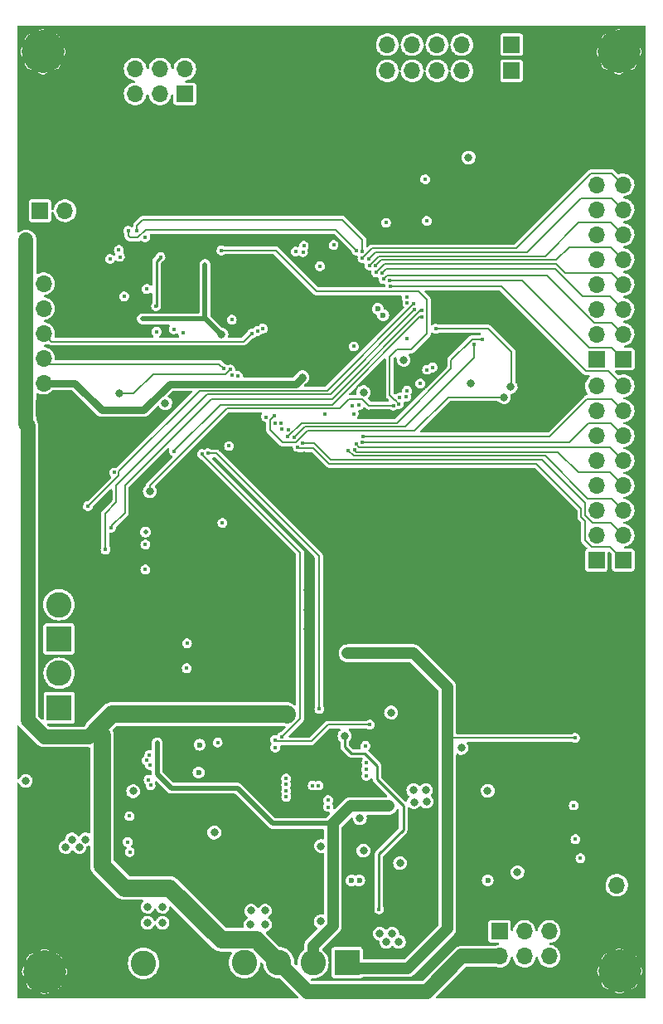
<source format=gbr>
%TF.GenerationSoftware,KiCad,Pcbnew,(6.0.9)*%
%TF.CreationDate,2022-10-31T13:49:50+01:00*%
%TF.ProjectId,marvin_fc_board,6d617276-696e-45f6-9663-5f626f617264,rev?*%
%TF.SameCoordinates,Original*%
%TF.FileFunction,Copper,L3,Inr*%
%TF.FilePolarity,Positive*%
%FSLAX46Y46*%
G04 Gerber Fmt 4.6, Leading zero omitted, Abs format (unit mm)*
G04 Created by KiCad (PCBNEW (6.0.9)) date 2022-10-31 13:49:50*
%MOMM*%
%LPD*%
G01*
G04 APERTURE LIST*
%TA.AperFunction,ComponentPad*%
%ADD10C,0.700000*%
%TD*%
%TA.AperFunction,ComponentPad*%
%ADD11C,4.400000*%
%TD*%
%TA.AperFunction,ComponentPad*%
%ADD12R,1.700000X1.700000*%
%TD*%
%TA.AperFunction,ComponentPad*%
%ADD13O,1.700000X1.700000*%
%TD*%
%TA.AperFunction,ComponentPad*%
%ADD14R,2.600000X2.600000*%
%TD*%
%TA.AperFunction,ComponentPad*%
%ADD15C,2.600000*%
%TD*%
%TA.AperFunction,ViaPad*%
%ADD16C,0.800000*%
%TD*%
%TA.AperFunction,ViaPad*%
%ADD17C,0.400000*%
%TD*%
%TA.AperFunction,ViaPad*%
%ADD18C,0.500000*%
%TD*%
%TA.AperFunction,ViaPad*%
%ADD19C,0.600000*%
%TD*%
%TA.AperFunction,Conductor*%
%ADD20C,0.500000*%
%TD*%
%TA.AperFunction,Conductor*%
%ADD21C,0.750000*%
%TD*%
%TA.AperFunction,Conductor*%
%ADD22C,1.200000*%
%TD*%
%TA.AperFunction,Conductor*%
%ADD23C,0.200000*%
%TD*%
%TA.AperFunction,Conductor*%
%ADD24C,0.250000*%
%TD*%
%TA.AperFunction,Conductor*%
%ADD25C,1.800000*%
%TD*%
%TA.AperFunction,Conductor*%
%ADD26C,1.500000*%
%TD*%
G04 APERTURE END LIST*
D10*
%TO.N,N/C*%
%TO.C,REF\u002A\u002A*%
X157060000Y-150840000D03*
D11*
%TO.N,GND*%
X155410000Y-150840000D03*
D10*
%TO.N,N/C*%
X155410000Y-149190000D03*
X155410000Y-152490000D03*
X153760000Y-150840000D03*
X154243274Y-152006726D03*
X156576726Y-152006726D03*
X156576726Y-149673274D03*
X154243274Y-149673274D03*
%TD*%
D12*
%TO.N,/PE0*%
%TO.C,J3*%
X155780000Y-108910000D03*
D13*
%TO.N,/PE1*%
X155780000Y-106370000D03*
%TO.N,/PE2*%
X155780000Y-103830000D03*
%TO.N,/PE3*%
X155780000Y-101290000D03*
%TO.N,/PE4*%
X155780000Y-98750000D03*
%TO.N,/PE5*%
X155780000Y-96210000D03*
%TO.N,/PE6*%
X155780000Y-93670000D03*
%TO.N,/PE7*%
X155780000Y-91130000D03*
%TD*%
D14*
%TO.N,+BATT*%
%TO.C,J18*%
X98154444Y-123960136D03*
D15*
%TO.N,Net-(J18-Pad2)*%
X98154444Y-120460136D03*
%TD*%
D10*
%TO.N,N/C*%
%TO.C,REF\u002A\u002A*%
X155340000Y-58700000D03*
D11*
%TO.N,GND*%
X155340000Y-57050000D03*
D10*
%TO.N,N/C*%
X154173274Y-55883274D03*
X154173274Y-58216726D03*
X156990000Y-57050000D03*
X153690000Y-57050000D03*
X156506726Y-58216726D03*
X156506726Y-55883274D03*
X155340000Y-55400000D03*
%TD*%
D12*
%TO.N,GND*%
%TO.C,J4*%
X143134994Y-151874998D03*
D13*
%TO.N,+5VP*%
X143134994Y-149334998D03*
%TO.N,GND*%
X145674994Y-151874998D03*
%TO.N,+5VP*%
X145674994Y-149334998D03*
%TO.N,GND*%
X148214994Y-151874998D03*
%TO.N,+5VP*%
X148214994Y-149334998D03*
%TD*%
D12*
%TO.N,GND*%
%TO.C,J1*%
X96560000Y-93400000D03*
D13*
%TO.N,+3V3*%
X96560000Y-90860000D03*
%TO.N,/SWCLK*%
X96560000Y-88320000D03*
%TO.N,/SWDIO*%
X96560000Y-85780000D03*
%TO.N,/DBG_UART_TX*%
X96560000Y-83240000D03*
%TO.N,/DBG_UART_RX*%
X96560000Y-80700000D03*
%TD*%
D12*
%TO.N,/PE8*%
%TO.C,J7*%
X155770000Y-88390000D03*
D13*
%TO.N,/PE9*%
X155770000Y-85850000D03*
%TO.N,/PE10*%
X155770000Y-83310000D03*
%TO.N,/PE11*%
X155770000Y-80770000D03*
%TO.N,/PE12*%
X155770000Y-78230000D03*
%TO.N,/PE13*%
X155770000Y-75690000D03*
%TO.N,/PE14*%
X155770000Y-73150000D03*
%TO.N,/PE15*%
X155770000Y-70610000D03*
%TD*%
D12*
%TO.N,/PORTA0*%
%TO.C,J2*%
X153030000Y-108930000D03*
D13*
%TO.N,/PORTA1*%
X153030000Y-106390000D03*
%TO.N,/PORTA2*%
X153030000Y-103850000D03*
%TO.N,/PORTA3*%
X153030000Y-101310000D03*
%TO.N,/PORTA4*%
X153030000Y-98770000D03*
%TO.N,/PORTA5*%
X153030000Y-96230000D03*
%TO.N,/PORTA6*%
X153030000Y-93690000D03*
%TO.N,/PORTA7*%
X153030000Y-91150000D03*
%TD*%
D10*
%TO.N,N/C*%
%TO.C,REF\u002A\u002A*%
X97656726Y-58206726D03*
X96490000Y-58690000D03*
X95323274Y-58206726D03*
X95323274Y-55873274D03*
X94840000Y-57040000D03*
X97656726Y-55873274D03*
X98140000Y-57040000D03*
D11*
%TO.N,GND*%
X96490000Y-57040000D03*
D10*
%TO.N,N/C*%
X96490000Y-55390000D03*
%TD*%
D14*
%TO.N,Net-(J17-Pad1)*%
%TO.C,J17*%
X98129444Y-116950136D03*
D15*
%TO.N,+BATT*%
X98129444Y-113450136D03*
%TD*%
D14*
%TO.N,GND*%
%TO.C,J12*%
X103275000Y-150045000D03*
D15*
%TO.N,Net-(C16-Pad1)*%
X106775000Y-150045000D03*
%TD*%
D12*
%TO.N,GND*%
%TO.C,J5*%
X110990000Y-56260000D03*
D13*
%TO.N,+5VP*%
X110990000Y-58800000D03*
%TO.N,GND*%
X108450000Y-56260000D03*
%TO.N,+5VP*%
X108450000Y-58800000D03*
%TO.N,GND*%
X105910000Y-56260000D03*
%TO.N,+5VP*%
X105910000Y-58800000D03*
%TD*%
D12*
%TO.N,/PORTA8*%
%TO.C,J6*%
X153030000Y-88390000D03*
D13*
%TO.N,/PORTA9*%
X153030000Y-85850000D03*
%TO.N,/PORTA10*%
X153030000Y-83310000D03*
%TO.N,/PORTA11*%
X153030000Y-80770000D03*
%TO.N,/PORTA12*%
X153030000Y-78230000D03*
%TO.N,/PORTA13*%
X153030000Y-75690000D03*
%TO.N,/PORTA14*%
X153030000Y-73150000D03*
%TO.N,/PORTA15*%
X153030000Y-70610000D03*
%TD*%
D12*
%TO.N,/PWM0*%
%TO.C,J8*%
X143135000Y-146790000D03*
D13*
%TO.N,/PWM1*%
X145675000Y-146790000D03*
%TO.N,/PWM2*%
X148215000Y-146790000D03*
%TD*%
D12*
%TO.N,/Power supply/UPDI*%
%TO.C,J15*%
X96205000Y-73260000D03*
D13*
%TO.N,/Power supply/TXD*%
X98745000Y-73260000D03*
%TO.N,GND*%
X101285000Y-73260000D03*
%TD*%
D12*
%TO.N,/PWM5*%
%TO.C,J9*%
X110990000Y-61345000D03*
D13*
%TO.N,/PWM4*%
X108450000Y-61345000D03*
%TO.N,/PWM3*%
X105910000Y-61345000D03*
%TD*%
D10*
%TO.N,N/C*%
%TO.C,REF\u002A\u002A*%
X97813726Y-152042726D03*
X97813726Y-149709274D03*
X98297000Y-150876000D03*
X95480274Y-149709274D03*
X95480274Y-152042726D03*
X94997000Y-150876000D03*
X96647000Y-149226000D03*
X96647000Y-152526000D03*
D11*
%TO.N,GND*%
X96647000Y-150876000D03*
%TD*%
D12*
%TO.N,GND*%
%TO.C,J13*%
X152575000Y-142080000D03*
D13*
%TO.N,Net-(J13-Pad2)*%
X155115000Y-142080000D03*
%TD*%
D12*
%TO.N,+5VL*%
%TO.C,J10*%
X144367000Y-56320000D03*
D13*
%TO.N,GND*%
X141827000Y-56320000D03*
%TO.N,Net-(F1-Pad1)*%
X139287000Y-56320000D03*
%TO.N,/UART4.TX*%
X136747000Y-56320000D03*
%TO.N,/UART4.RX*%
X134207000Y-56320000D03*
%TO.N,/EXP1*%
X131667000Y-56320000D03*
%TD*%
D14*
%TO.N,+5VL*%
%TO.C,J14*%
X127590000Y-149980000D03*
D15*
%TO.N,+3V3*%
X124090000Y-149980000D03*
%TO.N,+5VP*%
X120590000Y-149980000D03*
%TO.N,+BATT*%
X117090000Y-149980000D03*
%TO.N,GND*%
X113590000Y-149980000D03*
%TD*%
D12*
%TO.N,+5VL*%
%TO.C,J11*%
X144370000Y-58980000D03*
D13*
%TO.N,GND*%
X141830000Y-58980000D03*
%TO.N,Net-(F2-Pad1)*%
X139290000Y-58980000D03*
%TO.N,/USART6.TX*%
X136750000Y-58980000D03*
%TO.N,/USART6.RX*%
X134210000Y-58980000D03*
%TO.N,/EXP2*%
X131670000Y-58980000D03*
%TD*%
D16*
%TO.N,GND*%
X128066800Y-111937800D03*
X133146800Y-145338800D03*
D17*
X113385600Y-133019800D03*
D16*
X121005600Y-89128600D03*
D17*
X129850000Y-90700000D03*
D18*
X123190000Y-98094800D03*
D17*
X133654800Y-99644200D03*
D16*
X114452400Y-80772000D03*
X122682000Y-139319000D03*
X142468600Y-74803000D03*
X115200000Y-138100000D03*
X122682000Y-144780000D03*
X121285000Y-139319000D03*
X128092200Y-100507800D03*
X123494800Y-114020600D03*
X121285000Y-144780000D03*
X125700000Y-83650000D03*
X132283200Y-113766600D03*
D18*
X117678200Y-87016700D03*
D16*
X113792000Y-102108000D03*
X135600000Y-123750000D03*
X143078200Y-128905000D03*
X147600000Y-87750000D03*
X98425000Y-143256000D03*
X122809000Y-128473200D03*
X128117600Y-101879400D03*
X132765800Y-130886200D03*
D18*
X135737600Y-86995000D03*
D19*
X113328696Y-130081100D03*
D17*
X125044200Y-76174600D03*
D16*
X119200000Y-138176000D03*
X104089200Y-132334000D03*
X107693444Y-118664136D03*
X128041400Y-115798600D03*
X140350000Y-101250000D03*
X122682000Y-143637000D03*
X123494800Y-115925600D03*
X96266000Y-143256000D03*
X132283200Y-115722400D03*
X132308600Y-111861600D03*
X125800000Y-89450000D03*
X122682000Y-138176000D03*
X123545600Y-111937800D03*
X114477800Y-79425800D03*
D17*
X111480600Y-133070600D03*
D16*
X121350000Y-83600000D03*
X121285000Y-138176000D03*
X132867400Y-132334000D03*
X128041400Y-113842800D03*
D17*
X132511800Y-94183200D03*
D16*
X121285000Y-143637000D03*
X97282000Y-143256000D03*
X107693444Y-121204136D03*
X135575000Y-124750000D03*
D17*
%TO.N,Net-(C6-Pad2)*%
X115785467Y-84366533D03*
D16*
%TO.N,/VDDA*%
X133330000Y-88470000D03*
D17*
%TO.N,/VREF*%
X135050000Y-90899500D03*
X128250000Y-87100000D03*
D16*
%TO.N,+3V3*%
X139979400Y-67843400D03*
X130800000Y-134000000D03*
D17*
X109601000Y-132181600D03*
X133684669Y-86277105D03*
D16*
X140195008Y-90850792D03*
D17*
X131546600Y-74484500D03*
D18*
X106977800Y-106026600D03*
D17*
X126187200Y-76758800D03*
D16*
X114731800Y-85902800D03*
D17*
X150723600Y-133934200D03*
X125298200Y-94030800D03*
X106650000Y-84300000D03*
D16*
X129235200Y-91770200D03*
D17*
X103784400Y-99974400D03*
D16*
X122990000Y-90250000D03*
D17*
X106940000Y-75960000D03*
D16*
X129800000Y-134000000D03*
D17*
X108153200Y-127533400D03*
X113050000Y-78750000D03*
D16*
X131800000Y-134000000D03*
%TO.N,VBUS*%
X108712000Y-144272000D03*
X119176800Y-144678400D03*
X98806000Y-138176000D03*
X134400000Y-133600000D03*
X124908022Y-138091978D03*
X135675000Y-133550000D03*
X132860000Y-147860000D03*
X119176800Y-146100800D03*
X107175000Y-145925000D03*
X135610600Y-132384800D03*
X99441000Y-137414000D03*
X108712000Y-145923000D03*
X117754400Y-144678400D03*
X107188000Y-144272000D03*
X134332200Y-132384800D03*
X130920000Y-147020000D03*
X131560000Y-147870000D03*
X100203000Y-138176000D03*
X132180000Y-147030000D03*
X100838000Y-137414000D03*
X117703600Y-146100800D03*
D19*
%TO.N,/Power supply/5V*%
X112500000Y-127750000D03*
X112395000Y-130581100D03*
D16*
X105714800Y-132485200D03*
X127297900Y-126847600D03*
D17*
X113351057Y-98014257D03*
X130840000Y-144530000D03*
X124739400Y-124104400D03*
X151409400Y-139319000D03*
D16*
%TO.N,Net-(C20-Pad1)*%
X113995200Y-136702800D03*
X124866400Y-145770600D03*
%TO.N,+BATT*%
X94742000Y-131445000D03*
D17*
X150901400Y-137388600D03*
D16*
%TO.N,/Power supply/Medium Power Converter A/VOUT*%
X141933448Y-132435600D03*
X132054600Y-124460000D03*
%TO.N,/Power supply/Medium Power Converter B/VOUT*%
X132969000Y-139827000D03*
X144975500Y-140766800D03*
D17*
%TO.N,/DBG_UART_RX*%
X120802273Y-94917636D03*
D16*
%TO.N,+5VP*%
X120400000Y-124650000D03*
X121400000Y-124640000D03*
X94760000Y-77240000D03*
X94770000Y-78240000D03*
X94760000Y-76240000D03*
X119360000Y-124650000D03*
D17*
%TO.N,/PWM3*%
X118973449Y-85281118D03*
D19*
%TO.N,/PWM4*%
X131253369Y-83904909D03*
%TO.N,/PWM5*%
X130700000Y-83280409D03*
D16*
%TO.N,+5VL*%
X128900000Y-118400000D03*
D17*
X150850600Y-127050800D03*
D16*
X127600000Y-118400000D03*
X130600000Y-118400000D03*
D17*
%TO.N,/UART4.TX*%
X115821661Y-90023652D03*
%TO.N,/UART4.RX*%
X116411851Y-90128911D03*
%TO.N,/Power supply/UPDI*%
X114340000Y-127520000D03*
%TO.N,/TF_CS*%
X114833400Y-105105200D03*
X109890000Y-97780000D03*
X135204200Y-84109700D03*
%TO.N,/SPI3.MOSI*%
X120200000Y-94900000D03*
X107380000Y-128770000D03*
%TO.N,/SPI3.SCK*%
X107391200Y-129819400D03*
X119301400Y-94307800D03*
%TO.N,/SPI3.MISO*%
X120145300Y-94161100D03*
D16*
X143567000Y-92278800D03*
D17*
X107060515Y-129319349D03*
%TO.N,/NRST*%
X132288091Y-93131691D03*
D16*
X107414800Y-101881600D03*
D17*
%TO.N,Net-(JP3-Pad2)*%
X104800000Y-82000000D03*
%TO.N,/I2C2.SCL*%
X129121800Y-77371800D03*
X106100000Y-75300000D03*
%TO.N,/I2C2.SDA*%
X128509112Y-77309113D03*
X105200000Y-75300000D03*
%TO.N,Net-(JP5-Pad2)*%
X107100000Y-81250000D03*
%TO.N,/BTN0*%
X118423663Y-85520155D03*
D16*
X108991400Y-92887800D03*
D17*
%TO.N,/SPI2.MISO*%
X123060578Y-77472422D03*
%TO.N,/PSU_ALERT*%
X136296400Y-89255600D03*
X107487646Y-131883845D03*
%TO.N,/SPI2.MOSI*%
X122300978Y-77419222D03*
%TO.N,/PSU_CS*%
X107289600Y-131318000D03*
X135737600Y-89484200D03*
%TO.N,/SPI2.SCK*%
X123139200Y-76835000D03*
%TO.N,/PYRO2_TRIG*%
X128092200Y-93167200D03*
X111180464Y-119934136D03*
%TO.N,/PYRO1_TRIG*%
X115513641Y-97262159D03*
X111205864Y-117394136D03*
%TO.N,Net-(R1-Pad2)*%
X121533407Y-95600009D03*
%TO.N,/BTN1*%
X115620800Y-89458800D03*
D16*
X104292400Y-91922600D03*
D19*
%TO.N,/Power supply/V5P_EN*%
X128016000Y-141605000D03*
D17*
%TO.N,Net-(J13-Pad2)*%
X120233300Y-128031100D03*
%TO.N,/Power supply/VBAT_EN*%
X105359200Y-138684000D03*
%TO.N,/Power supply/ALERT1*%
X129550000Y-129550000D03*
X121350000Y-132450497D03*
%TO.N,/Power supply/ALERT2*%
X129438400Y-127863600D03*
X121350000Y-131800000D03*
%TO.N,/I2C1.SDA*%
X140538200Y-86868000D03*
X122163961Y-96382962D03*
%TO.N,/I2C1.SCL*%
X141379593Y-86407607D03*
X121523420Y-96316396D03*
%TO.N,/PYRO1_SENSE*%
X106959400Y-109855000D03*
X128240358Y-93992265D03*
%TO.N,/PYRO2_SENSE*%
X106959400Y-107315000D03*
X128778000Y-93116400D03*
%TO.N,/Power supply/V5L_EN*%
X121350000Y-133050000D03*
D16*
X139242800Y-128066800D03*
D19*
%TO.N,/Power supply/3V3L_EN*%
X128814597Y-141566972D03*
X141935995Y-141572533D03*
D17*
%TO.N,/PE2*%
X127693675Y-97736407D03*
%TO.N,/PE3*%
X128306834Y-97643166D03*
%TO.N,/PE4*%
X128484819Y-97065181D03*
%TO.N,/PE5*%
X129100000Y-96880500D03*
%TO.N,/PE6*%
X129206230Y-96288108D03*
D16*
%TO.N,/FLASH_CS*%
X144277000Y-91238800D03*
D17*
X136600000Y-85300000D03*
%TO.N,/Marvin Peripherals Deck/I2CF_SCL*%
X104344565Y-77967859D03*
%TO.N,/RADIO_CS*%
X132867823Y-92979000D03*
X114731800Y-77300877D03*
%TO.N,/RADIO_RST*%
X135550000Y-70050000D03*
X132922612Y-92327388D03*
%TO.N,/RADIO_INT*%
X133600000Y-92250000D03*
X135700000Y-74300000D03*
%TO.N,/SPI1.SCK*%
X103477857Y-105577857D03*
X135204200Y-83464400D03*
%TO.N,/SPI1.MISO*%
X134478253Y-83348053D03*
X102900000Y-107850000D03*
%TO.N,/SPI1.MOSI*%
X101100000Y-103400000D03*
X134391400Y-82727800D03*
%TO.N,/Marvin Peripherals Deck/I2CF_SDA*%
X104250000Y-77250000D03*
%TO.N,/PE7*%
X131978200Y-80978200D03*
%TO.N,/PE8*%
X131864155Y-80389647D03*
%TO.N,/PE9*%
X131284954Y-80234954D03*
%TO.N,/PE10*%
X131144481Y-79652142D03*
%TO.N,/PE11*%
X130553200Y-79553200D03*
%TO.N,/PE12*%
X130489397Y-78893719D03*
%TO.N,/PE13*%
X129838358Y-78838358D03*
%TO.N,/PE14*%
X129809929Y-78140071D03*
%TO.N,/PE15*%
X129141927Y-78091926D03*
%TO.N,/IMU_INT*%
X124782760Y-78920506D03*
X103350000Y-78175000D03*
%TO.N,/SWDIO*%
X117881400Y-85775800D03*
%TO.N,/SWCLK*%
X114984611Y-89388588D03*
%TO.N,/DBG_UART_TX*%
X120900000Y-95500000D03*
%TO.N,/PE0*%
X122525995Y-97357829D03*
%TO.N,/PE1*%
X123034637Y-96985344D03*
D16*
%TO.N,/Power supply/3V3_SENSE-*%
X128879600Y-135255000D03*
%TO.N,/Power supply/3V3_SENSE+*%
X129235200Y-138557000D03*
D17*
%TO.N,/Power supply/V5L_SENSE-*%
X129500000Y-130250000D03*
%TO.N,/Power supply/V5L_SENSE+*%
X129550000Y-130900000D03*
%TO.N,/Power supply/VBAT_SENSE+*%
X124652690Y-131899359D03*
X105156000Y-137668000D03*
%TO.N,/Power supply/VBAT_SENSE-*%
X124053200Y-131903200D03*
X105333800Y-135026400D03*
%TO.N,/Power supply/V5P_SENSE+*%
X125650000Y-134100000D03*
%TO.N,/Power supply/V5P_SENSE-*%
X125628400Y-133400800D03*
%TO.N,/Power supply/TXD*%
X121336336Y-131200653D03*
%TO.N,/Power supply/Sensor Array/TEMP_2*%
X129875000Y-125700000D03*
X120192800Y-127254000D03*
%TO.N,/Power supply/Sensor Array/TEMP_3*%
X120929400Y-126923748D03*
X112750600Y-98069400D03*
%TO.N,/Marvin Peripherals Deck/DRDY*%
X108500000Y-77990500D03*
X108050000Y-83000000D03*
%TO.N,/R*%
X133678200Y-91621800D03*
X108100000Y-85600000D03*
%TO.N,/G*%
X133720700Y-82692100D03*
X109850000Y-85350000D03*
%TO.N,/B*%
X110794800Y-85699600D03*
X133637854Y-82098349D03*
%TD*%
D20*
%TO.N,+3V3*%
X108153200Y-127533400D02*
X108153200Y-130733800D01*
X116382800Y-132181600D02*
X119987835Y-135786635D01*
D21*
X122316200Y-90923800D02*
X109456800Y-90923800D01*
X109456800Y-90923800D02*
X106780600Y-93600000D01*
D22*
X126108022Y-135786635D02*
X127894657Y-134000000D01*
D21*
X122990000Y-90250000D02*
X122316200Y-90923800D01*
X106780600Y-93600000D02*
X102490000Y-93600000D01*
D22*
X124090000Y-149980000D02*
X124090000Y-148244057D01*
D20*
X114731800Y-85902800D02*
X113030000Y-84201000D01*
X113030000Y-84201000D02*
X113030000Y-78770000D01*
D21*
X102490000Y-93600000D02*
X99750000Y-90860000D01*
D20*
X119987835Y-135786635D02*
X126108022Y-135786635D01*
D21*
X99750000Y-90860000D02*
X96560000Y-90860000D01*
D20*
X109601000Y-132181600D02*
X116382800Y-132181600D01*
D22*
X124090000Y-148244057D02*
X126108022Y-146226035D01*
D20*
X106650000Y-84300000D02*
X112931000Y-84300000D01*
X112931000Y-84300000D02*
X113030000Y-84201000D01*
D21*
X122990000Y-90250000D02*
X122991600Y-90250000D01*
D22*
X127894657Y-134000000D02*
X131800000Y-134000000D01*
X126108022Y-146226035D02*
X126108022Y-135786635D01*
D20*
X108153200Y-130733800D02*
X109601000Y-132181600D01*
X113030000Y-78770000D02*
X113050000Y-78750000D01*
D23*
%TO.N,/Power supply/5V*%
X124739400Y-124104400D02*
X124700000Y-124065000D01*
D24*
X130606800Y-129864337D02*
X129368063Y-128625600D01*
X130606800Y-131241800D02*
X130606800Y-129864337D01*
X133299200Y-133934200D02*
X130606800Y-131241800D01*
X130840000Y-144530000D02*
X130837065Y-144527065D01*
D23*
X124700000Y-124065000D02*
X124700000Y-108500000D01*
D24*
X129368063Y-128625600D02*
X127990600Y-128625600D01*
X130837065Y-138910935D02*
X133299200Y-136448800D01*
X130837065Y-144527065D02*
X130837065Y-138910935D01*
D23*
X124700000Y-108500000D02*
X114214257Y-98014257D01*
D24*
X127990600Y-128625600D02*
X127297900Y-127932900D01*
X133299200Y-136448800D02*
X133299200Y-133934200D01*
D23*
X114214257Y-98014257D02*
X113351057Y-98014257D01*
D24*
X127297900Y-127932900D02*
X127297900Y-126847600D01*
D25*
%TO.N,+5VP*%
X121360000Y-124600000D02*
X121400000Y-124640000D01*
X109397800Y-142341600D02*
X104800400Y-142341600D01*
X120590000Y-149980000D02*
X118250000Y-147640000D01*
D26*
X94760000Y-78250000D02*
X94760000Y-94989400D01*
X94970600Y-125276292D02*
X96643508Y-126949200D01*
X139259802Y-149334998D02*
X143134994Y-149334998D01*
X101188672Y-126949200D02*
X101927736Y-126210136D01*
D25*
X118250000Y-147640000D02*
X114696200Y-147640000D01*
X103537872Y-124600000D02*
X121360000Y-124600000D01*
X101927736Y-126210136D02*
X103537872Y-124600000D01*
X104800400Y-142341600D02*
X102514400Y-140055600D01*
D26*
X94760000Y-94989400D02*
X94970600Y-95200000D01*
X94970600Y-95200000D02*
X94970600Y-125276292D01*
X94770000Y-78240000D02*
X94760000Y-78230000D01*
X135669800Y-152925000D02*
X139259802Y-149334998D01*
X123535000Y-152925000D02*
X135669800Y-152925000D01*
D25*
X114696200Y-147640000D02*
X109397800Y-142341600D01*
D26*
X96643508Y-126949200D02*
X101188672Y-126949200D01*
X94760000Y-78230000D02*
X94760000Y-77240000D01*
X94760000Y-77240000D02*
X94760000Y-76240000D01*
X94770000Y-78240000D02*
X94760000Y-78250000D01*
D25*
X102514400Y-140055600D02*
X102514400Y-126796800D01*
D26*
X120590000Y-149980000D02*
X123535000Y-152925000D01*
D25*
X102514400Y-126796800D02*
X101927736Y-126210136D01*
D22*
%TO.N,+5VL*%
X137800000Y-146527600D02*
X137800000Y-126690200D01*
X137800000Y-126690200D02*
X137800000Y-121875000D01*
X127590000Y-149980000D02*
X128150000Y-150540000D01*
D23*
X150850600Y-127050800D02*
X138160600Y-127050800D01*
D22*
X137800000Y-121875000D02*
X134325000Y-118400000D01*
X133787600Y-150540000D02*
X137800000Y-146527600D01*
X128150000Y-150540000D02*
X133787600Y-150540000D01*
X134325000Y-118400000D02*
X130600000Y-118400000D01*
D23*
X138160600Y-127050800D02*
X137800000Y-126690200D01*
D22*
X130600000Y-118400000D02*
X128900000Y-118400000D01*
X128900000Y-118400000D02*
X127600000Y-118400000D01*
D23*
%TO.N,/TF_CS*%
X114609800Y-93040200D02*
X126058899Y-93040200D01*
X126058899Y-93040200D02*
X134989398Y-84109700D01*
X109890000Y-97760000D02*
X114609800Y-93040200D01*
X134989398Y-84109700D02*
X135204200Y-84109700D01*
X109890000Y-97780000D02*
X109890000Y-97760000D01*
%TO.N,/SPI3.MISO*%
X119703397Y-95624197D02*
X119703397Y-94612910D01*
X143567000Y-92278800D02*
X137871200Y-92278800D01*
X123546830Y-95707200D02*
X122371068Y-96882962D01*
X120962162Y-96882962D02*
X119703397Y-95624197D01*
X119703397Y-94612910D02*
X120145300Y-94171007D01*
X137871200Y-92278800D02*
X134442800Y-95707200D01*
X120145300Y-94171007D02*
X120145300Y-94161100D01*
X134442800Y-95707200D02*
X123546830Y-95707200D01*
X122371068Y-96882962D02*
X120962162Y-96882962D01*
%TO.N,/NRST*%
X115271600Y-93440200D02*
X107414800Y-101297000D01*
X127773200Y-92470200D02*
X126803200Y-93440200D01*
X126803200Y-93440200D02*
X122469922Y-93440200D01*
X119455493Y-93446600D02*
X119449093Y-93440200D01*
X129819400Y-93141800D02*
X129147800Y-92470200D01*
X129147800Y-92470200D02*
X127773200Y-92470200D01*
X107414800Y-101297000D02*
X107414800Y-101881600D01*
X119449093Y-93440200D02*
X115271600Y-93440200D01*
X122463522Y-93446600D02*
X119455493Y-93446600D01*
X129829509Y-93131691D02*
X129819400Y-93141800D01*
X132288091Y-93131691D02*
X129829509Y-93131691D01*
X122469922Y-93440200D02*
X122463522Y-93446600D01*
%TO.N,/I2C2.SCL*%
X129121800Y-76221800D02*
X129121800Y-77371800D01*
X106100000Y-75300000D02*
X106100000Y-74800000D01*
X127100000Y-74200000D02*
X129121800Y-76221800D01*
X106700000Y-74200000D02*
X127100000Y-74200000D01*
X106100000Y-74800000D02*
X106700000Y-74200000D01*
%TO.N,/I2C2.SDA*%
X105200000Y-75800000D02*
X105392893Y-75992893D01*
X106992893Y-75200000D02*
X126399999Y-75200000D01*
X106200000Y-75992893D02*
X106992893Y-75200000D01*
X105392893Y-75992893D02*
X106200000Y-75992893D01*
X105200000Y-75300000D02*
X105200000Y-75800000D01*
X126399999Y-75200000D02*
X128509112Y-77309113D01*
%TO.N,/BTN1*%
X105765600Y-91922600D02*
X107763200Y-89925000D01*
X115154600Y-89925000D02*
X115620800Y-89458800D01*
X104292400Y-91922600D02*
X105765600Y-91922600D01*
X107763200Y-89925000D02*
X115154600Y-89925000D01*
%TO.N,/I2C1.SDA*%
X140538200Y-88261800D02*
X140538200Y-86868000D01*
X133492800Y-95307200D02*
X140538200Y-88261800D01*
X122163961Y-96382962D02*
X123239723Y-95307200D01*
X123239723Y-95307200D02*
X133492800Y-95307200D01*
%TO.N,/I2C1.SCL*%
X121524127Y-96316396D02*
X122933323Y-94907200D01*
X132651400Y-94907200D02*
X138200000Y-89358600D01*
X138200000Y-88499093D02*
X140331093Y-86368000D01*
X141339986Y-86368000D02*
X141379593Y-86407607D01*
X121523420Y-96316396D02*
X121524127Y-96316396D01*
X140331093Y-86368000D02*
X141339986Y-86368000D01*
X138200000Y-89358600D02*
X138200000Y-88499093D01*
X122933323Y-94907200D02*
X132651400Y-94907200D01*
%TO.N,/PE2*%
X128228707Y-98271439D02*
X147799407Y-98271439D01*
X147799407Y-98271439D02*
X152177968Y-102650000D01*
X152177968Y-102650000D02*
X154600000Y-102650000D01*
X127693675Y-97736407D02*
X128228707Y-98271439D01*
X154600000Y-102650000D02*
X155780000Y-103830000D01*
%TO.N,/PE3*%
X154410000Y-99920000D02*
X155780000Y-101290000D01*
X149121439Y-97871439D02*
X151170000Y-99920000D01*
X128535107Y-97871439D02*
X149121439Y-97871439D01*
X151170000Y-99920000D02*
X154410000Y-99920000D01*
X128306834Y-97643166D02*
X128535107Y-97871439D01*
%TO.N,/PE4*%
X128484819Y-97065181D02*
X128484819Y-97077007D01*
X153514907Y-97371439D02*
X154401439Y-97371439D01*
X128484819Y-97077007D02*
X128787812Y-97380000D01*
X128787812Y-97380000D02*
X153506346Y-97380000D01*
X153506346Y-97380000D02*
X153514907Y-97371439D01*
X154401439Y-97371439D02*
X155780000Y-98750000D01*
%TO.N,/PE5*%
X129104900Y-96875600D02*
X150274400Y-96875600D01*
X152200000Y-94950000D02*
X154520000Y-94950000D01*
X150274400Y-96875600D02*
X152200000Y-94950000D01*
X129100000Y-96880500D02*
X129104900Y-96875600D01*
X154520000Y-94950000D02*
X155780000Y-96210000D01*
%TO.N,/PE6*%
X148258600Y-96291400D02*
X152050000Y-92500000D01*
X129209522Y-96291400D02*
X148258600Y-96291400D01*
X154610000Y-92500000D02*
X155780000Y-93670000D01*
X129206230Y-96288108D02*
X129209522Y-96291400D01*
X152050000Y-92500000D02*
X154610000Y-92500000D01*
%TO.N,/FLASH_CS*%
X144348200Y-87630000D02*
X144348200Y-91167600D01*
X142018200Y-85300000D02*
X144348200Y-87630000D01*
X136600000Y-85300000D02*
X142018200Y-85300000D01*
X144348200Y-91167600D02*
X144277000Y-91238800D01*
%TO.N,/RADIO_CS*%
X120303077Y-77300877D02*
X124485400Y-81483200D01*
X134848600Y-81483200D02*
X135704200Y-82338800D01*
X132410200Y-92583000D02*
X132471823Y-92583000D01*
X131927600Y-88163400D02*
X131927600Y-92100400D01*
X132664200Y-87426800D02*
X131927600Y-88163400D01*
X132471823Y-92583000D02*
X132867823Y-92979000D01*
X131927600Y-92100400D02*
X132410200Y-92583000D01*
X114731800Y-77300877D02*
X120303077Y-77300877D01*
X135704200Y-82338800D02*
X135704200Y-85809200D01*
X134086600Y-87426800D02*
X132664200Y-87426800D01*
X135704200Y-85809200D02*
X134086600Y-87426800D01*
X124485400Y-81483200D02*
X134848600Y-81483200D01*
%TO.N,/SPI1.SCK*%
X103477857Y-105577857D02*
X103477857Y-105437143D01*
X104862200Y-104052800D02*
X104862200Y-101272572D01*
X135069013Y-83464400D02*
X135204200Y-83464400D01*
X103477857Y-105437143D02*
X104862200Y-104052800D01*
X113678772Y-92456000D02*
X126077413Y-92456000D01*
X126077413Y-92456000D02*
X135069013Y-83464400D01*
X104862200Y-101272572D02*
X113678772Y-92456000D01*
%TO.N,/SPI1.MISO*%
X104000000Y-101300000D02*
X113301200Y-91998800D01*
X102850000Y-107800000D02*
X102850000Y-104150000D01*
X113301200Y-91998800D02*
X125857000Y-91998800D01*
X104000000Y-103000000D02*
X104000000Y-101300000D01*
X125857000Y-91998800D02*
X134478253Y-83377547D01*
X102850000Y-104150000D02*
X104000000Y-103000000D01*
X134478253Y-83377547D02*
X134478253Y-83348053D01*
X102900000Y-107850000D02*
X102850000Y-107800000D01*
%TO.N,/SPI1.MOSI*%
X104234400Y-99865600D02*
X112501200Y-91598800D01*
X104234400Y-100265600D02*
X104234400Y-99865600D01*
X112501200Y-91598800D02*
X125520400Y-91598800D01*
X101100000Y-103400000D02*
X104234400Y-100265600D01*
X125520400Y-91598800D02*
X134391400Y-82727800D01*
%TO.N,/PE7*%
X151940000Y-89600000D02*
X154250000Y-89600000D01*
X131978200Y-80978200D02*
X143318200Y-80978200D01*
X143318200Y-80978200D02*
X151940000Y-89600000D01*
X154250000Y-89600000D02*
X155780000Y-91130000D01*
%TO.N,/PE8*%
X154620000Y-87240000D02*
X155770000Y-88390000D01*
X131864155Y-80389647D02*
X145439647Y-80389647D01*
X145439647Y-80389647D02*
X152290000Y-87240000D01*
X152290000Y-87240000D02*
X154620000Y-87240000D01*
%TO.N,/PE9*%
X131630261Y-79889647D02*
X147983301Y-79889647D01*
X152793654Y-84700000D02*
X154620000Y-84700000D01*
X131284954Y-80234954D02*
X131630261Y-79889647D01*
X154620000Y-84700000D02*
X155770000Y-85850000D01*
X147983301Y-79889647D02*
X152793654Y-84700000D01*
%TO.N,/PE10*%
X151634314Y-82000000D02*
X154460000Y-82000000D01*
X131144481Y-79652142D02*
X131596623Y-79200000D01*
X131596623Y-79200000D02*
X148834314Y-79200000D01*
X148834314Y-79200000D02*
X151634314Y-82000000D01*
X154460000Y-82000000D02*
X155770000Y-83310000D01*
%TO.N,/PE11*%
X148960000Y-78700000D02*
X149880000Y-79620000D01*
X149880000Y-79620000D02*
X154620000Y-79620000D01*
X130553200Y-79553200D02*
X130553200Y-79536316D01*
X154620000Y-79620000D02*
X155770000Y-80770000D01*
X130553200Y-79536316D02*
X131389516Y-78700000D01*
X131389516Y-78700000D02*
X148960000Y-78700000D01*
%TO.N,/PE12*%
X148928400Y-78300000D02*
X150278400Y-76950000D01*
X131083116Y-78300000D02*
X148928400Y-78300000D01*
X154490000Y-76950000D02*
X155770000Y-78230000D01*
X130489397Y-78893719D02*
X131083116Y-78300000D01*
X150278400Y-76950000D02*
X154490000Y-76950000D01*
%TO.N,/PE13*%
X154530000Y-74450000D02*
X155770000Y-75690000D01*
X151229000Y-74450000D02*
X154530000Y-74450000D01*
X130776716Y-77900000D02*
X147779000Y-77900000D01*
X129838358Y-78838358D02*
X130776716Y-77900000D01*
X147779000Y-77900000D02*
X151229000Y-74450000D01*
%TO.N,/PE14*%
X151450000Y-72000000D02*
X154620000Y-72000000D01*
X145950000Y-77500000D02*
X151450000Y-72000000D01*
X130450000Y-77500000D02*
X145950000Y-77500000D01*
X154620000Y-72000000D02*
X155770000Y-73150000D01*
X129809929Y-78140071D02*
X130450000Y-77500000D01*
%TO.N,/PE15*%
X129141927Y-78091926D02*
X130133853Y-77100000D01*
X154620000Y-69460000D02*
X155770000Y-70610000D01*
X152485200Y-69460000D02*
X154620000Y-69460000D01*
X144845200Y-77100000D02*
X152485200Y-69460000D01*
X130133853Y-77100000D02*
X144845200Y-77100000D01*
%TO.N,/SWDIO*%
X117881400Y-85775800D02*
X117805200Y-85775800D01*
X97382800Y-86602800D02*
X96560000Y-85780000D01*
X116978200Y-86602800D02*
X97382800Y-86602800D01*
X117805200Y-85775800D02*
X116978200Y-86602800D01*
%TO.N,/SWCLK*%
X114984611Y-89388588D02*
X114496023Y-88900000D01*
X114496023Y-88900000D02*
X97140000Y-88900000D01*
X97140000Y-88900000D02*
X96560000Y-88320000D01*
%TO.N,/PE0*%
X125734554Y-99071439D02*
X146899639Y-99071439D01*
X122525995Y-97357829D02*
X122653510Y-97485344D01*
X146899639Y-99071439D02*
X151480000Y-103651800D01*
X152563654Y-107550000D02*
X154420000Y-107550000D01*
X151480000Y-104492032D02*
X151880000Y-104892032D01*
X151880000Y-104892032D02*
X151880000Y-106866346D01*
X154420000Y-107550000D02*
X155780000Y-108910000D01*
X151880000Y-106866346D02*
X152563654Y-107550000D01*
X124148458Y-97485344D02*
X125734554Y-99071439D01*
X122653510Y-97485344D02*
X124148458Y-97485344D01*
X151480000Y-103651800D02*
X151480000Y-104492032D01*
%TO.N,/PE1*%
X124214144Y-96985344D02*
X125900239Y-98671439D01*
X147471439Y-98671439D02*
X151880000Y-103080000D01*
X154510000Y-105100000D02*
X155780000Y-106370000D01*
X125900239Y-98671439D02*
X147471439Y-98671439D01*
X151880000Y-103080000D02*
X151880000Y-104326346D01*
X152653654Y-105100000D02*
X154510000Y-105100000D01*
X123034637Y-96985344D02*
X124214144Y-96985344D01*
X151880000Y-104326346D02*
X152653654Y-105100000D01*
%TO.N,/Power supply/Sensor Array/TEMP_2*%
X129875000Y-125700000D02*
X125600000Y-125700000D01*
X123900000Y-127400000D02*
X120338800Y-127400000D01*
X120338800Y-127400000D02*
X120192800Y-127254000D01*
X125600000Y-125700000D02*
X123900000Y-127400000D01*
%TO.N,/Power supply/Sensor Array/TEMP_3*%
X120929400Y-126923748D02*
X122758200Y-125094948D01*
X122758200Y-125094948D02*
X122758200Y-108127800D01*
X112750600Y-98120200D02*
X112750600Y-98069400D01*
X122758200Y-108127800D02*
X112750600Y-98120200D01*
D24*
%TO.N,/Marvin Peripherals Deck/DRDY*%
X108500000Y-77990500D02*
X108070000Y-78420500D01*
X108070000Y-82980000D02*
X108050000Y-83000000D01*
X108070000Y-78420500D02*
X108070000Y-82980000D01*
%TD*%
%TA.AperFunction,Conductor*%
%TO.N,GND*%
G36*
X158036621Y-54395502D02*
G01*
X158083114Y-54449158D01*
X158094500Y-54501500D01*
X158094500Y-153498500D01*
X158074498Y-153566621D01*
X158020842Y-153613114D01*
X157968500Y-153624500D01*
X136760121Y-153624500D01*
X136692000Y-153604498D01*
X136645507Y-153550842D01*
X136635403Y-153480568D01*
X136664897Y-153415988D01*
X136671026Y-153409405D01*
X139247293Y-150833138D01*
X153104758Y-150833138D01*
X153122035Y-150989633D01*
X153176143Y-151137490D01*
X153180380Y-151143796D01*
X153180382Y-151143799D01*
X153215306Y-151195770D01*
X153263958Y-151268172D01*
X153313638Y-151313377D01*
X153369282Y-151364009D01*
X153380410Y-151374135D01*
X153436768Y-151404735D01*
X153512099Y-151445637D01*
X153512101Y-151445638D01*
X153518776Y-151449262D01*
X153526125Y-151451190D01*
X153555989Y-151459025D01*
X153611922Y-151473698D01*
X153614586Y-151474397D01*
X153675402Y-151511031D01*
X153706757Y-151574728D01*
X153698698Y-151645265D01*
X153685699Y-151668724D01*
X153670147Y-151690851D01*
X153670144Y-151690857D01*
X153665775Y-151697074D01*
X153608583Y-151843765D01*
X153603576Y-151881798D01*
X153589605Y-151987919D01*
X153588032Y-151999864D01*
X153605309Y-152156359D01*
X153659417Y-152304216D01*
X153663654Y-152310522D01*
X153663656Y-152310525D01*
X153691098Y-152351362D01*
X153747232Y-152434898D01*
X153863684Y-152540861D01*
X153870359Y-152544485D01*
X153995373Y-152612363D01*
X153995375Y-152612364D01*
X154002050Y-152615988D01*
X154009399Y-152617916D01*
X154146993Y-152654013D01*
X154146995Y-152654013D01*
X154154343Y-152655941D01*
X154237654Y-152657250D01*
X154304172Y-152658295D01*
X154304175Y-152658295D01*
X154311769Y-152658414D01*
X154465242Y-152623264D01*
X154565835Y-152572671D01*
X154594280Y-152558365D01*
X154664125Y-152545627D01*
X154729768Y-152572671D01*
X154770370Y-152630912D01*
X154771519Y-152634955D01*
X154772035Y-152639633D01*
X154826143Y-152787490D01*
X154830380Y-152793796D01*
X154830382Y-152793799D01*
X154857824Y-152834636D01*
X154913958Y-152918172D01*
X155030410Y-153024135D01*
X155037085Y-153027759D01*
X155162099Y-153095637D01*
X155162101Y-153095638D01*
X155168776Y-153099262D01*
X155176125Y-153101190D01*
X155313719Y-153137287D01*
X155313721Y-153137287D01*
X155321069Y-153139215D01*
X155404380Y-153140524D01*
X155470898Y-153141569D01*
X155470901Y-153141569D01*
X155478495Y-153141688D01*
X155631968Y-153106538D01*
X155772625Y-153035795D01*
X155844423Y-152974474D01*
X155886574Y-152938474D01*
X155886576Y-152938471D01*
X155892348Y-152933542D01*
X155984224Y-152805683D01*
X156042950Y-152659598D01*
X156044152Y-152651153D01*
X156044433Y-152650535D01*
X156045986Y-152644739D01*
X156046952Y-152644998D01*
X156073548Y-152586531D01*
X156133217Y-152548059D01*
X156204214Y-152547953D01*
X156229017Y-152558171D01*
X156328825Y-152612363D01*
X156328827Y-152612364D01*
X156335502Y-152615988D01*
X156342851Y-152617916D01*
X156480445Y-152654013D01*
X156480447Y-152654013D01*
X156487795Y-152655941D01*
X156571106Y-152657250D01*
X156637624Y-152658295D01*
X156637627Y-152658295D01*
X156645221Y-152658414D01*
X156798694Y-152623264D01*
X156939351Y-152552521D01*
X157012554Y-152490000D01*
X157053300Y-152455200D01*
X157053302Y-152455197D01*
X157059074Y-152450268D01*
X157150950Y-152322409D01*
X157209676Y-152176324D01*
X157231860Y-152020449D01*
X157232004Y-152006726D01*
X157213089Y-151850420D01*
X157171424Y-151740156D01*
X157160120Y-151710240D01*
X157160119Y-151710237D01*
X157157436Y-151703138D01*
X157153134Y-151696878D01*
X157132953Y-151667514D01*
X157110853Y-151600045D01*
X157128738Y-151531338D01*
X157180930Y-151483207D01*
X157208664Y-151473327D01*
X157274563Y-151458234D01*
X157281968Y-151456538D01*
X157422625Y-151385795D01*
X157479825Y-151336942D01*
X157536574Y-151288474D01*
X157536576Y-151288471D01*
X157542348Y-151283542D01*
X157634224Y-151155683D01*
X157638169Y-151145871D01*
X157686504Y-151025633D01*
X157692950Y-151009598D01*
X157715134Y-150853723D01*
X157715278Y-150840000D01*
X157696363Y-150683694D01*
X157654698Y-150573430D01*
X157643394Y-150543514D01*
X157643393Y-150543511D01*
X157640710Y-150536412D01*
X157551531Y-150406657D01*
X157490960Y-150352690D01*
X157439648Y-150306972D01*
X157439645Y-150306970D01*
X157433976Y-150301919D01*
X157401010Y-150284464D01*
X157362823Y-150264245D01*
X157294831Y-150228245D01*
X157211879Y-150207409D01*
X157207110Y-150206211D01*
X157145915Y-150170216D01*
X157113894Y-150106850D01*
X157121215Y-150036232D01*
X157135481Y-150010484D01*
X157150950Y-149988957D01*
X157209676Y-149842872D01*
X157222047Y-149755945D01*
X157231279Y-149691081D01*
X157231279Y-149691078D01*
X157231860Y-149686997D01*
X157232004Y-149673274D01*
X157213089Y-149516968D01*
X157171424Y-149406704D01*
X157160120Y-149376788D01*
X157160119Y-149376785D01*
X157157436Y-149369686D01*
X157068257Y-149239931D01*
X156992349Y-149172299D01*
X156956374Y-149140246D01*
X156956371Y-149140244D01*
X156950702Y-149135193D01*
X156941263Y-149130195D01*
X156859635Y-149086975D01*
X156811557Y-149061519D01*
X156804192Y-149059669D01*
X156666224Y-149025014D01*
X156666222Y-149025014D01*
X156658854Y-149023163D01*
X156651256Y-149023123D01*
X156651254Y-149023123D01*
X156584045Y-149022771D01*
X156501410Y-149022339D01*
X156494031Y-149024111D01*
X156494027Y-149024111D01*
X156355693Y-149057322D01*
X156355689Y-149057323D01*
X156348314Y-149059094D01*
X156227067Y-149121674D01*
X156157359Y-149135143D01*
X156091436Y-149108788D01*
X156050226Y-149050975D01*
X156047225Y-149040815D01*
X156046363Y-149033694D01*
X156001795Y-148915747D01*
X155993394Y-148893514D01*
X155993393Y-148893511D01*
X155990710Y-148886412D01*
X155901531Y-148756657D01*
X155839253Y-148701169D01*
X155789648Y-148656972D01*
X155789645Y-148656970D01*
X155783976Y-148651919D01*
X155749382Y-148633602D01*
X155714817Y-148615301D01*
X155644831Y-148578245D01*
X155637466Y-148576395D01*
X155499498Y-148541740D01*
X155499496Y-148541740D01*
X155492128Y-148539889D01*
X155484530Y-148539849D01*
X155484528Y-148539849D01*
X155417319Y-148539497D01*
X155334684Y-148539065D01*
X155327305Y-148540837D01*
X155327301Y-148540837D01*
X155188967Y-148574048D01*
X155188963Y-148574049D01*
X155181588Y-148575820D01*
X155106581Y-148614534D01*
X155054647Y-148641339D01*
X155041679Y-148648032D01*
X155035957Y-148653024D01*
X155035955Y-148653025D01*
X154928759Y-148746538D01*
X154928756Y-148746541D01*
X154923034Y-148751533D01*
X154893365Y-148793747D01*
X154854858Y-148848538D01*
X154832501Y-148880348D01*
X154775309Y-149027039D01*
X154774317Y-149034570D01*
X154772524Y-149041555D01*
X154736209Y-149102560D01*
X154672676Y-149134248D01*
X154602097Y-149126557D01*
X154591537Y-149121579D01*
X154478105Y-149061519D01*
X154470740Y-149059669D01*
X154332772Y-149025014D01*
X154332770Y-149025014D01*
X154325402Y-149023163D01*
X154317804Y-149023123D01*
X154317802Y-149023123D01*
X154250593Y-149022771D01*
X154167958Y-149022339D01*
X154160579Y-149024111D01*
X154160575Y-149024111D01*
X154022241Y-149057322D01*
X154022237Y-149057323D01*
X154014862Y-149059094D01*
X153940304Y-149097576D01*
X153888260Y-149124438D01*
X153874953Y-149131306D01*
X153869231Y-149136298D01*
X153869229Y-149136299D01*
X153762033Y-149229812D01*
X153762030Y-149229815D01*
X153756308Y-149234807D01*
X153726639Y-149277021D01*
X153673181Y-149353085D01*
X153665775Y-149363622D01*
X153608583Y-149510313D01*
X153588032Y-149666412D01*
X153605309Y-149822907D01*
X153659417Y-149970764D01*
X153688129Y-150013491D01*
X153709520Y-150081186D01*
X153690916Y-150149702D01*
X153638223Y-150197283D01*
X153612961Y-150206284D01*
X153593180Y-150211033D01*
X153531588Y-150225820D01*
X153455095Y-150265301D01*
X153407156Y-150290044D01*
X153391679Y-150298032D01*
X153385957Y-150303024D01*
X153385955Y-150303025D01*
X153278759Y-150396538D01*
X153278756Y-150396541D01*
X153273034Y-150401533D01*
X153243365Y-150443747D01*
X153186875Y-150524125D01*
X153182501Y-150530348D01*
X153125309Y-150677039D01*
X153120564Y-150713079D01*
X153112007Y-150778079D01*
X153104758Y-150833138D01*
X139247293Y-150833138D01*
X139658028Y-150422403D01*
X139720340Y-150388377D01*
X139747123Y-150385498D01*
X142639422Y-150385498D01*
X142689159Y-150395730D01*
X142772644Y-150431598D01*
X142772647Y-150431599D01*
X142777947Y-150433876D01*
X142783576Y-150435150D01*
X142783577Y-150435150D01*
X142978544Y-150479267D01*
X142978547Y-150479267D01*
X142984180Y-150480542D01*
X142989951Y-150480769D01*
X142989953Y-150480769D01*
X143051983Y-150483206D01*
X143195464Y-150488844D01*
X143201173Y-150488016D01*
X143201177Y-150488016D01*
X143399009Y-150459331D01*
X143399013Y-150459330D01*
X143404724Y-150458502D01*
X143539014Y-150412917D01*
X143599477Y-150392393D01*
X143599482Y-150392391D01*
X143604949Y-150390535D01*
X143609992Y-150387711D01*
X143784389Y-150290044D01*
X143784393Y-150290041D01*
X143789436Y-150287217D01*
X143952006Y-150152010D01*
X144087213Y-149989440D01*
X144090037Y-149984397D01*
X144090040Y-149984393D01*
X144187707Y-149809996D01*
X144187708Y-149809994D01*
X144190531Y-149804953D01*
X144192387Y-149799486D01*
X144192389Y-149799481D01*
X144241714Y-149654172D01*
X144258498Y-149604728D01*
X144262587Y-149576527D01*
X144280084Y-149455858D01*
X144309654Y-149391313D01*
X144369426Y-149353001D01*
X144440423Y-149353085D01*
X144500103Y-149391540D01*
X144529519Y-149456156D01*
X144530509Y-149465693D01*
X144533790Y-149515747D01*
X144535211Y-149521343D01*
X144535212Y-149521348D01*
X144568946Y-149654172D01*
X144585839Y-149720688D01*
X144588256Y-149725931D01*
X144671945Y-149907467D01*
X144674363Y-149912712D01*
X144796399Y-150085389D01*
X144855384Y-150142850D01*
X144943278Y-150228472D01*
X144947859Y-150232935D01*
X144952655Y-150236140D01*
X144952658Y-150236142D01*
X145072894Y-150316481D01*
X145123671Y-150350409D01*
X145128979Y-150352690D01*
X145128980Y-150352690D01*
X145312644Y-150431598D01*
X145312647Y-150431599D01*
X145317947Y-150433876D01*
X145323576Y-150435150D01*
X145323577Y-150435150D01*
X145518544Y-150479267D01*
X145518547Y-150479267D01*
X145524180Y-150480542D01*
X145529951Y-150480769D01*
X145529953Y-150480769D01*
X145591983Y-150483206D01*
X145735464Y-150488844D01*
X145741173Y-150488016D01*
X145741177Y-150488016D01*
X145939009Y-150459331D01*
X145939013Y-150459330D01*
X145944724Y-150458502D01*
X146079014Y-150412917D01*
X146139477Y-150392393D01*
X146139482Y-150392391D01*
X146144949Y-150390535D01*
X146149992Y-150387711D01*
X146324389Y-150290044D01*
X146324393Y-150290041D01*
X146329436Y-150287217D01*
X146492006Y-150152010D01*
X146627213Y-149989440D01*
X146630037Y-149984397D01*
X146630040Y-149984393D01*
X146727707Y-149809996D01*
X146727708Y-149809994D01*
X146730531Y-149804953D01*
X146732387Y-149799486D01*
X146732389Y-149799481D01*
X146781714Y-149654172D01*
X146798498Y-149604728D01*
X146802587Y-149576527D01*
X146820084Y-149455858D01*
X146849654Y-149391313D01*
X146909426Y-149353001D01*
X146980423Y-149353085D01*
X147040103Y-149391540D01*
X147069519Y-149456156D01*
X147070509Y-149465693D01*
X147073790Y-149515747D01*
X147075211Y-149521343D01*
X147075212Y-149521348D01*
X147108946Y-149654172D01*
X147125839Y-149720688D01*
X147128256Y-149725931D01*
X147211945Y-149907467D01*
X147214363Y-149912712D01*
X147336399Y-150085389D01*
X147395384Y-150142850D01*
X147483278Y-150228472D01*
X147487859Y-150232935D01*
X147492655Y-150236140D01*
X147492658Y-150236142D01*
X147612894Y-150316481D01*
X147663671Y-150350409D01*
X147668979Y-150352690D01*
X147668980Y-150352690D01*
X147852644Y-150431598D01*
X147852647Y-150431599D01*
X147857947Y-150433876D01*
X147863576Y-150435150D01*
X147863577Y-150435150D01*
X148058544Y-150479267D01*
X148058547Y-150479267D01*
X148064180Y-150480542D01*
X148069951Y-150480769D01*
X148069953Y-150480769D01*
X148131983Y-150483206D01*
X148275464Y-150488844D01*
X148281173Y-150488016D01*
X148281177Y-150488016D01*
X148479009Y-150459331D01*
X148479013Y-150459330D01*
X148484724Y-150458502D01*
X148619014Y-150412917D01*
X148679477Y-150392393D01*
X148679482Y-150392391D01*
X148684949Y-150390535D01*
X148689992Y-150387711D01*
X148864389Y-150290044D01*
X148864393Y-150290041D01*
X148869436Y-150287217D01*
X149032006Y-150152010D01*
X149167213Y-149989440D01*
X149170037Y-149984397D01*
X149170040Y-149984393D01*
X149267707Y-149809996D01*
X149267708Y-149809994D01*
X149270531Y-149804953D01*
X149272387Y-149799486D01*
X149272389Y-149799481D01*
X149321714Y-149654172D01*
X149338498Y-149604728D01*
X149344137Y-149565842D01*
X149368308Y-149399138D01*
X149368308Y-149399136D01*
X149368840Y-149395468D01*
X149370423Y-149334998D01*
X149351075Y-149124438D01*
X149344486Y-149101073D01*
X149322501Y-149023123D01*
X149293680Y-148920929D01*
X149290036Y-148913538D01*
X149202713Y-148736467D01*
X149200159Y-148731288D01*
X149128522Y-148635354D01*
X149077098Y-148566489D01*
X149077097Y-148566488D01*
X149073645Y-148561865D01*
X148961011Y-148457747D01*
X148922616Y-148422255D01*
X148922614Y-148422253D01*
X148918375Y-148418335D01*
X148867850Y-148386456D01*
X148744428Y-148308582D01*
X148744427Y-148308582D01*
X148739548Y-148305503D01*
X148543154Y-148227150D01*
X148537497Y-148226025D01*
X148537491Y-148226023D01*
X148390899Y-148196865D01*
X148335769Y-148185899D01*
X148332563Y-148185857D01*
X148267677Y-148159166D01*
X148227045Y-148100946D01*
X148224339Y-148030001D01*
X148260418Y-147968855D01*
X148328419Y-147936169D01*
X148479015Y-147914333D01*
X148479019Y-147914332D01*
X148484730Y-147913504D01*
X148571579Y-147884023D01*
X148679483Y-147847395D01*
X148679488Y-147847393D01*
X148684955Y-147845537D01*
X148728103Y-147821373D01*
X148864395Y-147745046D01*
X148864399Y-147745043D01*
X148869442Y-147742219D01*
X149032012Y-147607012D01*
X149167219Y-147444442D01*
X149170043Y-147439399D01*
X149170046Y-147439395D01*
X149267713Y-147264998D01*
X149267714Y-147264996D01*
X149270537Y-147259955D01*
X149272393Y-147254488D01*
X149272395Y-147254483D01*
X149336647Y-147065200D01*
X149338504Y-147059730D01*
X149342595Y-147031520D01*
X149368314Y-146854140D01*
X149368314Y-146854138D01*
X149368846Y-146850470D01*
X149370429Y-146790000D01*
X149351081Y-146579440D01*
X149348901Y-146571708D01*
X149326724Y-146493077D01*
X149293686Y-146375931D01*
X149289203Y-146366839D01*
X149202719Y-146191469D01*
X149200165Y-146186290D01*
X149073651Y-146016867D01*
X148946236Y-145899086D01*
X148922622Y-145877257D01*
X148922620Y-145877255D01*
X148918381Y-145873337D01*
X148772005Y-145780980D01*
X148744434Y-145763584D01*
X148744433Y-145763584D01*
X148739554Y-145760505D01*
X148543160Y-145682152D01*
X148537503Y-145681027D01*
X148537497Y-145681025D01*
X148341442Y-145642028D01*
X148341440Y-145642028D01*
X148335775Y-145640901D01*
X148330000Y-145640825D01*
X148329996Y-145640825D01*
X148223976Y-145639437D01*
X148124346Y-145638133D01*
X148118649Y-145639112D01*
X148118648Y-145639112D01*
X147921650Y-145672962D01*
X147921649Y-145672962D01*
X147915953Y-145673941D01*
X147717575Y-145747127D01*
X147712614Y-145750079D01*
X147712613Y-145750079D01*
X147666553Y-145777482D01*
X147535856Y-145855238D01*
X147376881Y-145994655D01*
X147245976Y-146160708D01*
X147243287Y-146165819D01*
X147243285Y-146165822D01*
X147195893Y-146255900D01*
X147147523Y-146347836D01*
X147084820Y-146549773D01*
X147084141Y-146555510D01*
X147070088Y-146674239D01*
X147042217Y-146739537D01*
X146983469Y-146779401D01*
X146912494Y-146781174D01*
X146851828Y-146744295D01*
X146820730Y-146680471D01*
X146819490Y-146670958D01*
X146818727Y-146662645D01*
X146811081Y-146579440D01*
X146808901Y-146571708D01*
X146786724Y-146493077D01*
X146753686Y-146375931D01*
X146749203Y-146366839D01*
X146662719Y-146191469D01*
X146660165Y-146186290D01*
X146533651Y-146016867D01*
X146406236Y-145899086D01*
X146382622Y-145877257D01*
X146382620Y-145877255D01*
X146378381Y-145873337D01*
X146232005Y-145780980D01*
X146204434Y-145763584D01*
X146204433Y-145763584D01*
X146199554Y-145760505D01*
X146003160Y-145682152D01*
X145997503Y-145681027D01*
X145997497Y-145681025D01*
X145801442Y-145642028D01*
X145801440Y-145642028D01*
X145795775Y-145640901D01*
X145790000Y-145640825D01*
X145789996Y-145640825D01*
X145683976Y-145639437D01*
X145584346Y-145638133D01*
X145578649Y-145639112D01*
X145578648Y-145639112D01*
X145381650Y-145672962D01*
X145381649Y-145672962D01*
X145375953Y-145673941D01*
X145177575Y-145747127D01*
X145172614Y-145750079D01*
X145172613Y-145750079D01*
X145126553Y-145777482D01*
X144995856Y-145855238D01*
X144836881Y-145994655D01*
X144705976Y-146160708D01*
X144703287Y-146165819D01*
X144703285Y-146165822D01*
X144655893Y-146255900D01*
X144607523Y-146347836D01*
X144544820Y-146549773D01*
X144544141Y-146555510D01*
X144536627Y-146618995D01*
X144508756Y-146684292D01*
X144450008Y-146724156D01*
X144379034Y-146725930D01*
X144318367Y-146689051D01*
X144287269Y-146625227D01*
X144285500Y-146604185D01*
X144285500Y-145895354D01*
X144282382Y-145869154D01*
X144236939Y-145766847D01*
X144228444Y-145758366D01*
X144165945Y-145695977D01*
X144157713Y-145687759D01*
X144147076Y-145683056D01*
X144147074Y-145683055D01*
X144087538Y-145656735D01*
X144055327Y-145642494D01*
X144029646Y-145639500D01*
X142240354Y-145639500D01*
X142236650Y-145639941D01*
X142236647Y-145639941D01*
X142232724Y-145640408D01*
X142214154Y-145642618D01*
X142205514Y-145646456D01*
X142205513Y-145646456D01*
X142127687Y-145681025D01*
X142111847Y-145688061D01*
X142032759Y-145767287D01*
X141987494Y-145869673D01*
X141984500Y-145895354D01*
X141984500Y-147684646D01*
X141987618Y-147710846D01*
X141991456Y-147719486D01*
X141991456Y-147719487D01*
X142001553Y-147742219D01*
X142033061Y-147813153D01*
X142041294Y-147821372D01*
X142041295Y-147821373D01*
X142067363Y-147847395D01*
X142112287Y-147892241D01*
X142122924Y-147896944D01*
X142122926Y-147896945D01*
X142160382Y-147913504D01*
X142214673Y-147937506D01*
X142240354Y-147940500D01*
X142979069Y-147940500D01*
X143047190Y-147960502D01*
X143093683Y-148014158D01*
X143103787Y-148084432D01*
X143074293Y-148149012D01*
X143014567Y-148187396D01*
X143000407Y-148190680D01*
X142841644Y-148217960D01*
X142841643Y-148217960D01*
X142835947Y-148218939D01*
X142721457Y-148261177D01*
X142679353Y-148276710D01*
X142635742Y-148284498D01*
X139323944Y-148284498D01*
X139310336Y-148283761D01*
X139276981Y-148280137D01*
X139276977Y-148280137D01*
X139270856Y-148279472D01*
X139264717Y-148280009D01*
X139264711Y-148280009D01*
X139218807Y-148284025D01*
X139213973Y-148284355D01*
X139211044Y-148284498D01*
X139207961Y-148284498D01*
X139204903Y-148284798D01*
X139204900Y-148284798D01*
X139192250Y-148286038D01*
X139163463Y-148288861D01*
X139162219Y-148288976D01*
X139149067Y-148290127D01*
X139071763Y-148296890D01*
X139071761Y-148296890D01*
X139065627Y-148297427D01*
X139060293Y-148298977D01*
X139054772Y-148299518D01*
X138962014Y-148327523D01*
X138960927Y-148327845D01*
X138867792Y-148354904D01*
X138862862Y-148357460D01*
X138857551Y-148359063D01*
X138852106Y-148361958D01*
X138852099Y-148361961D01*
X138772036Y-148404531D01*
X138770932Y-148405111D01*
X138684891Y-148449711D01*
X138680555Y-148453173D01*
X138675651Y-148455780D01*
X138670870Y-148459680D01*
X138670869Y-148459680D01*
X138600607Y-148516984D01*
X138599582Y-148517812D01*
X138558802Y-148550367D01*
X138556305Y-148552864D01*
X138555227Y-148553828D01*
X138550871Y-148557548D01*
X138520782Y-148582088D01*
X138520779Y-148582091D01*
X138516002Y-148585987D01*
X138512075Y-148590734D01*
X138512073Y-148590736D01*
X138485398Y-148622981D01*
X138477408Y-148631761D01*
X135271573Y-151837595D01*
X135209261Y-151871621D01*
X135182478Y-151874500D01*
X124022321Y-151874500D01*
X123954200Y-151854498D01*
X123933226Y-151837595D01*
X123887652Y-151792021D01*
X123853626Y-151729709D01*
X123858691Y-151658894D01*
X123901238Y-151602058D01*
X123967758Y-151577247D01*
X123986633Y-151577314D01*
X124085070Y-151585061D01*
X124090000Y-151585449D01*
X124341148Y-151565683D01*
X124345955Y-151564529D01*
X124345961Y-151564528D01*
X124509531Y-151525258D01*
X124586111Y-151506873D01*
X124591490Y-151504645D01*
X124814285Y-151412361D01*
X124814289Y-151412359D01*
X124818859Y-151410466D01*
X124958904Y-151324646D01*
X125989500Y-151324646D01*
X125989941Y-151328350D01*
X125989941Y-151328353D01*
X125990821Y-151335746D01*
X125992618Y-151350846D01*
X125996456Y-151359486D01*
X125996456Y-151359487D01*
X126033130Y-151442051D01*
X126038061Y-151453153D01*
X126117287Y-151532241D01*
X126127924Y-151536944D01*
X126127926Y-151536945D01*
X126187459Y-151563264D01*
X126219673Y-151577506D01*
X126245354Y-151580500D01*
X128934646Y-151580500D01*
X128938350Y-151580059D01*
X128938353Y-151580059D01*
X128945746Y-151579179D01*
X128960846Y-151577382D01*
X128970649Y-151573028D01*
X129052518Y-151536663D01*
X129063153Y-151531939D01*
X129084658Y-151510397D01*
X129117515Y-151477482D01*
X129179797Y-151443403D01*
X129206688Y-151440500D01*
X133706813Y-151440500D01*
X133726523Y-151442051D01*
X133740212Y-151444219D01*
X133746800Y-151443874D01*
X133746804Y-151443874D01*
X133807880Y-151440673D01*
X133814474Y-151440500D01*
X133834792Y-151440500D01*
X133838059Y-151440157D01*
X133838070Y-151440156D01*
X133855000Y-151438376D01*
X133861566Y-151437859D01*
X133891227Y-151436305D01*
X133922652Y-151434659D01*
X133922657Y-151434658D01*
X133929246Y-151434313D01*
X133942637Y-151430725D01*
X133962079Y-151427122D01*
X133969293Y-151426364D01*
X133969295Y-151426364D01*
X133975856Y-151425674D01*
X133982133Y-151423634D01*
X133982135Y-151423634D01*
X134040301Y-151404735D01*
X134046625Y-151402862D01*
X134105709Y-151387030D01*
X134105715Y-151387028D01*
X134112088Y-151385320D01*
X134117967Y-151382324D01*
X134117971Y-151382323D01*
X134124440Y-151379027D01*
X134142697Y-151371464D01*
X134144053Y-151371023D01*
X134155884Y-151367179D01*
X134184174Y-151350846D01*
X134214571Y-151333297D01*
X134220366Y-151330151D01*
X134274866Y-151302381D01*
X134274869Y-151302379D01*
X134280749Y-151299383D01*
X134291520Y-151290661D01*
X134307809Y-151279466D01*
X134319816Y-151272533D01*
X134370180Y-151227185D01*
X134375196Y-151222901D01*
X134388416Y-151212195D01*
X134390980Y-151210119D01*
X134405329Y-151195770D01*
X134410113Y-151191229D01*
X134437739Y-151166354D01*
X134460488Y-151145871D01*
X134464365Y-151140535D01*
X134464373Y-151140526D01*
X134468641Y-151134651D01*
X134481481Y-151119618D01*
X138379621Y-147221478D01*
X138394649Y-147208641D01*
X138405871Y-147200488D01*
X138423479Y-147180933D01*
X138451229Y-147150113D01*
X138455770Y-147145329D01*
X138470119Y-147130980D01*
X138482901Y-147115196D01*
X138487185Y-147110180D01*
X138528112Y-147064726D01*
X138532533Y-147059816D01*
X138539466Y-147047809D01*
X138550661Y-147031520D01*
X138555229Y-147025879D01*
X138555229Y-147025878D01*
X138559383Y-147020749D01*
X138562379Y-147014869D01*
X138562383Y-147014863D01*
X138590151Y-146960366D01*
X138593297Y-146954571D01*
X138623879Y-146901600D01*
X138623879Y-146901599D01*
X138627179Y-146895884D01*
X138631464Y-146882697D01*
X138639027Y-146864440D01*
X138642323Y-146857971D01*
X138642324Y-146857967D01*
X138645320Y-146852088D01*
X138662862Y-146786620D01*
X138664729Y-146780319D01*
X138685674Y-146715856D01*
X138687123Y-146702067D01*
X138690726Y-146682629D01*
X138691342Y-146680330D01*
X138694312Y-146669246D01*
X138696619Y-146625227D01*
X138697858Y-146601589D01*
X138698375Y-146595015D01*
X138700156Y-146578066D01*
X138700156Y-146578064D01*
X138700500Y-146574792D01*
X138700500Y-146554467D01*
X138700673Y-146547873D01*
X138703874Y-146486804D01*
X138703874Y-146486799D01*
X138704219Y-146480212D01*
X138702051Y-146466523D01*
X138700500Y-146446813D01*
X138700500Y-141572533D01*
X141330313Y-141572533D01*
X141350951Y-141729295D01*
X141411459Y-141875374D01*
X141507713Y-142000815D01*
X141633154Y-142097069D01*
X141779233Y-142157577D01*
X141935995Y-142178215D01*
X141944183Y-142177137D01*
X142084569Y-142158655D01*
X142092757Y-142157577D01*
X142238836Y-142097069D01*
X142300498Y-142049754D01*
X153959967Y-142049754D01*
X153973796Y-142260749D01*
X153975217Y-142266345D01*
X153975218Y-142266350D01*
X153997784Y-142355200D01*
X154025845Y-142465690D01*
X154114369Y-142657714D01*
X154236405Y-142830391D01*
X154387865Y-142977937D01*
X154392661Y-142981142D01*
X154392664Y-142981144D01*
X154535936Y-143076875D01*
X154563677Y-143095411D01*
X154568985Y-143097692D01*
X154568986Y-143097692D01*
X154752650Y-143176600D01*
X154752653Y-143176601D01*
X154757953Y-143178878D01*
X154763582Y-143180152D01*
X154763583Y-143180152D01*
X154958550Y-143224269D01*
X154958553Y-143224269D01*
X154964186Y-143225544D01*
X154969957Y-143225771D01*
X154969959Y-143225771D01*
X155031989Y-143228208D01*
X155175470Y-143233846D01*
X155181179Y-143233018D01*
X155181183Y-143233018D01*
X155379015Y-143204333D01*
X155379019Y-143204332D01*
X155384730Y-143203504D01*
X155463987Y-143176600D01*
X155579483Y-143137395D01*
X155579488Y-143137393D01*
X155584955Y-143135537D01*
X155589998Y-143132713D01*
X155764395Y-143035046D01*
X155764399Y-143035043D01*
X155769442Y-143032219D01*
X155932012Y-142897012D01*
X156067219Y-142734442D01*
X156070043Y-142729399D01*
X156070046Y-142729395D01*
X156167713Y-142554998D01*
X156167714Y-142554996D01*
X156170537Y-142549955D01*
X156172393Y-142544488D01*
X156172395Y-142544483D01*
X156236647Y-142355200D01*
X156238504Y-142349730D01*
X156258666Y-142210682D01*
X156268314Y-142144140D01*
X156268314Y-142144138D01*
X156268846Y-142140470D01*
X156270429Y-142080000D01*
X156251081Y-141869440D01*
X156249035Y-141862183D01*
X156220713Y-141761762D01*
X156193686Y-141665931D01*
X156182553Y-141643354D01*
X156102719Y-141481469D01*
X156100165Y-141476290D01*
X155996061Y-141336877D01*
X155977104Y-141311491D01*
X155977103Y-141311490D01*
X155973651Y-141306867D01*
X155858226Y-141200169D01*
X155822622Y-141167257D01*
X155822620Y-141167255D01*
X155818381Y-141163337D01*
X155639554Y-141050505D01*
X155443160Y-140972152D01*
X155437503Y-140971027D01*
X155437497Y-140971025D01*
X155241442Y-140932028D01*
X155241440Y-140932028D01*
X155235775Y-140930901D01*
X155230000Y-140930825D01*
X155229996Y-140930825D01*
X155123976Y-140929437D01*
X155024346Y-140928133D01*
X155018649Y-140929112D01*
X155018648Y-140929112D01*
X154821650Y-140962962D01*
X154821649Y-140962962D01*
X154815953Y-140963941D01*
X154617575Y-141037127D01*
X154612614Y-141040079D01*
X154612613Y-141040079D01*
X154447288Y-141138437D01*
X154435856Y-141145238D01*
X154276881Y-141284655D01*
X154145976Y-141450708D01*
X154143287Y-141455819D01*
X154143285Y-141455822D01*
X154108764Y-141521436D01*
X154047523Y-141637836D01*
X153984820Y-141839773D01*
X153959967Y-142049754D01*
X142300498Y-142049754D01*
X142364277Y-142000815D01*
X142460531Y-141875374D01*
X142521039Y-141729295D01*
X142541677Y-141572533D01*
X142521039Y-141415771D01*
X142460531Y-141269692D01*
X142382839Y-141168442D01*
X142369300Y-141150797D01*
X142364277Y-141144251D01*
X142238836Y-141047997D01*
X142092757Y-140987489D01*
X142074520Y-140985088D01*
X141944183Y-140967929D01*
X141935995Y-140966851D01*
X141927807Y-140967929D01*
X141797471Y-140985088D01*
X141779233Y-140987489D01*
X141633154Y-141047997D01*
X141507713Y-141144251D01*
X141502690Y-141150797D01*
X141489151Y-141168442D01*
X141411459Y-141269692D01*
X141350951Y-141415771D01*
X141330313Y-141572533D01*
X138700500Y-141572533D01*
X138700500Y-140759411D01*
X144269894Y-140759411D01*
X144288499Y-140927935D01*
X144307863Y-140980850D01*
X144343161Y-141077304D01*
X144346766Y-141087156D01*
X144351002Y-141093459D01*
X144351002Y-141093460D01*
X144364074Y-141112913D01*
X144441330Y-141227883D01*
X144446942Y-141232990D01*
X144446945Y-141232993D01*
X144561112Y-141336877D01*
X144561116Y-141336880D01*
X144566733Y-141341991D01*
X144573406Y-141345614D01*
X144573410Y-141345617D01*
X144709058Y-141419267D01*
X144709060Y-141419268D01*
X144715735Y-141422892D01*
X144723084Y-141424820D01*
X144872383Y-141463988D01*
X144872385Y-141463988D01*
X144879733Y-141465916D01*
X144966109Y-141467273D01*
X145041661Y-141468460D01*
X145041664Y-141468460D01*
X145049260Y-141468579D01*
X145056665Y-141466883D01*
X145056666Y-141466883D01*
X145147100Y-141446171D01*
X145214529Y-141430728D01*
X145365998Y-141354547D01*
X145494923Y-141244434D01*
X145593861Y-141106747D01*
X145604427Y-141080464D01*
X145654266Y-140956487D01*
X145654267Y-140956485D01*
X145657101Y-140949434D01*
X145680990Y-140781578D01*
X145681145Y-140766800D01*
X145679340Y-140751880D01*
X145661688Y-140606020D01*
X145660776Y-140598480D01*
X145600845Y-140439877D01*
X145504812Y-140300149D01*
X145497005Y-140293193D01*
X145383892Y-140192412D01*
X145383888Y-140192410D01*
X145378221Y-140187360D01*
X145369564Y-140182776D01*
X145302666Y-140147356D01*
X145228381Y-140108024D01*
X145063941Y-140066719D01*
X145056343Y-140066679D01*
X145056341Y-140066679D01*
X144979168Y-140066275D01*
X144894395Y-140065831D01*
X144887008Y-140067605D01*
X144887004Y-140067605D01*
X144743662Y-140102020D01*
X144729532Y-140105412D01*
X144722788Y-140108893D01*
X144722785Y-140108894D01*
X144648267Y-140147356D01*
X144578869Y-140183175D01*
X144451104Y-140294631D01*
X144353613Y-140433347D01*
X144292024Y-140591313D01*
X144291032Y-140598846D01*
X144291032Y-140598847D01*
X144275507Y-140716778D01*
X144269894Y-140759411D01*
X138700500Y-140759411D01*
X138700500Y-139312823D01*
X150903791Y-139312823D01*
X150904955Y-139321725D01*
X150904955Y-139321728D01*
X150906214Y-139331354D01*
X150922380Y-139454979D01*
X150980120Y-139586203D01*
X150985897Y-139593076D01*
X150985898Y-139593077D01*
X151047381Y-139666220D01*
X151072370Y-139695948D01*
X151191713Y-139775390D01*
X151328557Y-139818142D01*
X151337529Y-139818306D01*
X151337532Y-139818307D01*
X151402863Y-139819504D01*
X151471899Y-139820770D01*
X151480933Y-139818307D01*
X151601558Y-139785421D01*
X151601560Y-139785420D01*
X151610217Y-139783060D01*
X151732391Y-139708045D01*
X151828600Y-139601754D01*
X151891110Y-139472733D01*
X151914896Y-139331354D01*
X151915047Y-139319000D01*
X151894723Y-139177082D01*
X151835384Y-139046572D01*
X151772341Y-138973407D01*
X151747660Y-138944763D01*
X151747657Y-138944760D01*
X151741800Y-138937963D01*
X151621495Y-138859985D01*
X151484139Y-138818907D01*
X151475163Y-138818852D01*
X151475162Y-138818852D01*
X151414955Y-138818484D01*
X151340776Y-138818031D01*
X151202929Y-138857428D01*
X151081680Y-138933930D01*
X150986777Y-139041388D01*
X150925847Y-139171163D01*
X150923573Y-139185770D01*
X150912470Y-139257083D01*
X150903791Y-139312823D01*
X138700500Y-139312823D01*
X138700500Y-137382423D01*
X150395791Y-137382423D01*
X150396955Y-137391325D01*
X150396955Y-137391328D01*
X150402431Y-137433202D01*
X150414380Y-137524579D01*
X150472120Y-137655803D01*
X150477897Y-137662676D01*
X150477898Y-137662677D01*
X150558590Y-137758672D01*
X150564370Y-137765548D01*
X150571847Y-137770525D01*
X150660915Y-137829814D01*
X150683713Y-137844990D01*
X150820557Y-137887742D01*
X150829529Y-137887906D01*
X150829532Y-137887907D01*
X150894863Y-137889104D01*
X150963899Y-137890370D01*
X150972933Y-137887907D01*
X151093558Y-137855021D01*
X151093560Y-137855020D01*
X151102217Y-137852660D01*
X151224391Y-137777645D01*
X151241698Y-137758525D01*
X151314578Y-137678007D01*
X151320600Y-137671354D01*
X151383110Y-137542333D01*
X151406896Y-137400954D01*
X151407047Y-137388600D01*
X151393494Y-137293959D01*
X151387996Y-137255568D01*
X151387995Y-137255565D01*
X151386723Y-137246682D01*
X151327384Y-137116172D01*
X151296687Y-137080547D01*
X151239660Y-137014363D01*
X151239657Y-137014360D01*
X151233800Y-137007563D01*
X151113495Y-136929585D01*
X150976139Y-136888507D01*
X150967163Y-136888452D01*
X150967162Y-136888452D01*
X150906955Y-136888084D01*
X150832776Y-136887631D01*
X150694929Y-136927028D01*
X150573680Y-137003530D01*
X150567738Y-137010258D01*
X150567737Y-137010259D01*
X150545269Y-137035700D01*
X150478777Y-137110988D01*
X150417847Y-137240763D01*
X150416466Y-137249635D01*
X150397971Y-137368423D01*
X150395791Y-137382423D01*
X138700500Y-137382423D01*
X138700500Y-133928023D01*
X150217991Y-133928023D01*
X150219155Y-133936925D01*
X150219155Y-133936928D01*
X150224824Y-133980280D01*
X150236580Y-134070179D01*
X150257247Y-134117149D01*
X150289813Y-134191159D01*
X150294320Y-134201403D01*
X150300097Y-134208276D01*
X150300098Y-134208277D01*
X150380790Y-134304272D01*
X150386570Y-134311148D01*
X150394047Y-134316125D01*
X150470780Y-134367203D01*
X150505913Y-134390590D01*
X150642757Y-134433342D01*
X150651729Y-134433506D01*
X150651732Y-134433507D01*
X150717063Y-134434704D01*
X150786099Y-134435970D01*
X150795133Y-134433507D01*
X150915758Y-134400621D01*
X150915760Y-134400620D01*
X150924417Y-134398260D01*
X151046591Y-134323245D01*
X151070177Y-134297188D01*
X151136778Y-134223607D01*
X151142800Y-134216954D01*
X151187605Y-134124477D01*
X151201395Y-134096014D01*
X151201395Y-134096013D01*
X151205310Y-134087933D01*
X151229096Y-133946554D01*
X151229247Y-133934200D01*
X151219596Y-133866807D01*
X151210196Y-133801168D01*
X151210195Y-133801165D01*
X151208923Y-133792282D01*
X151149584Y-133661772D01*
X151089991Y-133592611D01*
X151061860Y-133559963D01*
X151061857Y-133559960D01*
X151056000Y-133553163D01*
X150935695Y-133475185D01*
X150798339Y-133434107D01*
X150789363Y-133434052D01*
X150789362Y-133434052D01*
X150729155Y-133433684D01*
X150654976Y-133433231D01*
X150517129Y-133472628D01*
X150395880Y-133549130D01*
X150300977Y-133656588D01*
X150240047Y-133786363D01*
X150238666Y-133795235D01*
X150225017Y-133882900D01*
X150217991Y-133928023D01*
X138700500Y-133928023D01*
X138700500Y-132428211D01*
X141227842Y-132428211D01*
X141246447Y-132596735D01*
X141261836Y-132638786D01*
X141295697Y-132731315D01*
X141304714Y-132755956D01*
X141308950Y-132762259D01*
X141308950Y-132762260D01*
X141319239Y-132777572D01*
X141399278Y-132896683D01*
X141404890Y-132901790D01*
X141404893Y-132901793D01*
X141519060Y-133005677D01*
X141519064Y-133005680D01*
X141524681Y-133010791D01*
X141531354Y-133014414D01*
X141531358Y-133014417D01*
X141667006Y-133088067D01*
X141667008Y-133088068D01*
X141673683Y-133091692D01*
X141681032Y-133093620D01*
X141830331Y-133132788D01*
X141830333Y-133132788D01*
X141837681Y-133134716D01*
X141924057Y-133136073D01*
X141999609Y-133137260D01*
X141999612Y-133137260D01*
X142007208Y-133137379D01*
X142014613Y-133135683D01*
X142014614Y-133135683D01*
X142090111Y-133118392D01*
X142172477Y-133099528D01*
X142323946Y-133023347D01*
X142422455Y-132939212D01*
X142447099Y-132918164D01*
X142447100Y-132918163D01*
X142452871Y-132913234D01*
X142551809Y-132775547D01*
X142561234Y-132752102D01*
X142612214Y-132625287D01*
X142612215Y-132625285D01*
X142615049Y-132618234D01*
X142624324Y-132553066D01*
X142638357Y-132454462D01*
X142638357Y-132454459D01*
X142638938Y-132450378D01*
X142639093Y-132435600D01*
X142637288Y-132420680D01*
X142632965Y-132384961D01*
X142618724Y-132267280D01*
X142558793Y-132108677D01*
X142526144Y-132061173D01*
X142467062Y-131975208D01*
X142467061Y-131975207D01*
X142462760Y-131968949D01*
X142445682Y-131953733D01*
X142341840Y-131861212D01*
X142341836Y-131861210D01*
X142336169Y-131856160D01*
X142281651Y-131827294D01*
X142239278Y-131804859D01*
X142186329Y-131776824D01*
X142021889Y-131735519D01*
X142014291Y-131735479D01*
X142014289Y-131735479D01*
X141937116Y-131735075D01*
X141852343Y-131734631D01*
X141844956Y-131736405D01*
X141844952Y-131736405D01*
X141701610Y-131770820D01*
X141687480Y-131774212D01*
X141680736Y-131777693D01*
X141680733Y-131777694D01*
X141579439Y-131829976D01*
X141536817Y-131851975D01*
X141531095Y-131856967D01*
X141531093Y-131856968D01*
X141474236Y-131906568D01*
X141409052Y-131963431D01*
X141375677Y-132010919D01*
X141316474Y-132095157D01*
X141311561Y-132102147D01*
X141249972Y-132260113D01*
X141248980Y-132267646D01*
X141248980Y-132267647D01*
X141230902Y-132404970D01*
X141227842Y-132428211D01*
X138700500Y-132428211D01*
X138700500Y-128781275D01*
X138720502Y-128713154D01*
X138774158Y-128666661D01*
X138844432Y-128656557D01*
X138886620Y-128670543D01*
X138933850Y-128696187D01*
X138976358Y-128719267D01*
X138976360Y-128719268D01*
X138983035Y-128722892D01*
X138990384Y-128724820D01*
X139139683Y-128763988D01*
X139139685Y-128763988D01*
X139147033Y-128765916D01*
X139233409Y-128767273D01*
X139308961Y-128768460D01*
X139308964Y-128768460D01*
X139316560Y-128768579D01*
X139323965Y-128766883D01*
X139323966Y-128766883D01*
X139384386Y-128753045D01*
X139481829Y-128730728D01*
X139633298Y-128654547D01*
X139762223Y-128544434D01*
X139861161Y-128406747D01*
X139863994Y-128399700D01*
X139921566Y-128256487D01*
X139921567Y-128256485D01*
X139924401Y-128249434D01*
X139938124Y-128153007D01*
X139947709Y-128085662D01*
X139947709Y-128085659D01*
X139948290Y-128081578D01*
X139948445Y-128066800D01*
X139928076Y-127898480D01*
X139868145Y-127739877D01*
X139860445Y-127728673D01*
X139805458Y-127648667D01*
X139783358Y-127581198D01*
X139801243Y-127512491D01*
X139853435Y-127464360D01*
X139909298Y-127451300D01*
X150510849Y-127451300D01*
X150580668Y-127472413D01*
X150615524Y-127495615D01*
X150632913Y-127507190D01*
X150769757Y-127549942D01*
X150778729Y-127550106D01*
X150778732Y-127550107D01*
X150844063Y-127551304D01*
X150913099Y-127552570D01*
X150922133Y-127550107D01*
X151042758Y-127517221D01*
X151042760Y-127517220D01*
X151051417Y-127514860D01*
X151173591Y-127439845D01*
X151205507Y-127404585D01*
X151263778Y-127340207D01*
X151269800Y-127333554D01*
X151312440Y-127245545D01*
X151328395Y-127212614D01*
X151328395Y-127212613D01*
X151332310Y-127204533D01*
X151356096Y-127063154D01*
X151356247Y-127050800D01*
X151345939Y-126978820D01*
X151337196Y-126917768D01*
X151337195Y-126917765D01*
X151335923Y-126908882D01*
X151320818Y-126875659D01*
X151314779Y-126862378D01*
X151276584Y-126778372D01*
X151256874Y-126755498D01*
X151188860Y-126676563D01*
X151188857Y-126676560D01*
X151183000Y-126669763D01*
X151062695Y-126591785D01*
X150925339Y-126550707D01*
X150916363Y-126550652D01*
X150916362Y-126550652D01*
X150856155Y-126550284D01*
X150781976Y-126549831D01*
X150644129Y-126589228D01*
X150579037Y-126630298D01*
X150578143Y-126630862D01*
X150510908Y-126650300D01*
X138826500Y-126650300D01*
X138758379Y-126630298D01*
X138711886Y-126576642D01*
X138700500Y-126524300D01*
X138700500Y-121955787D01*
X138702051Y-121936076D01*
X138703187Y-121928904D01*
X138704219Y-121922388D01*
X138702554Y-121890602D01*
X138700673Y-121854720D01*
X138700500Y-121848126D01*
X138700500Y-121827808D01*
X138700157Y-121824541D01*
X138700156Y-121824530D01*
X138698376Y-121807600D01*
X138697858Y-121801017D01*
X138694659Y-121739948D01*
X138694658Y-121739943D01*
X138694313Y-121733354D01*
X138690725Y-121719963D01*
X138687122Y-121700521D01*
X138686364Y-121693307D01*
X138686364Y-121693305D01*
X138685674Y-121686744D01*
X138683634Y-121680465D01*
X138664735Y-121622299D01*
X138662862Y-121615975D01*
X138647030Y-121556891D01*
X138647028Y-121556885D01*
X138645320Y-121550512D01*
X138639027Y-121538160D01*
X138631464Y-121519903D01*
X138631023Y-121518547D01*
X138627179Y-121506716D01*
X138623879Y-121501000D01*
X138593297Y-121448029D01*
X138590151Y-121442234D01*
X138562381Y-121387734D01*
X138562379Y-121387731D01*
X138559383Y-121381851D01*
X138550661Y-121371080D01*
X138539466Y-121354791D01*
X138532533Y-121342784D01*
X138487185Y-121292420D01*
X138482901Y-121287404D01*
X138472195Y-121274184D01*
X138470119Y-121271620D01*
X138455770Y-121257271D01*
X138451229Y-121252487D01*
X138410286Y-121207015D01*
X138410284Y-121207014D01*
X138405871Y-121202112D01*
X138394649Y-121193959D01*
X138379621Y-121181122D01*
X135018878Y-117820379D01*
X135006041Y-117805351D01*
X134997888Y-117794129D01*
X134990945Y-117787877D01*
X134947513Y-117748771D01*
X134942729Y-117744230D01*
X134928380Y-117729881D01*
X134920922Y-117723842D01*
X134912596Y-117717099D01*
X134907580Y-117712815D01*
X134862126Y-117671888D01*
X134857216Y-117667467D01*
X134845209Y-117660534D01*
X134828920Y-117649339D01*
X134823279Y-117644771D01*
X134823278Y-117644771D01*
X134818149Y-117640617D01*
X134812269Y-117637621D01*
X134812266Y-117637619D01*
X134757766Y-117609849D01*
X134751971Y-117606703D01*
X134699000Y-117576121D01*
X134698999Y-117576121D01*
X134693284Y-117572821D01*
X134680097Y-117568536D01*
X134661840Y-117560973D01*
X134655371Y-117557677D01*
X134655367Y-117557676D01*
X134649488Y-117554680D01*
X134643115Y-117552972D01*
X134643109Y-117552970D01*
X134584025Y-117537138D01*
X134577701Y-117535265D01*
X134519535Y-117516366D01*
X134519533Y-117516366D01*
X134513256Y-117514326D01*
X134506695Y-117513636D01*
X134506693Y-117513636D01*
X134499479Y-117512878D01*
X134480037Y-117509275D01*
X134466646Y-117505687D01*
X134460057Y-117505342D01*
X134460052Y-117505341D01*
X134428627Y-117503695D01*
X134398966Y-117502141D01*
X134392400Y-117501624D01*
X134375470Y-117499844D01*
X134375459Y-117499843D01*
X134372192Y-117499500D01*
X134351874Y-117499500D01*
X134345280Y-117499327D01*
X134284204Y-117496126D01*
X134284200Y-117496126D01*
X134277612Y-117495781D01*
X134271096Y-117496813D01*
X134263924Y-117497949D01*
X134244213Y-117499500D01*
X127552808Y-117499500D01*
X127477690Y-117507395D01*
X127418307Y-117513636D01*
X127418305Y-117513636D01*
X127411744Y-117514326D01*
X127231716Y-117572821D01*
X127225994Y-117576124D01*
X127225993Y-117576125D01*
X127088375Y-117655579D01*
X127067784Y-117667467D01*
X127062877Y-117671885D01*
X127062876Y-117671886D01*
X126934056Y-117787877D01*
X126927112Y-117794129D01*
X126815849Y-117947270D01*
X126738856Y-118120197D01*
X126718022Y-118218212D01*
X126702526Y-118291119D01*
X126699500Y-118305354D01*
X126699500Y-118494646D01*
X126700872Y-118501099D01*
X126700872Y-118501103D01*
X126711401Y-118550636D01*
X126738856Y-118679803D01*
X126815849Y-118852730D01*
X126819729Y-118858071D01*
X126819730Y-118858072D01*
X126832471Y-118875608D01*
X126927112Y-119005871D01*
X126932014Y-119010284D01*
X126932015Y-119010286D01*
X126953543Y-119029670D01*
X127067784Y-119132533D01*
X127073505Y-119135836D01*
X127123179Y-119164515D01*
X127231716Y-119227179D01*
X127411744Y-119285674D01*
X127418305Y-119286364D01*
X127418307Y-119286364D01*
X127471963Y-119292003D01*
X127552808Y-119300500D01*
X133899811Y-119300500D01*
X133967932Y-119320502D01*
X133988906Y-119337405D01*
X136862595Y-122211094D01*
X136896621Y-122273406D01*
X136899500Y-122300189D01*
X136899500Y-146102411D01*
X136879498Y-146170532D01*
X136862595Y-146191506D01*
X133451506Y-149602595D01*
X133389194Y-149636621D01*
X133362411Y-149639500D01*
X129316500Y-149639500D01*
X129248379Y-149619498D01*
X129201886Y-149565842D01*
X129190500Y-149513500D01*
X129190500Y-148635354D01*
X129187382Y-148609154D01*
X129177194Y-148586216D01*
X129146663Y-148517482D01*
X129141939Y-148506847D01*
X129062713Y-148427759D01*
X129052076Y-148423056D01*
X129052074Y-148423055D01*
X128986192Y-148393929D01*
X128960327Y-148382494D01*
X128934646Y-148379500D01*
X126245354Y-148379500D01*
X126241650Y-148379941D01*
X126241647Y-148379941D01*
X126234254Y-148380821D01*
X126219154Y-148382618D01*
X126210514Y-148386456D01*
X126210513Y-148386456D01*
X126138743Y-148418335D01*
X126116847Y-148428061D01*
X126108628Y-148436294D01*
X126108627Y-148436295D01*
X126088310Y-148456648D01*
X126037759Y-148507287D01*
X126033056Y-148517924D01*
X126033055Y-148517926D01*
X126013668Y-148561779D01*
X125992494Y-148609673D01*
X125989500Y-148635354D01*
X125989500Y-151324646D01*
X124958904Y-151324646D01*
X125033659Y-151278836D01*
X125037419Y-151275624D01*
X125037424Y-151275621D01*
X125221462Y-151118437D01*
X125225224Y-151115224D01*
X125301742Y-151025633D01*
X125385621Y-150927424D01*
X125385624Y-150927419D01*
X125388836Y-150923659D01*
X125520466Y-150708859D01*
X125527767Y-150691234D01*
X125614979Y-150480684D01*
X125614980Y-150480682D01*
X125616873Y-150476111D01*
X125652549Y-150327508D01*
X125674528Y-150235961D01*
X125674529Y-150235955D01*
X125675683Y-150231148D01*
X125695449Y-149980000D01*
X125675683Y-149728852D01*
X125674278Y-149722997D01*
X125625024Y-149517842D01*
X125616873Y-149483889D01*
X125614979Y-149479316D01*
X125522361Y-149255715D01*
X125522359Y-149255711D01*
X125520466Y-149251141D01*
X125513597Y-149239931D01*
X125451476Y-149138560D01*
X125388836Y-149036341D01*
X125385624Y-149032581D01*
X125385621Y-149032576D01*
X125228437Y-148848538D01*
X125225224Y-148844776D01*
X125079452Y-148720275D01*
X125040642Y-148660825D01*
X125040136Y-148589830D01*
X125072187Y-148535369D01*
X126594945Y-147012611D01*
X130214394Y-147012611D01*
X130232999Y-147181135D01*
X130291266Y-147340356D01*
X130385830Y-147481083D01*
X130391442Y-147486190D01*
X130391445Y-147486193D01*
X130505612Y-147590077D01*
X130505616Y-147590080D01*
X130511233Y-147595191D01*
X130517906Y-147598814D01*
X130517910Y-147598817D01*
X130653558Y-147672467D01*
X130653560Y-147672468D01*
X130660235Y-147676092D01*
X130733051Y-147695195D01*
X130764200Y-147703367D01*
X130825015Y-147740001D01*
X130856370Y-147803699D01*
X130857148Y-147841687D01*
X130855385Y-147855077D01*
X130855385Y-147855084D01*
X130854394Y-147862611D01*
X130872999Y-148031135D01*
X130931266Y-148190356D01*
X130935502Y-148196659D01*
X130935502Y-148196660D01*
X130949293Y-148217183D01*
X131025830Y-148331083D01*
X131031442Y-148336190D01*
X131031445Y-148336193D01*
X131145612Y-148440077D01*
X131145616Y-148440080D01*
X131151233Y-148445191D01*
X131157906Y-148448814D01*
X131157910Y-148448817D01*
X131293558Y-148522467D01*
X131293560Y-148522468D01*
X131300235Y-148526092D01*
X131307584Y-148528020D01*
X131456883Y-148567188D01*
X131456885Y-148567188D01*
X131464233Y-148569116D01*
X131550609Y-148570473D01*
X131626161Y-148571660D01*
X131626164Y-148571660D01*
X131633760Y-148571779D01*
X131641165Y-148570083D01*
X131641166Y-148570083D01*
X131710367Y-148554234D01*
X131799029Y-148533928D01*
X131950498Y-148457747D01*
X132042113Y-148379500D01*
X132073651Y-148352564D01*
X132073652Y-148352563D01*
X132079423Y-148347634D01*
X132110185Y-148304824D01*
X132166178Y-148261177D01*
X132236882Y-148254731D01*
X132299846Y-148287533D01*
X132317089Y-148308075D01*
X132325830Y-148321083D01*
X132331442Y-148326190D01*
X132331445Y-148326193D01*
X132445612Y-148430077D01*
X132445616Y-148430080D01*
X132451233Y-148435191D01*
X132457906Y-148438814D01*
X132457910Y-148438817D01*
X132593558Y-148512467D01*
X132593560Y-148512468D01*
X132600235Y-148516092D01*
X132607584Y-148518020D01*
X132756883Y-148557188D01*
X132756885Y-148557188D01*
X132764233Y-148559116D01*
X132850609Y-148560473D01*
X132926161Y-148561660D01*
X132926164Y-148561660D01*
X132933760Y-148561779D01*
X132941165Y-148560083D01*
X132941166Y-148560083D01*
X133030369Y-148539653D01*
X133099029Y-148523928D01*
X133250498Y-148447747D01*
X133361215Y-148353185D01*
X133373651Y-148342564D01*
X133373652Y-148342563D01*
X133379423Y-148337634D01*
X133478361Y-148199947D01*
X133484539Y-148184579D01*
X133538766Y-148049687D01*
X133538767Y-148049685D01*
X133541601Y-148042634D01*
X133558208Y-147925948D01*
X133564909Y-147878862D01*
X133564909Y-147878859D01*
X133565490Y-147874778D01*
X133565645Y-147860000D01*
X133545276Y-147691680D01*
X133485345Y-147533077D01*
X133449610Y-147481083D01*
X133393614Y-147399608D01*
X133393613Y-147399607D01*
X133389312Y-147393349D01*
X133383641Y-147388296D01*
X133268392Y-147285612D01*
X133268388Y-147285610D01*
X133262721Y-147280560D01*
X133233330Y-147264998D01*
X133137885Y-147214463D01*
X133112881Y-147201224D01*
X132980789Y-147168044D01*
X132919595Y-147132050D01*
X132887574Y-147068685D01*
X132885493Y-147044522D01*
X132885602Y-147034136D01*
X132885602Y-147034130D01*
X132885645Y-147030000D01*
X132865276Y-146861680D01*
X132805345Y-146703077D01*
X132783270Y-146670958D01*
X132713614Y-146569608D01*
X132713613Y-146569607D01*
X132709312Y-146563349D01*
X132703119Y-146557831D01*
X132588392Y-146455612D01*
X132588388Y-146455610D01*
X132582721Y-146450560D01*
X132575645Y-146446813D01*
X132492204Y-146402634D01*
X132432881Y-146371224D01*
X132268441Y-146329919D01*
X132260843Y-146329879D01*
X132260841Y-146329879D01*
X132183668Y-146329475D01*
X132098895Y-146329031D01*
X132091508Y-146330805D01*
X132091504Y-146330805D01*
X131961181Y-146362094D01*
X131934032Y-146368612D01*
X131927288Y-146372093D01*
X131927285Y-146372094D01*
X131801951Y-146436784D01*
X131783369Y-146446375D01*
X131777647Y-146451367D01*
X131777645Y-146451368D01*
X131671165Y-146544256D01*
X131655604Y-146557831D01*
X131651239Y-146564041D01*
X131647837Y-146567820D01*
X131587391Y-146605059D01*
X131516407Y-146603707D01*
X131458833Y-146565137D01*
X131458639Y-146565308D01*
X131457992Y-146564574D01*
X131457423Y-146564193D01*
X131455995Y-146562309D01*
X131453614Y-146559608D01*
X131449312Y-146553349D01*
X131443119Y-146547831D01*
X131328392Y-146445612D01*
X131328388Y-146445610D01*
X131322721Y-146440560D01*
X131315590Y-146436784D01*
X131225705Y-146389193D01*
X131172881Y-146361224D01*
X131008441Y-146319919D01*
X131000843Y-146319879D01*
X131000841Y-146319879D01*
X130923668Y-146319475D01*
X130838895Y-146319031D01*
X130831508Y-146320805D01*
X130831504Y-146320805D01*
X130740225Y-146342720D01*
X130674032Y-146358612D01*
X130667288Y-146362093D01*
X130667285Y-146362094D01*
X130552855Y-146421156D01*
X130523369Y-146436375D01*
X130517647Y-146441367D01*
X130517645Y-146441368D01*
X130458370Y-146493077D01*
X130395604Y-146547831D01*
X130372228Y-146581092D01*
X130314912Y-146662645D01*
X130298113Y-146686547D01*
X130236524Y-146844513D01*
X130235532Y-146852046D01*
X130235532Y-146852047D01*
X130215966Y-147000673D01*
X130214394Y-147012611D01*
X126594945Y-147012611D01*
X126687643Y-146919913D01*
X126702671Y-146907076D01*
X126713893Y-146898923D01*
X126736989Y-146873273D01*
X126759251Y-146848548D01*
X126763792Y-146843764D01*
X126778141Y-146829415D01*
X126790923Y-146813631D01*
X126795207Y-146808615D01*
X126836134Y-146763161D01*
X126840555Y-146758251D01*
X126847488Y-146746244D01*
X126858683Y-146729955D01*
X126863251Y-146724314D01*
X126863251Y-146724313D01*
X126867405Y-146719184D01*
X126871993Y-146710180D01*
X126898173Y-146658801D01*
X126901319Y-146653006D01*
X126931901Y-146600035D01*
X126931901Y-146600034D01*
X126935201Y-146594319D01*
X126939486Y-146581132D01*
X126947049Y-146562875D01*
X126950345Y-146556406D01*
X126950346Y-146556402D01*
X126953342Y-146550523D01*
X126955050Y-146544150D01*
X126955052Y-146544144D01*
X126970884Y-146485060D01*
X126972757Y-146478736D01*
X126991656Y-146420570D01*
X126991656Y-146420568D01*
X126993696Y-146414291D01*
X126995144Y-146400514D01*
X126998748Y-146381066D01*
X127000124Y-146375931D01*
X127002335Y-146367681D01*
X127002771Y-146359375D01*
X127005880Y-146300018D01*
X127006398Y-146293435D01*
X127008178Y-146276505D01*
X127008179Y-146276494D01*
X127008522Y-146273227D01*
X127008522Y-146252909D01*
X127008695Y-146246315D01*
X127011896Y-146185239D01*
X127011896Y-146185235D01*
X127012241Y-146178647D01*
X127010073Y-146164958D01*
X127008522Y-146145248D01*
X127008522Y-141605000D01*
X127410318Y-141605000D01*
X127430956Y-141761762D01*
X127491464Y-141907841D01*
X127587718Y-142033282D01*
X127713159Y-142129536D01*
X127859238Y-142190044D01*
X128016000Y-142210682D01*
X128024188Y-142209604D01*
X128164574Y-142191122D01*
X128172762Y-142190044D01*
X128318841Y-142129536D01*
X128364084Y-142094820D01*
X128430305Y-142069220D01*
X128503785Y-142085662D01*
X128505208Y-142086483D01*
X128511756Y-142091508D01*
X128519382Y-142094667D01*
X128519384Y-142094668D01*
X128638821Y-142144140D01*
X128657835Y-142152016D01*
X128666023Y-142153094D01*
X128700075Y-142157577D01*
X128814597Y-142172654D01*
X128822785Y-142171576D01*
X128963171Y-142153094D01*
X128971359Y-142152016D01*
X129117438Y-142091508D01*
X129242879Y-141995254D01*
X129339133Y-141869813D01*
X129399641Y-141723734D01*
X129420279Y-141566972D01*
X129399641Y-141410210D01*
X129339133Y-141264131D01*
X129250827Y-141149048D01*
X129247902Y-141145236D01*
X129242879Y-141138690D01*
X129117438Y-141042436D01*
X128971359Y-140981928D01*
X128814597Y-140961290D01*
X128657835Y-140981928D01*
X128511756Y-141042436D01*
X128497228Y-141053584D01*
X128466513Y-141077152D01*
X128400292Y-141102752D01*
X128326812Y-141086310D01*
X128325389Y-141085489D01*
X128318841Y-141080464D01*
X128311215Y-141077305D01*
X128311213Y-141077304D01*
X128180391Y-141023116D01*
X128172762Y-141019956D01*
X128016000Y-140999318D01*
X127859238Y-141019956D01*
X127713159Y-141080464D01*
X127688090Y-141099700D01*
X127598504Y-141168442D01*
X127587718Y-141176718D01*
X127491464Y-141302159D01*
X127430956Y-141448238D01*
X127410318Y-141605000D01*
X127008522Y-141605000D01*
X127008522Y-138549611D01*
X128529594Y-138549611D01*
X128548199Y-138718135D01*
X128569871Y-138777356D01*
X128597722Y-138853461D01*
X128606466Y-138877356D01*
X128610702Y-138883659D01*
X128610702Y-138883660D01*
X128621800Y-138900176D01*
X128701030Y-139018083D01*
X128706642Y-139023190D01*
X128706645Y-139023193D01*
X128820812Y-139127077D01*
X128820816Y-139127080D01*
X128826433Y-139132191D01*
X128833106Y-139135814D01*
X128833110Y-139135817D01*
X128968758Y-139209467D01*
X128968760Y-139209468D01*
X128975435Y-139213092D01*
X128982784Y-139215020D01*
X129132083Y-139254188D01*
X129132085Y-139254188D01*
X129139433Y-139256116D01*
X129225809Y-139257473D01*
X129301361Y-139258660D01*
X129301364Y-139258660D01*
X129308960Y-139258779D01*
X129316365Y-139257083D01*
X129316366Y-139257083D01*
X129391426Y-139239892D01*
X129474229Y-139220928D01*
X129625698Y-139144747D01*
X129717986Y-139065925D01*
X129748851Y-139039564D01*
X129748852Y-139039563D01*
X129754623Y-139034634D01*
X129853561Y-138896947D01*
X129861267Y-138877779D01*
X129913966Y-138746687D01*
X129913967Y-138746685D01*
X129916801Y-138739634D01*
X129924160Y-138687925D01*
X129940109Y-138575862D01*
X129940109Y-138575859D01*
X129940690Y-138571778D01*
X129940845Y-138557000D01*
X129939040Y-138542080D01*
X129922423Y-138404769D01*
X129920476Y-138388680D01*
X129860545Y-138230077D01*
X129814585Y-138163205D01*
X129768814Y-138096608D01*
X129768813Y-138096607D01*
X129764512Y-138090349D01*
X129752714Y-138079837D01*
X129643592Y-137982612D01*
X129643588Y-137982610D01*
X129637921Y-137977560D01*
X129488081Y-137898224D01*
X129323641Y-137856919D01*
X129316043Y-137856879D01*
X129316041Y-137856879D01*
X129238868Y-137856475D01*
X129154095Y-137856031D01*
X129146708Y-137857805D01*
X129146704Y-137857805D01*
X129022012Y-137887742D01*
X128989232Y-137895612D01*
X128982488Y-137899093D01*
X128982485Y-137899094D01*
X128845317Y-137969892D01*
X128838569Y-137973375D01*
X128832847Y-137978367D01*
X128832845Y-137978368D01*
X128785774Y-138019431D01*
X128710804Y-138084831D01*
X128675448Y-138135138D01*
X128630031Y-138199760D01*
X128613313Y-138223547D01*
X128551724Y-138381513D01*
X128550732Y-138389046D01*
X128550732Y-138389047D01*
X128531661Y-138533913D01*
X128529594Y-138549611D01*
X127008522Y-138549611D01*
X127008522Y-136211824D01*
X127028524Y-136143703D01*
X127045427Y-136122729D01*
X127963255Y-135204901D01*
X128025567Y-135170875D01*
X128096382Y-135175940D01*
X128153218Y-135218487D01*
X128177588Y-135280168D01*
X128192599Y-135416135D01*
X128217972Y-135485469D01*
X128232637Y-135525542D01*
X128250866Y-135575356D01*
X128255102Y-135581659D01*
X128255102Y-135581660D01*
X128268174Y-135601113D01*
X128345430Y-135716083D01*
X128351042Y-135721190D01*
X128351045Y-135721193D01*
X128465212Y-135825077D01*
X128465216Y-135825080D01*
X128470833Y-135830191D01*
X128477506Y-135833814D01*
X128477510Y-135833817D01*
X128613158Y-135907467D01*
X128613160Y-135907468D01*
X128619835Y-135911092D01*
X128627184Y-135913020D01*
X128776483Y-135952188D01*
X128776485Y-135952188D01*
X128783833Y-135954116D01*
X128870209Y-135955473D01*
X128945761Y-135956660D01*
X128945764Y-135956660D01*
X128953360Y-135956779D01*
X128960765Y-135955083D01*
X128960766Y-135955083D01*
X129021186Y-135941245D01*
X129118629Y-135918928D01*
X129270098Y-135842747D01*
X129399023Y-135732634D01*
X129497961Y-135594947D01*
X129505837Y-135575356D01*
X129558366Y-135444687D01*
X129558367Y-135444685D01*
X129561201Y-135437634D01*
X129585090Y-135269778D01*
X129585245Y-135255000D01*
X129564876Y-135086680D01*
X129558966Y-135071040D01*
X129553596Y-135000247D01*
X129587353Y-134937789D01*
X129649518Y-134903496D01*
X129676831Y-134900500D01*
X131847192Y-134900500D01*
X131928037Y-134892003D01*
X131981693Y-134886364D01*
X131981695Y-134886364D01*
X131988256Y-134885674D01*
X132168284Y-134827179D01*
X132295083Y-134753972D01*
X132326495Y-134735836D01*
X132332216Y-134732533D01*
X132438827Y-134636540D01*
X132467985Y-134610286D01*
X132467986Y-134610284D01*
X132472888Y-134605871D01*
X132528825Y-134528880D01*
X132580270Y-134458072D01*
X132580271Y-134458071D01*
X132584151Y-134452730D01*
X132632595Y-134343925D01*
X132678574Y-134289831D01*
X132746501Y-134269182D01*
X132814809Y-134288535D01*
X132861810Y-134341746D01*
X132873700Y-134395176D01*
X132873700Y-136220362D01*
X132853698Y-136288483D01*
X132836795Y-136309457D01*
X130488537Y-138657715D01*
X130477642Y-138679098D01*
X130467318Y-138695944D01*
X130453216Y-138715354D01*
X130450152Y-138724785D01*
X130450150Y-138724788D01*
X130445801Y-138738172D01*
X130438237Y-138756433D01*
X130427346Y-138777809D01*
X130425795Y-138787603D01*
X130423593Y-138801505D01*
X130418979Y-138820725D01*
X130411565Y-138843542D01*
X130411565Y-144236660D01*
X130399620Y-144290208D01*
X130356447Y-144382163D01*
X130355066Y-144391035D01*
X130336474Y-144510447D01*
X130334391Y-144523823D01*
X130335555Y-144532725D01*
X130335555Y-144532728D01*
X130337441Y-144547149D01*
X130352980Y-144665979D01*
X130410720Y-144797203D01*
X130416497Y-144804076D01*
X130416498Y-144804077D01*
X130470304Y-144868087D01*
X130502970Y-144906948D01*
X130510447Y-144911925D01*
X130603182Y-144973655D01*
X130622313Y-144986390D01*
X130759157Y-145029142D01*
X130768129Y-145029306D01*
X130768132Y-145029307D01*
X130833463Y-145030504D01*
X130902499Y-145031770D01*
X130911533Y-145029307D01*
X131032158Y-144996421D01*
X131032160Y-144996420D01*
X131040817Y-144994060D01*
X131162991Y-144919045D01*
X131209116Y-144868087D01*
X131253178Y-144819407D01*
X131259200Y-144812754D01*
X131321710Y-144683733D01*
X131345496Y-144542354D01*
X131345647Y-144530000D01*
X131337473Y-144472924D01*
X131326596Y-144396968D01*
X131326595Y-144396965D01*
X131325323Y-144388082D01*
X131311910Y-144358580D01*
X131273864Y-144274903D01*
X131262565Y-144222752D01*
X131262565Y-139819611D01*
X132263394Y-139819611D01*
X132281999Y-139988135D01*
X132291828Y-140014993D01*
X132324917Y-140105412D01*
X132340266Y-140147356D01*
X132344502Y-140153659D01*
X132344502Y-140153660D01*
X132357574Y-140173113D01*
X132434830Y-140288083D01*
X132440442Y-140293190D01*
X132440445Y-140293193D01*
X132554612Y-140397077D01*
X132554616Y-140397080D01*
X132560233Y-140402191D01*
X132566906Y-140405814D01*
X132566910Y-140405817D01*
X132702558Y-140479467D01*
X132702560Y-140479468D01*
X132709235Y-140483092D01*
X132716584Y-140485020D01*
X132865883Y-140524188D01*
X132865885Y-140524188D01*
X132873233Y-140526116D01*
X132959609Y-140527473D01*
X133035161Y-140528660D01*
X133035164Y-140528660D01*
X133042760Y-140528779D01*
X133050165Y-140527083D01*
X133050166Y-140527083D01*
X133118917Y-140511337D01*
X133208029Y-140490928D01*
X133359498Y-140414747D01*
X133438713Y-140347090D01*
X133482651Y-140309564D01*
X133482652Y-140309563D01*
X133488423Y-140304634D01*
X133587361Y-140166947D01*
X133595237Y-140147356D01*
X133647766Y-140016687D01*
X133647767Y-140016685D01*
X133650601Y-140009634D01*
X133674490Y-139841778D01*
X133674645Y-139827000D01*
X133672840Y-139812080D01*
X133660250Y-139708045D01*
X133654276Y-139658680D01*
X133594345Y-139500077D01*
X133498312Y-139360349D01*
X133465769Y-139331354D01*
X133377392Y-139252612D01*
X133377388Y-139252610D01*
X133371721Y-139247560D01*
X133310264Y-139215020D01*
X133299776Y-139209467D01*
X133221881Y-139168224D01*
X133057441Y-139126919D01*
X133049843Y-139126879D01*
X133049841Y-139126879D01*
X132972668Y-139126475D01*
X132887895Y-139126031D01*
X132880508Y-139127805D01*
X132880504Y-139127805D01*
X132737162Y-139162220D01*
X132723032Y-139165612D01*
X132716288Y-139169093D01*
X132716285Y-139169094D01*
X132622470Y-139217516D01*
X132572369Y-139243375D01*
X132566647Y-139248367D01*
X132566645Y-139248368D01*
X132557627Y-139256235D01*
X132444604Y-139354831D01*
X132440237Y-139361045D01*
X132367963Y-139463881D01*
X132347113Y-139493547D01*
X132285524Y-139651513D01*
X132284532Y-139659046D01*
X132284532Y-139659047D01*
X132269216Y-139775390D01*
X132263394Y-139819611D01*
X131262565Y-139819611D01*
X131262565Y-139139373D01*
X131282567Y-139071252D01*
X131299470Y-139050278D01*
X133647728Y-136702020D01*
X133658619Y-136680644D01*
X133668949Y-136663789D01*
X133677221Y-136652404D01*
X133677221Y-136652403D01*
X133683050Y-136644381D01*
X133690464Y-136621563D01*
X133698027Y-136603302D01*
X133708919Y-136581926D01*
X133710470Y-136572135D01*
X133710472Y-136572128D01*
X133712673Y-136558231D01*
X133717287Y-136539012D01*
X133721636Y-136525627D01*
X133721637Y-136525620D01*
X133724700Y-136516193D01*
X133724700Y-134217671D01*
X133744702Y-134149550D01*
X133798358Y-134103057D01*
X133868632Y-134092953D01*
X133935499Y-134124477D01*
X133947474Y-134135373D01*
X133991233Y-134175191D01*
X133997906Y-134178814D01*
X133997910Y-134178817D01*
X134133558Y-134252467D01*
X134133560Y-134252468D01*
X134140235Y-134256092D01*
X134147584Y-134258020D01*
X134296883Y-134297188D01*
X134296885Y-134297188D01*
X134304233Y-134299116D01*
X134390609Y-134300473D01*
X134466161Y-134301660D01*
X134466164Y-134301660D01*
X134473760Y-134301779D01*
X134481165Y-134300083D01*
X134481166Y-134300083D01*
X134616088Y-134269182D01*
X134639029Y-134263928D01*
X134790498Y-134187747D01*
X134901487Y-134092953D01*
X134913651Y-134082564D01*
X134913652Y-134082563D01*
X134919423Y-134077634D01*
X134931316Y-134061083D01*
X134953384Y-134030373D01*
X135009378Y-133986726D01*
X135080082Y-133980280D01*
X135140308Y-134011657D01*
X135140830Y-134011083D01*
X135164437Y-134032564D01*
X135260612Y-134120077D01*
X135260616Y-134120080D01*
X135266233Y-134125191D01*
X135272906Y-134128814D01*
X135272910Y-134128817D01*
X135408558Y-134202467D01*
X135408560Y-134202468D01*
X135415235Y-134206092D01*
X135422584Y-134208020D01*
X135571883Y-134247188D01*
X135571885Y-134247188D01*
X135579233Y-134249116D01*
X135665609Y-134250473D01*
X135741161Y-134251660D01*
X135741164Y-134251660D01*
X135748760Y-134251779D01*
X135756165Y-134250083D01*
X135756166Y-134250083D01*
X135817748Y-134235979D01*
X135914029Y-134213928D01*
X136065498Y-134137747D01*
X136155036Y-134061274D01*
X136188651Y-134032564D01*
X136188652Y-134032563D01*
X136194423Y-134027634D01*
X136293361Y-133889947D01*
X136322544Y-133817352D01*
X136353766Y-133739687D01*
X136353767Y-133739685D01*
X136356601Y-133732634D01*
X136380490Y-133564778D01*
X136380584Y-133555859D01*
X136380602Y-133554135D01*
X136380602Y-133554129D01*
X136380645Y-133550000D01*
X136377968Y-133527874D01*
X136371280Y-133472612D01*
X136360276Y-133381680D01*
X136300345Y-133223077D01*
X136265805Y-133172821D01*
X136208614Y-133089608D01*
X136208613Y-133089607D01*
X136204312Y-133083349D01*
X136182615Y-133064017D01*
X136146702Y-133032020D01*
X136109146Y-132971770D01*
X136110127Y-132900780D01*
X136131536Y-132863521D01*
X136130023Y-132862434D01*
X136170894Y-132805556D01*
X136228961Y-132724747D01*
X136238583Y-132700812D01*
X136289366Y-132574487D01*
X136289367Y-132574485D01*
X136292201Y-132567434D01*
X136303316Y-132489335D01*
X136315509Y-132403662D01*
X136315509Y-132403659D01*
X136316090Y-132399578D01*
X136316245Y-132384800D01*
X136314440Y-132369880D01*
X136308938Y-132324420D01*
X136295876Y-132216480D01*
X136235945Y-132057877D01*
X136227184Y-132045130D01*
X136144214Y-131924408D01*
X136144213Y-131924407D01*
X136139912Y-131918149D01*
X136133719Y-131912631D01*
X136018992Y-131810412D01*
X136018988Y-131810410D01*
X136013321Y-131805360D01*
X136001591Y-131799149D01*
X135935649Y-131764235D01*
X135863481Y-131726024D01*
X135699041Y-131684719D01*
X135691443Y-131684679D01*
X135691441Y-131684679D01*
X135614268Y-131684275D01*
X135529495Y-131683831D01*
X135522108Y-131685605D01*
X135522104Y-131685605D01*
X135378762Y-131720020D01*
X135364632Y-131723412D01*
X135357888Y-131726893D01*
X135357885Y-131726894D01*
X135233464Y-131791113D01*
X135213969Y-131801175D01*
X135208247Y-131806167D01*
X135208245Y-131806168D01*
X135155011Y-131852607D01*
X135086204Y-131912631D01*
X135081839Y-131918841D01*
X135081836Y-131918845D01*
X135074928Y-131928675D01*
X135019393Y-131972907D01*
X134948761Y-131980092D01*
X134885457Y-131947950D01*
X134868000Y-131927589D01*
X134865814Y-131924409D01*
X134861512Y-131918149D01*
X134855319Y-131912631D01*
X134740592Y-131810412D01*
X134740588Y-131810410D01*
X134734921Y-131805360D01*
X134723191Y-131799149D01*
X134657249Y-131764235D01*
X134585081Y-131726024D01*
X134420641Y-131684719D01*
X134413043Y-131684679D01*
X134413041Y-131684679D01*
X134335868Y-131684275D01*
X134251095Y-131683831D01*
X134243708Y-131685605D01*
X134243704Y-131685605D01*
X134100362Y-131720020D01*
X134086232Y-131723412D01*
X134079488Y-131726893D01*
X134079485Y-131726894D01*
X133955064Y-131791113D01*
X133935569Y-131801175D01*
X133929847Y-131806167D01*
X133929845Y-131806168D01*
X133876611Y-131852607D01*
X133807804Y-131912631D01*
X133778917Y-131953733D01*
X133718865Y-132039179D01*
X133710313Y-132051347D01*
X133648724Y-132209313D01*
X133647732Y-132216846D01*
X133647732Y-132216847D01*
X133628549Y-132362563D01*
X133626594Y-132377411D01*
X133645199Y-132545935D01*
X133666399Y-132603866D01*
X133698517Y-132691631D01*
X133703466Y-132705156D01*
X133707702Y-132711459D01*
X133707702Y-132711460D01*
X133718224Y-132727119D01*
X133798030Y-132845883D01*
X133803642Y-132850990D01*
X133803645Y-132850993D01*
X133889596Y-132929202D01*
X133926518Y-132989842D01*
X133924795Y-133060818D01*
X133887627Y-133117342D01*
X133881331Y-133122834D01*
X133881327Y-133122839D01*
X133875604Y-133127831D01*
X133845418Y-133170782D01*
X133793372Y-133244836D01*
X133778113Y-133266547D01*
X133716524Y-133424513D01*
X133715532Y-133432048D01*
X133712034Y-133458619D01*
X133683312Y-133523547D01*
X133624047Y-133562639D01*
X133553056Y-133563484D01*
X133498017Y-133531269D01*
X131069205Y-131102457D01*
X131035179Y-131040145D01*
X131032300Y-131013362D01*
X131032300Y-129796944D01*
X131029237Y-129787517D01*
X131029236Y-129787510D01*
X131024887Y-129774125D01*
X131020273Y-129754906D01*
X131018072Y-129741009D01*
X131018070Y-129741002D01*
X131016519Y-129731211D01*
X131005627Y-129709835D01*
X130998064Y-129691574D01*
X130993714Y-129678187D01*
X130990650Y-129668756D01*
X130976549Y-129649348D01*
X130966217Y-129632489D01*
X130959831Y-129619955D01*
X130955328Y-129611117D01*
X129767990Y-128423779D01*
X129733964Y-128361467D01*
X129739029Y-128290652D01*
X129763669Y-128250129D01*
X129851578Y-128153007D01*
X129857600Y-128146354D01*
X129894140Y-128070935D01*
X129916195Y-128025414D01*
X129916195Y-128025413D01*
X129920110Y-128017333D01*
X129943896Y-127875954D01*
X129944047Y-127863600D01*
X129935333Y-127802754D01*
X129924996Y-127730568D01*
X129924995Y-127730565D01*
X129923723Y-127721682D01*
X129916362Y-127705491D01*
X129893850Y-127655979D01*
X129864384Y-127591172D01*
X129810018Y-127528077D01*
X129776660Y-127489363D01*
X129776657Y-127489360D01*
X129770800Y-127482563D01*
X129650495Y-127404585D01*
X129513139Y-127363507D01*
X129504163Y-127363452D01*
X129504162Y-127363452D01*
X129443955Y-127363084D01*
X129369776Y-127362631D01*
X129231929Y-127402028D01*
X129110680Y-127478530D01*
X129104738Y-127485258D01*
X129104737Y-127485259D01*
X129074055Y-127520000D01*
X129015777Y-127585988D01*
X128954847Y-127715763D01*
X128948973Y-127753488D01*
X128939207Y-127816217D01*
X128932791Y-127857423D01*
X128933955Y-127866325D01*
X128933955Y-127866328D01*
X128941077Y-127920791D01*
X128951380Y-127999579D01*
X128961731Y-128023103D01*
X128961842Y-128023355D01*
X128970968Y-128093762D01*
X128940581Y-128157927D01*
X128880327Y-128195478D01*
X128846512Y-128200100D01*
X128219038Y-128200100D01*
X128150917Y-128180098D01*
X128129943Y-128163195D01*
X127760305Y-127793557D01*
X127726279Y-127731245D01*
X127723400Y-127704462D01*
X127723400Y-127463539D01*
X127743402Y-127395418D01*
X127767569Y-127367728D01*
X127811551Y-127330164D01*
X127811552Y-127330163D01*
X127817323Y-127325234D01*
X127916261Y-127187547D01*
X127925776Y-127163878D01*
X127976666Y-127037287D01*
X127976667Y-127037285D01*
X127979501Y-127030234D01*
X128003390Y-126862378D01*
X128003545Y-126847600D01*
X128001740Y-126832680D01*
X127996157Y-126786546D01*
X127983176Y-126679280D01*
X127923245Y-126520677D01*
X127879718Y-126457345D01*
X127831514Y-126387208D01*
X127831513Y-126387207D01*
X127827212Y-126380949D01*
X127803195Y-126359550D01*
X127759451Y-126320576D01*
X127721895Y-126260326D01*
X127722875Y-126189336D01*
X127762080Y-126130146D01*
X127827062Y-126101547D01*
X127843270Y-126100500D01*
X129535249Y-126100500D01*
X129605069Y-126121613D01*
X129657313Y-126156390D01*
X129794157Y-126199142D01*
X129803129Y-126199306D01*
X129803132Y-126199307D01*
X129868463Y-126200504D01*
X129937499Y-126201770D01*
X129946533Y-126199307D01*
X130067158Y-126166421D01*
X130067160Y-126166420D01*
X130075817Y-126164060D01*
X130197991Y-126089045D01*
X130229278Y-126054480D01*
X130288178Y-125989407D01*
X130294200Y-125982754D01*
X130344615Y-125878698D01*
X130352795Y-125861814D01*
X130352795Y-125861813D01*
X130356710Y-125853733D01*
X130380496Y-125712354D01*
X130380647Y-125700000D01*
X130368124Y-125612556D01*
X130361596Y-125566968D01*
X130361595Y-125566965D01*
X130360323Y-125558082D01*
X130300984Y-125427572D01*
X130259103Y-125378967D01*
X130213260Y-125325763D01*
X130213257Y-125325760D01*
X130207400Y-125318963D01*
X130087095Y-125240985D01*
X129949739Y-125199907D01*
X129940763Y-125199852D01*
X129940762Y-125199852D01*
X129880555Y-125199484D01*
X129806376Y-125199031D01*
X129668529Y-125238428D01*
X129660941Y-125243215D01*
X129660940Y-125243216D01*
X129637319Y-125258120D01*
X129604168Y-125279037D01*
X129602543Y-125280062D01*
X129535308Y-125299500D01*
X125536567Y-125299500D01*
X125527136Y-125302564D01*
X125527132Y-125302565D01*
X125515647Y-125306297D01*
X125496422Y-125310913D01*
X125484488Y-125312803D01*
X125484487Y-125312803D01*
X125474696Y-125314354D01*
X125465863Y-125318855D01*
X125465859Y-125318856D01*
X125455094Y-125324341D01*
X125436834Y-125331905D01*
X125415910Y-125338704D01*
X125398107Y-125351639D01*
X125381254Y-125361965D01*
X125361658Y-125371950D01*
X125339095Y-125394513D01*
X125339091Y-125394516D01*
X123771012Y-126962595D01*
X123708700Y-126996621D01*
X123681917Y-126999500D01*
X121724231Y-126999500D01*
X121656110Y-126979498D01*
X121609617Y-126925842D01*
X121599513Y-126855568D01*
X121629007Y-126790988D01*
X121635136Y-126784405D01*
X123063684Y-125355857D01*
X123063687Y-125355853D01*
X123086250Y-125333290D01*
X123091658Y-125322676D01*
X123096237Y-125313690D01*
X123106565Y-125296835D01*
X123113667Y-125287060D01*
X123119496Y-125279037D01*
X123126294Y-125258116D01*
X123133858Y-125239856D01*
X123139344Y-125229089D01*
X123139345Y-125229085D01*
X123143846Y-125220252D01*
X123147287Y-125198526D01*
X123151903Y-125179301D01*
X123155635Y-125167816D01*
X123155636Y-125167812D01*
X123158700Y-125158381D01*
X123158700Y-108064367D01*
X123155636Y-108054936D01*
X123155635Y-108054932D01*
X123151903Y-108043447D01*
X123147287Y-108024222D01*
X123145397Y-108012288D01*
X123145397Y-108012287D01*
X123143846Y-108002496D01*
X123139345Y-107993663D01*
X123139344Y-107993659D01*
X123133858Y-107982892D01*
X123126292Y-107964628D01*
X123122560Y-107953142D01*
X123119496Y-107943711D01*
X123106565Y-107925913D01*
X123096237Y-107909058D01*
X123090755Y-107898299D01*
X123090754Y-107898297D01*
X123086250Y-107889458D01*
X123063687Y-107866895D01*
X123063684Y-107866891D01*
X113826645Y-98629852D01*
X113792619Y-98567540D01*
X113797684Y-98496725D01*
X113840231Y-98439889D01*
X113906751Y-98415078D01*
X113915740Y-98414757D01*
X113996174Y-98414757D01*
X114064295Y-98434759D01*
X114085269Y-98451662D01*
X124262595Y-108628988D01*
X124296621Y-108691300D01*
X124299500Y-108718083D01*
X124299500Y-123835479D01*
X124287555Y-123889028D01*
X124255847Y-123956563D01*
X124233791Y-124098223D01*
X124234955Y-124107125D01*
X124234955Y-124107128D01*
X124239277Y-124140180D01*
X124252380Y-124240379D01*
X124310120Y-124371603D01*
X124315897Y-124378476D01*
X124315898Y-124378477D01*
X124387901Y-124464135D01*
X124402370Y-124481348D01*
X124521713Y-124560790D01*
X124658557Y-124603542D01*
X124667529Y-124603706D01*
X124667532Y-124603707D01*
X124732863Y-124604904D01*
X124801899Y-124606170D01*
X124810933Y-124603707D01*
X124931558Y-124570821D01*
X124931560Y-124570820D01*
X124940217Y-124568460D01*
X125062391Y-124493445D01*
X125079288Y-124474778D01*
X125099352Y-124452611D01*
X131348994Y-124452611D01*
X131367599Y-124621135D01*
X131425866Y-124780356D01*
X131430102Y-124786659D01*
X131430102Y-124786660D01*
X131443174Y-124806113D01*
X131520430Y-124921083D01*
X131526042Y-124926190D01*
X131526045Y-124926193D01*
X131640212Y-125030077D01*
X131640216Y-125030080D01*
X131645833Y-125035191D01*
X131652506Y-125038814D01*
X131652510Y-125038817D01*
X131788158Y-125112467D01*
X131788160Y-125112468D01*
X131794835Y-125116092D01*
X131802184Y-125118020D01*
X131951483Y-125157188D01*
X131951485Y-125157188D01*
X131958833Y-125159116D01*
X132045209Y-125160473D01*
X132120761Y-125161660D01*
X132120764Y-125161660D01*
X132128360Y-125161779D01*
X132135765Y-125160083D01*
X132135766Y-125160083D01*
X132232470Y-125137935D01*
X132293629Y-125123928D01*
X132445098Y-125047747D01*
X132574023Y-124937634D01*
X132672961Y-124799947D01*
X132680837Y-124780356D01*
X132733366Y-124649687D01*
X132733367Y-124649685D01*
X132736201Y-124642634D01*
X132756765Y-124498141D01*
X132759509Y-124478862D01*
X132759509Y-124478859D01*
X132760090Y-124474778D01*
X132760245Y-124460000D01*
X132758440Y-124445080D01*
X132750452Y-124379077D01*
X132739876Y-124291680D01*
X132679945Y-124133077D01*
X132583912Y-123993349D01*
X132572114Y-123982837D01*
X132462992Y-123885612D01*
X132462988Y-123885610D01*
X132457321Y-123880560D01*
X132307481Y-123801224D01*
X132143041Y-123759919D01*
X132135443Y-123759879D01*
X132135441Y-123759879D01*
X132058268Y-123759475D01*
X131973495Y-123759031D01*
X131966108Y-123760805D01*
X131966104Y-123760805D01*
X131835664Y-123792122D01*
X131808632Y-123798612D01*
X131801888Y-123802093D01*
X131801885Y-123802094D01*
X131728161Y-123840146D01*
X131657969Y-123876375D01*
X131652247Y-123881367D01*
X131652245Y-123881368D01*
X131613033Y-123915575D01*
X131530204Y-123987831D01*
X131525837Y-123994045D01*
X131439596Y-124116754D01*
X131432713Y-124126547D01*
X131371124Y-124284513D01*
X131370132Y-124292046D01*
X131370132Y-124292047D01*
X131356736Y-124393807D01*
X131348994Y-124452611D01*
X125099352Y-124452611D01*
X125152578Y-124393807D01*
X125158600Y-124387154D01*
X125221110Y-124258133D01*
X125244896Y-124116754D01*
X125245047Y-124104400D01*
X125229243Y-123994045D01*
X125225996Y-123971368D01*
X125225995Y-123971365D01*
X125224723Y-123962482D01*
X125165384Y-123831972D01*
X125138890Y-123801224D01*
X125131047Y-123792122D01*
X125101733Y-123727459D01*
X125100500Y-123709874D01*
X125100500Y-108436567D01*
X125097436Y-108427136D01*
X125097435Y-108427132D01*
X125093703Y-108415647D01*
X125089087Y-108396422D01*
X125087197Y-108384488D01*
X125087197Y-108384487D01*
X125085646Y-108374696D01*
X125081145Y-108365863D01*
X125081144Y-108365859D01*
X125075659Y-108355094D01*
X125068093Y-108336830D01*
X125061296Y-108315910D01*
X125048361Y-108298107D01*
X125038035Y-108281255D01*
X125032554Y-108270498D01*
X125028050Y-108261658D01*
X125005487Y-108239095D01*
X125005484Y-108239091D01*
X114475166Y-97708773D01*
X114475162Y-97708770D01*
X114452599Y-97686207D01*
X114433003Y-97676222D01*
X114416150Y-97665896D01*
X114398347Y-97652961D01*
X114377423Y-97646162D01*
X114359163Y-97638598D01*
X114348398Y-97633113D01*
X114348394Y-97633112D01*
X114339561Y-97628611D01*
X114329770Y-97627060D01*
X114329769Y-97627060D01*
X114317835Y-97625170D01*
X114298610Y-97620554D01*
X114287125Y-97616822D01*
X114287121Y-97616821D01*
X114277690Y-97613757D01*
X113690693Y-97613757D01*
X113622161Y-97593489D01*
X113570686Y-97560125D01*
X113570684Y-97560124D01*
X113563152Y-97555242D01*
X113554555Y-97552671D01*
X113554553Y-97552670D01*
X113449129Y-97521142D01*
X113425796Y-97514164D01*
X113416820Y-97514109D01*
X113416819Y-97514109D01*
X113356612Y-97513741D01*
X113282433Y-97513288D01*
X113144586Y-97552685D01*
X113136995Y-97557474D01*
X113136996Y-97557474D01*
X113071538Y-97598774D01*
X113003252Y-97618208D01*
X112963051Y-97609194D01*
X112962695Y-97610385D01*
X112825339Y-97569307D01*
X112816363Y-97569252D01*
X112816362Y-97569252D01*
X112755621Y-97568881D01*
X112681976Y-97568431D01*
X112544129Y-97607828D01*
X112422880Y-97684330D01*
X112416938Y-97691058D01*
X112416937Y-97691059D01*
X112390293Y-97721228D01*
X112327977Y-97791788D01*
X112267047Y-97921563D01*
X112259046Y-97972951D01*
X112254273Y-98003610D01*
X112244991Y-98063223D01*
X112246155Y-98072125D01*
X112246155Y-98072128D01*
X112253576Y-98128879D01*
X112263580Y-98205379D01*
X112321320Y-98336603D01*
X112327097Y-98343476D01*
X112327098Y-98343477D01*
X112401034Y-98431435D01*
X112413570Y-98446348D01*
X112532913Y-98525790D01*
X112586048Y-98542390D01*
X112637569Y-98573562D01*
X122320795Y-108256788D01*
X122354821Y-108319100D01*
X122357700Y-108345883D01*
X122357700Y-123597957D01*
X122337698Y-123666078D01*
X122284042Y-123712571D01*
X122213768Y-123722675D01*
X122153693Y-123696906D01*
X122116885Y-123667888D01*
X122114324Y-123665814D01*
X122047325Y-123610092D01*
X122047323Y-123610090D01*
X122042883Y-123606398D01*
X122037839Y-123603573D01*
X122037713Y-123603502D01*
X122021291Y-123592529D01*
X122021176Y-123592438D01*
X122021171Y-123592435D01*
X122016640Y-123588863D01*
X121934383Y-123545585D01*
X121931502Y-123544021D01*
X121850379Y-123498590D01*
X121844780Y-123496690D01*
X121826613Y-123488884D01*
X121826494Y-123488822D01*
X121821380Y-123486131D01*
X121732606Y-123458566D01*
X121729480Y-123457550D01*
X121646921Y-123429525D01*
X121646916Y-123429524D01*
X121641452Y-123427669D01*
X121635584Y-123426818D01*
X121616330Y-123422461D01*
X121616183Y-123422415D01*
X121616177Y-123422414D01*
X121610667Y-123420703D01*
X121604939Y-123420025D01*
X121604934Y-123420024D01*
X121531194Y-123411297D01*
X121518344Y-123409776D01*
X121515085Y-123409347D01*
X121489927Y-123405699D01*
X121428811Y-123396837D01*
X121428807Y-123396837D01*
X121423098Y-123396009D01*
X121336714Y-123399403D01*
X121331767Y-123399500D01*
X103582601Y-123399500D01*
X103574360Y-123399230D01*
X103557428Y-123398120D01*
X103506312Y-123394770D01*
X103413945Y-123405702D01*
X103410723Y-123406040D01*
X103318161Y-123414546D01*
X103312594Y-123416116D01*
X103312590Y-123416117D01*
X103312466Y-123416152D01*
X103293083Y-123420008D01*
X103292951Y-123420024D01*
X103287205Y-123420704D01*
X103198417Y-123448273D01*
X103195262Y-123449206D01*
X103105808Y-123474435D01*
X103100626Y-123476991D01*
X103100622Y-123476992D01*
X103100489Y-123477057D01*
X103082149Y-123484375D01*
X103082064Y-123484401D01*
X103082008Y-123484418D01*
X103082006Y-123484419D01*
X103076492Y-123486131D01*
X102994212Y-123529420D01*
X102991330Y-123530889D01*
X102907925Y-123572020D01*
X102903182Y-123575562D01*
X102886468Y-123586108D01*
X102881231Y-123588863D01*
X102808224Y-123646417D01*
X102805622Y-123648413D01*
X102731139Y-123704033D01*
X102677767Y-123761770D01*
X102672454Y-123767518D01*
X102669024Y-123771084D01*
X101089586Y-125350523D01*
X101088461Y-125351634D01*
X101010958Y-125427134D01*
X100980332Y-125470468D01*
X100977374Y-125474654D01*
X100971353Y-125482500D01*
X100937830Y-125522808D01*
X100937826Y-125522814D01*
X100934134Y-125527253D01*
X100931312Y-125532291D01*
X100931312Y-125532292D01*
X100914199Y-125562850D01*
X100907160Y-125574005D01*
X100898847Y-125585768D01*
X100883619Y-125607314D01*
X100881204Y-125612553D01*
X100881202Y-125612556D01*
X100859254Y-125660166D01*
X100854765Y-125668975D01*
X100826326Y-125719757D01*
X100824469Y-125725228D01*
X100824468Y-125725230D01*
X100813215Y-125758382D01*
X100808333Y-125770621D01*
X100791246Y-125807684D01*
X100789823Y-125813286D01*
X100789299Y-125814766D01*
X100747702Y-125872300D01*
X100681603Y-125898212D01*
X100670528Y-125898700D01*
X97130830Y-125898700D01*
X97062709Y-125878698D01*
X97041735Y-125861795D01*
X96955671Y-125775731D01*
X96921645Y-125713419D01*
X96926710Y-125642604D01*
X96969257Y-125585768D01*
X97035777Y-125560957D01*
X97044766Y-125560636D01*
X99499090Y-125560636D01*
X99502794Y-125560195D01*
X99502797Y-125560195D01*
X99510190Y-125559315D01*
X99525290Y-125557518D01*
X99542412Y-125549913D01*
X99616962Y-125516799D01*
X99627597Y-125512075D01*
X99657121Y-125482500D01*
X99698467Y-125441081D01*
X99706685Y-125432849D01*
X99723634Y-125394513D01*
X99743081Y-125350523D01*
X99751950Y-125330463D01*
X99754944Y-125304782D01*
X99754944Y-122615490D01*
X99751826Y-122589290D01*
X99706383Y-122486983D01*
X99627157Y-122407895D01*
X99616520Y-122403192D01*
X99616518Y-122403191D01*
X99556982Y-122376871D01*
X99524771Y-122362630D01*
X99499090Y-122359636D01*
X96809798Y-122359636D01*
X96806094Y-122360077D01*
X96806091Y-122360077D01*
X96798698Y-122360957D01*
X96783598Y-122362754D01*
X96681291Y-122408197D01*
X96602203Y-122487423D01*
X96556938Y-122589809D01*
X96553944Y-122615490D01*
X96553944Y-125069814D01*
X96533942Y-125137935D01*
X96480286Y-125184428D01*
X96410012Y-125194532D01*
X96345432Y-125165038D01*
X96338848Y-125158909D01*
X96305563Y-125125623D01*
X96058004Y-124878064D01*
X96023979Y-124815752D01*
X96021100Y-124788969D01*
X96021100Y-120460136D01*
X96548995Y-120460136D01*
X96568761Y-120711284D01*
X96627571Y-120956247D01*
X96723978Y-121188995D01*
X96726564Y-121193215D01*
X96732016Y-121202112D01*
X96855608Y-121403795D01*
X96858820Y-121407555D01*
X96858823Y-121407560D01*
X96975892Y-121544629D01*
X97019220Y-121595360D01*
X97022982Y-121598573D01*
X97207020Y-121755757D01*
X97207025Y-121755760D01*
X97210785Y-121758972D01*
X97425585Y-121890602D01*
X97430155Y-121892495D01*
X97430159Y-121892497D01*
X97582956Y-121955787D01*
X97658333Y-121987009D01*
X97742733Y-122007271D01*
X97898483Y-122044664D01*
X97898489Y-122044665D01*
X97903296Y-122045819D01*
X98154444Y-122065585D01*
X98405592Y-122045819D01*
X98410399Y-122044665D01*
X98410405Y-122044664D01*
X98566155Y-122007271D01*
X98650555Y-121987009D01*
X98725932Y-121955787D01*
X98878729Y-121892497D01*
X98878733Y-121892495D01*
X98883303Y-121890602D01*
X99098103Y-121758972D01*
X99101863Y-121755760D01*
X99101868Y-121755757D01*
X99285906Y-121598573D01*
X99289668Y-121595360D01*
X99332996Y-121544629D01*
X99450065Y-121407560D01*
X99450068Y-121407555D01*
X99453280Y-121403795D01*
X99576872Y-121202112D01*
X99582324Y-121193215D01*
X99584910Y-121188995D01*
X99681317Y-120956247D01*
X99740127Y-120711284D01*
X99759893Y-120460136D01*
X99740127Y-120208988D01*
X99736318Y-120193119D01*
X99682472Y-119968837D01*
X99681317Y-119964025D01*
X99674054Y-119946490D01*
X99666378Y-119927959D01*
X110674855Y-119927959D01*
X110676019Y-119936861D01*
X110676019Y-119936864D01*
X110677278Y-119946490D01*
X110693444Y-120070115D01*
X110751184Y-120201339D01*
X110756961Y-120208212D01*
X110756962Y-120208213D01*
X110761761Y-120213922D01*
X110843434Y-120311084D01*
X110962777Y-120390526D01*
X111099621Y-120433278D01*
X111108593Y-120433442D01*
X111108596Y-120433443D01*
X111173927Y-120434640D01*
X111242963Y-120435906D01*
X111251997Y-120433443D01*
X111372622Y-120400557D01*
X111372624Y-120400556D01*
X111381281Y-120398196D01*
X111503455Y-120323181D01*
X111599664Y-120216890D01*
X111662174Y-120087869D01*
X111685960Y-119946490D01*
X111686111Y-119934136D01*
X111665787Y-119792218D01*
X111606448Y-119661708D01*
X111588062Y-119640370D01*
X111518724Y-119559899D01*
X111518721Y-119559896D01*
X111512864Y-119553099D01*
X111392559Y-119475121D01*
X111255203Y-119434043D01*
X111246227Y-119433988D01*
X111246226Y-119433988D01*
X111186019Y-119433620D01*
X111111840Y-119433167D01*
X110973993Y-119472564D01*
X110852744Y-119549066D01*
X110757841Y-119656524D01*
X110696911Y-119786299D01*
X110674855Y-119927959D01*
X99666378Y-119927959D01*
X99586805Y-119735851D01*
X99586803Y-119735847D01*
X99584910Y-119731277D01*
X99453280Y-119516477D01*
X99450068Y-119512717D01*
X99450065Y-119512712D01*
X99292881Y-119328674D01*
X99289668Y-119324912D01*
X99241338Y-119283634D01*
X99101868Y-119164515D01*
X99101863Y-119164512D01*
X99098103Y-119161300D01*
X98883303Y-119029670D01*
X98878733Y-119027777D01*
X98878729Y-119027775D01*
X98655128Y-118935157D01*
X98655126Y-118935156D01*
X98650555Y-118933263D01*
X98566155Y-118913001D01*
X98410405Y-118875608D01*
X98410399Y-118875607D01*
X98405592Y-118874453D01*
X98154444Y-118854687D01*
X97903296Y-118874453D01*
X97898489Y-118875607D01*
X97898483Y-118875608D01*
X97742733Y-118913001D01*
X97658333Y-118933263D01*
X97653762Y-118935156D01*
X97653760Y-118935157D01*
X97430159Y-119027775D01*
X97430155Y-119027777D01*
X97425585Y-119029670D01*
X97210785Y-119161300D01*
X97207025Y-119164512D01*
X97207020Y-119164515D01*
X97067550Y-119283634D01*
X97019220Y-119324912D01*
X97016007Y-119328674D01*
X96858823Y-119512712D01*
X96858820Y-119512717D01*
X96855608Y-119516477D01*
X96723978Y-119731277D01*
X96722085Y-119735847D01*
X96722083Y-119735851D01*
X96634834Y-119946490D01*
X96627571Y-119964025D01*
X96626416Y-119968837D01*
X96572571Y-120193119D01*
X96568761Y-120208988D01*
X96548995Y-120460136D01*
X96021100Y-120460136D01*
X96021100Y-118294782D01*
X96528944Y-118294782D01*
X96532062Y-118320982D01*
X96577505Y-118423289D01*
X96656731Y-118502377D01*
X96667368Y-118507080D01*
X96667370Y-118507081D01*
X96726906Y-118533401D01*
X96759117Y-118547642D01*
X96784798Y-118550636D01*
X99474090Y-118550636D01*
X99477794Y-118550195D01*
X99477797Y-118550195D01*
X99485190Y-118549315D01*
X99500290Y-118547518D01*
X99602597Y-118502075D01*
X99681685Y-118422849D01*
X99726950Y-118320463D01*
X99729944Y-118294782D01*
X99729944Y-117387959D01*
X110700255Y-117387959D01*
X110701419Y-117396861D01*
X110701419Y-117396864D01*
X110702678Y-117406490D01*
X110718844Y-117530115D01*
X110776584Y-117661339D01*
X110782361Y-117668212D01*
X110782362Y-117668213D01*
X110785451Y-117671888D01*
X110868834Y-117771084D01*
X110988177Y-117850526D01*
X111125021Y-117893278D01*
X111133993Y-117893442D01*
X111133996Y-117893443D01*
X111199327Y-117894640D01*
X111268363Y-117895906D01*
X111277397Y-117893443D01*
X111398022Y-117860557D01*
X111398024Y-117860556D01*
X111406681Y-117858196D01*
X111528855Y-117783181D01*
X111625064Y-117676890D01*
X111677561Y-117568536D01*
X111683659Y-117555950D01*
X111683659Y-117555949D01*
X111687574Y-117547869D01*
X111711360Y-117406490D01*
X111711511Y-117394136D01*
X111691187Y-117252218D01*
X111631848Y-117121708D01*
X111613462Y-117100370D01*
X111544124Y-117019899D01*
X111544121Y-117019896D01*
X111538264Y-117013099D01*
X111417959Y-116935121D01*
X111280603Y-116894043D01*
X111271627Y-116893988D01*
X111271626Y-116893988D01*
X111211419Y-116893620D01*
X111137240Y-116893167D01*
X110999393Y-116932564D01*
X110878144Y-117009066D01*
X110783241Y-117116524D01*
X110722311Y-117246299D01*
X110700255Y-117387959D01*
X99729944Y-117387959D01*
X99729944Y-115605490D01*
X99726826Y-115579290D01*
X99681383Y-115476983D01*
X99602157Y-115397895D01*
X99591520Y-115393192D01*
X99591518Y-115393191D01*
X99531982Y-115366871D01*
X99499771Y-115352630D01*
X99474090Y-115349636D01*
X96784798Y-115349636D01*
X96781094Y-115350077D01*
X96781091Y-115350077D01*
X96773698Y-115350957D01*
X96758598Y-115352754D01*
X96656291Y-115398197D01*
X96577203Y-115477423D01*
X96531938Y-115579809D01*
X96528944Y-115605490D01*
X96528944Y-118294782D01*
X96021100Y-118294782D01*
X96021100Y-113450136D01*
X96523995Y-113450136D01*
X96543761Y-113701284D01*
X96602571Y-113946247D01*
X96698978Y-114178995D01*
X96830608Y-114393795D01*
X96833820Y-114397555D01*
X96833823Y-114397560D01*
X96978700Y-114567188D01*
X96994220Y-114585360D01*
X96997982Y-114588573D01*
X97182020Y-114745757D01*
X97182025Y-114745760D01*
X97185785Y-114748972D01*
X97400585Y-114880602D01*
X97405155Y-114882495D01*
X97405159Y-114882497D01*
X97628760Y-114975115D01*
X97633333Y-114977009D01*
X97717733Y-114997271D01*
X97873483Y-115034664D01*
X97873489Y-115034665D01*
X97878296Y-115035819D01*
X98129444Y-115055585D01*
X98380592Y-115035819D01*
X98385399Y-115034665D01*
X98385405Y-115034664D01*
X98541155Y-114997271D01*
X98625555Y-114977009D01*
X98630128Y-114975115D01*
X98853729Y-114882497D01*
X98853733Y-114882495D01*
X98858303Y-114880602D01*
X99073103Y-114748972D01*
X99076863Y-114745760D01*
X99076868Y-114745757D01*
X99260906Y-114588573D01*
X99264668Y-114585360D01*
X99280188Y-114567188D01*
X99425065Y-114397560D01*
X99425068Y-114397555D01*
X99428280Y-114393795D01*
X99559910Y-114178995D01*
X99656317Y-113946247D01*
X99715127Y-113701284D01*
X99734893Y-113450136D01*
X99715127Y-113198988D01*
X99656317Y-112954025D01*
X99559910Y-112721277D01*
X99428280Y-112506477D01*
X99425068Y-112502717D01*
X99425065Y-112502712D01*
X99267881Y-112318674D01*
X99264668Y-112314912D01*
X99246496Y-112299392D01*
X99076868Y-112154515D01*
X99076863Y-112154512D01*
X99073103Y-112151300D01*
X98858303Y-112019670D01*
X98853733Y-112017777D01*
X98853729Y-112017775D01*
X98630128Y-111925157D01*
X98630126Y-111925156D01*
X98625555Y-111923263D01*
X98541155Y-111903001D01*
X98385405Y-111865608D01*
X98385399Y-111865607D01*
X98380592Y-111864453D01*
X98129444Y-111844687D01*
X97878296Y-111864453D01*
X97873489Y-111865607D01*
X97873483Y-111865608D01*
X97717733Y-111903001D01*
X97633333Y-111923263D01*
X97628762Y-111925156D01*
X97628760Y-111925157D01*
X97405159Y-112017775D01*
X97405155Y-112017777D01*
X97400585Y-112019670D01*
X97185785Y-112151300D01*
X97182025Y-112154512D01*
X97182020Y-112154515D01*
X97012392Y-112299392D01*
X96994220Y-112314912D01*
X96991007Y-112318674D01*
X96833823Y-112502712D01*
X96833820Y-112502717D01*
X96830608Y-112506477D01*
X96698978Y-112721277D01*
X96602571Y-112954025D01*
X96543761Y-113198988D01*
X96523995Y-113450136D01*
X96021100Y-113450136D01*
X96021100Y-109848823D01*
X106453791Y-109848823D01*
X106454955Y-109857725D01*
X106454955Y-109857728D01*
X106456214Y-109867354D01*
X106472380Y-109990979D01*
X106475997Y-109999199D01*
X106510936Y-110078603D01*
X106530120Y-110122203D01*
X106535897Y-110129076D01*
X106535898Y-110129077D01*
X106543192Y-110137754D01*
X106622370Y-110231948D01*
X106741713Y-110311390D01*
X106878557Y-110354142D01*
X106887529Y-110354306D01*
X106887532Y-110354307D01*
X106952863Y-110355504D01*
X107021899Y-110356770D01*
X107030933Y-110354307D01*
X107151558Y-110321421D01*
X107151560Y-110321420D01*
X107160217Y-110319060D01*
X107282391Y-110244045D01*
X107378600Y-110137754D01*
X107419399Y-110053544D01*
X107437195Y-110016814D01*
X107437195Y-110016813D01*
X107441110Y-110008733D01*
X107464896Y-109867354D01*
X107465047Y-109855000D01*
X107444723Y-109713082D01*
X107385384Y-109582572D01*
X107366998Y-109561234D01*
X107297660Y-109480763D01*
X107297657Y-109480760D01*
X107291800Y-109473963D01*
X107171495Y-109395985D01*
X107034139Y-109354907D01*
X107025163Y-109354852D01*
X107025162Y-109354852D01*
X106964955Y-109354484D01*
X106890776Y-109354031D01*
X106752929Y-109393428D01*
X106631680Y-109469930D01*
X106536777Y-109577388D01*
X106475847Y-109707163D01*
X106474466Y-109716035D01*
X106455245Y-109839487D01*
X106453791Y-109848823D01*
X96021100Y-109848823D01*
X96021100Y-95264132D01*
X96021837Y-95250524D01*
X96025460Y-95217178D01*
X96025460Y-95217174D01*
X96026125Y-95211053D01*
X96023722Y-95183584D01*
X96021574Y-95159028D01*
X96021245Y-95154204D01*
X96021100Y-95151241D01*
X96021100Y-95148159D01*
X96016814Y-95104448D01*
X96016732Y-95103608D01*
X96016610Y-95102295D01*
X96008706Y-95011955D01*
X96008170Y-95005824D01*
X96006622Y-95000495D01*
X96006080Y-94994970D01*
X95978067Y-94902187D01*
X95977725Y-94901032D01*
X95959475Y-94838216D01*
X95950694Y-94807990D01*
X95948138Y-94803060D01*
X95946535Y-94797749D01*
X95931862Y-94770152D01*
X95901037Y-94712177D01*
X95900425Y-94711011D01*
X95866315Y-94645208D01*
X95855886Y-94625088D01*
X95852426Y-94620753D01*
X95849818Y-94615849D01*
X95838857Y-94602410D01*
X95811303Y-94536980D01*
X95810500Y-94522775D01*
X95810500Y-91978723D01*
X95830502Y-91910602D01*
X95884158Y-91864109D01*
X95954432Y-91854005D01*
X95998097Y-91870735D01*
X95998797Y-91869445D01*
X96003873Y-91872201D01*
X96008677Y-91875411D01*
X96013985Y-91877692D01*
X96013986Y-91877692D01*
X96197650Y-91956600D01*
X96197653Y-91956601D01*
X96202953Y-91958878D01*
X96208582Y-91960152D01*
X96208583Y-91960152D01*
X96403550Y-92004269D01*
X96403553Y-92004269D01*
X96409186Y-92005544D01*
X96414957Y-92005771D01*
X96414959Y-92005771D01*
X96476989Y-92008208D01*
X96620470Y-92013846D01*
X96626179Y-92013018D01*
X96626183Y-92013018D01*
X96824015Y-91984333D01*
X96824019Y-91984332D01*
X96829730Y-91983504D01*
X96912027Y-91955568D01*
X97024483Y-91917395D01*
X97024488Y-91917393D01*
X97029955Y-91915537D01*
X97034998Y-91912713D01*
X97209395Y-91815046D01*
X97209399Y-91815043D01*
X97214442Y-91812219D01*
X97377012Y-91677012D01*
X97386072Y-91666119D01*
X97456922Y-91580931D01*
X97515859Y-91541347D01*
X97553796Y-91535500D01*
X99418009Y-91535500D01*
X99486130Y-91555502D01*
X99507104Y-91572405D01*
X101992709Y-94058010D01*
X101998563Y-94064276D01*
X102034683Y-94105681D01*
X102084428Y-94140643D01*
X102089652Y-94144523D01*
X102137503Y-94182042D01*
X102144429Y-94185169D01*
X102149411Y-94188186D01*
X102157097Y-94192570D01*
X102162229Y-94195322D01*
X102168448Y-94199693D01*
X102175527Y-94202453D01*
X102175529Y-94202454D01*
X102225057Y-94221764D01*
X102231128Y-94224315D01*
X102286514Y-94249323D01*
X102293982Y-94250707D01*
X102299522Y-94252443D01*
X102308099Y-94254886D01*
X102313701Y-94256324D01*
X102320776Y-94259083D01*
X102328305Y-94260074D01*
X102328308Y-94260075D01*
X102366323Y-94265080D01*
X102381036Y-94267017D01*
X102387539Y-94268047D01*
X102447274Y-94279118D01*
X102454854Y-94278681D01*
X102454855Y-94278681D01*
X102487034Y-94276825D01*
X102506395Y-94275709D01*
X102513646Y-94275500D01*
X106752840Y-94275500D01*
X106761410Y-94275792D01*
X106808637Y-94279012D01*
X106808641Y-94279012D01*
X106816213Y-94279528D01*
X106823690Y-94278223D01*
X106823692Y-94278223D01*
X106860836Y-94271740D01*
X106876082Y-94269079D01*
X106882600Y-94268118D01*
X106942913Y-94260819D01*
X106950021Y-94258133D01*
X106955672Y-94256745D01*
X106964215Y-94254407D01*
X106969781Y-94252727D01*
X106977275Y-94251419D01*
X107032915Y-94226995D01*
X107039011Y-94224507D01*
X107095855Y-94203027D01*
X107102110Y-94198728D01*
X107107244Y-94196044D01*
X107115015Y-94191718D01*
X107120025Y-94188755D01*
X107126983Y-94185701D01*
X107133010Y-94181076D01*
X107133014Y-94181074D01*
X107175194Y-94148708D01*
X107180519Y-94144839D01*
X107230597Y-94110421D01*
X107270001Y-94066195D01*
X107274981Y-94060920D01*
X108161420Y-93174481D01*
X108223732Y-93140455D01*
X108294547Y-93145520D01*
X108351383Y-93188067D01*
X108360919Y-93203383D01*
X108362666Y-93208156D01*
X108457230Y-93348883D01*
X108462842Y-93353990D01*
X108462845Y-93353993D01*
X108577012Y-93457877D01*
X108577016Y-93457880D01*
X108582633Y-93462991D01*
X108589306Y-93466614D01*
X108589310Y-93466617D01*
X108724958Y-93540267D01*
X108724960Y-93540268D01*
X108731635Y-93543892D01*
X108738984Y-93545820D01*
X108888283Y-93584988D01*
X108888285Y-93584988D01*
X108895633Y-93586916D01*
X108982009Y-93588273D01*
X109057561Y-93589460D01*
X109057564Y-93589460D01*
X109065160Y-93589579D01*
X109072565Y-93587883D01*
X109072566Y-93587883D01*
X109138466Y-93572790D01*
X109230429Y-93551728D01*
X109381898Y-93475547D01*
X109510823Y-93365434D01*
X109609761Y-93227747D01*
X109625246Y-93189228D01*
X109670166Y-93077487D01*
X109670167Y-93077485D01*
X109673001Y-93070434D01*
X109691662Y-92939316D01*
X109696309Y-92906662D01*
X109696309Y-92906659D01*
X109696890Y-92902578D01*
X109697045Y-92887800D01*
X109676676Y-92719480D01*
X109616745Y-92560877D01*
X109601989Y-92539407D01*
X109525014Y-92427408D01*
X109525013Y-92427407D01*
X109520712Y-92421149D01*
X109501165Y-92403733D01*
X109399792Y-92313412D01*
X109399788Y-92313410D01*
X109394121Y-92308360D01*
X109305204Y-92261281D01*
X109254362Y-92211729D01*
X109238380Y-92142555D01*
X109262333Y-92075721D01*
X109275069Y-92060832D01*
X109699696Y-91636205D01*
X109762008Y-91602179D01*
X109788791Y-91599300D01*
X111630117Y-91599300D01*
X111698238Y-91619302D01*
X111744731Y-91672958D01*
X111754835Y-91743232D01*
X111725341Y-91807812D01*
X111719212Y-91814395D01*
X104066384Y-99467223D01*
X104004072Y-99501249D01*
X103941189Y-99498845D01*
X103859139Y-99474307D01*
X103850163Y-99474252D01*
X103850162Y-99474252D01*
X103789955Y-99473884D01*
X103715776Y-99473431D01*
X103577929Y-99512828D01*
X103456680Y-99589330D01*
X103450738Y-99596058D01*
X103450737Y-99596059D01*
X103419982Y-99630883D01*
X103361777Y-99696788D01*
X103300847Y-99826563D01*
X103278791Y-99968223D01*
X103297380Y-100110379D01*
X103300997Y-100118599D01*
X103348031Y-100225491D01*
X103355120Y-100241603D01*
X103410258Y-100307197D01*
X103434617Y-100336176D01*
X103463138Y-100401191D01*
X103451982Y-100471306D01*
X103427261Y-100506346D01*
X101058940Y-102874667D01*
X101004471Y-102906721D01*
X100893529Y-102938428D01*
X100772280Y-103014930D01*
X100677377Y-103122388D01*
X100616447Y-103252163D01*
X100594391Y-103393823D01*
X100595555Y-103402725D01*
X100595555Y-103402728D01*
X100599897Y-103435931D01*
X100612980Y-103535979D01*
X100670720Y-103667203D01*
X100676497Y-103674076D01*
X100676498Y-103674077D01*
X100683792Y-103682754D01*
X100762970Y-103776948D01*
X100770447Y-103781925D01*
X100872714Y-103850000D01*
X100882313Y-103856390D01*
X101019157Y-103899142D01*
X101028129Y-103899306D01*
X101028132Y-103899307D01*
X101093463Y-103900504D01*
X101162499Y-103901770D01*
X101171533Y-103899307D01*
X101292158Y-103866421D01*
X101292160Y-103866420D01*
X101300817Y-103864060D01*
X101422991Y-103789045D01*
X101519200Y-103682754D01*
X101581710Y-103553733D01*
X101588996Y-103510428D01*
X101624155Y-103442238D01*
X103384405Y-101681988D01*
X103446717Y-101647962D01*
X103517532Y-101653027D01*
X103574368Y-101695574D01*
X103599179Y-101762094D01*
X103599500Y-101771083D01*
X103599500Y-102781917D01*
X103579498Y-102850038D01*
X103562595Y-102871012D01*
X102544516Y-103889091D01*
X102544513Y-103889095D01*
X102521950Y-103911658D01*
X102517446Y-103920498D01*
X102511965Y-103931255D01*
X102501639Y-103948107D01*
X102488704Y-103965910D01*
X102481907Y-103986830D01*
X102474341Y-104005094D01*
X102468856Y-104015859D01*
X102468855Y-104015863D01*
X102464354Y-104024696D01*
X102462803Y-104034487D01*
X102462803Y-104034488D01*
X102460913Y-104046422D01*
X102456297Y-104065647D01*
X102452565Y-104077132D01*
X102452564Y-104077136D01*
X102449500Y-104086567D01*
X102449500Y-107603656D01*
X102437555Y-107657205D01*
X102416447Y-107702163D01*
X102415066Y-107711035D01*
X102398629Y-107816605D01*
X102394391Y-107843823D01*
X102395555Y-107852725D01*
X102395555Y-107852728D01*
X102401613Y-107899055D01*
X102412980Y-107985979D01*
X102470720Y-108117203D01*
X102476497Y-108124076D01*
X102476498Y-108124077D01*
X102557190Y-108220072D01*
X102562970Y-108226948D01*
X102570447Y-108231925D01*
X102657828Y-108290091D01*
X102682313Y-108306390D01*
X102819157Y-108349142D01*
X102828129Y-108349306D01*
X102828132Y-108349307D01*
X102893463Y-108350504D01*
X102962499Y-108351770D01*
X102971533Y-108349307D01*
X103092158Y-108316421D01*
X103092160Y-108316420D01*
X103100817Y-108314060D01*
X103222991Y-108239045D01*
X103319200Y-108132754D01*
X103381710Y-108003733D01*
X103405496Y-107862354D01*
X103405647Y-107850000D01*
X103392958Y-107761397D01*
X103386596Y-107716968D01*
X103386595Y-107716965D01*
X103385323Y-107708082D01*
X103377988Y-107691948D01*
X103343334Y-107615732D01*
X103325984Y-107577572D01*
X103281047Y-107525420D01*
X103251733Y-107460757D01*
X103250500Y-107443172D01*
X103250500Y-107308823D01*
X106453791Y-107308823D01*
X106454955Y-107317725D01*
X106454955Y-107317728D01*
X106463086Y-107379901D01*
X106472380Y-107450979D01*
X106530120Y-107582203D01*
X106535897Y-107589076D01*
X106535898Y-107589077D01*
X106616590Y-107685072D01*
X106622370Y-107691948D01*
X106629847Y-107696925D01*
X106724490Y-107759925D01*
X106741713Y-107771390D01*
X106878557Y-107814142D01*
X106887529Y-107814306D01*
X106887532Y-107814307D01*
X106952863Y-107815504D01*
X107021899Y-107816770D01*
X107030933Y-107814307D01*
X107151558Y-107781421D01*
X107151560Y-107781420D01*
X107160217Y-107779060D01*
X107282391Y-107704045D01*
X107298868Y-107685842D01*
X107372578Y-107604407D01*
X107378600Y-107597754D01*
X107441110Y-107468733D01*
X107464896Y-107327354D01*
X107465047Y-107315000D01*
X107452726Y-107228967D01*
X107445996Y-107181968D01*
X107445995Y-107181965D01*
X107444723Y-107173082D01*
X107440050Y-107162803D01*
X107404716Y-107085091D01*
X107385384Y-107042572D01*
X107341507Y-106991650D01*
X107297660Y-106940763D01*
X107297657Y-106940760D01*
X107291800Y-106933963D01*
X107171495Y-106855985D01*
X107162893Y-106853413D01*
X107162890Y-106853411D01*
X107040122Y-106816696D01*
X106980588Y-106778014D01*
X106965864Y-106745341D01*
X106939696Y-106787145D01*
X106890681Y-106814058D01*
X106881451Y-106816696D01*
X106752929Y-106853428D01*
X106631680Y-106929930D01*
X106625738Y-106936658D01*
X106625737Y-106936659D01*
X106611809Y-106952430D01*
X106536777Y-107037388D01*
X106475847Y-107167163D01*
X106468018Y-107217446D01*
X106457162Y-107287174D01*
X106453791Y-107308823D01*
X103250500Y-107308823D01*
X103250500Y-106200029D01*
X103270502Y-106131908D01*
X103324158Y-106085415D01*
X103393887Y-106076022D01*
X103397014Y-106076999D01*
X103405989Y-106077164D01*
X103405992Y-106077164D01*
X103467279Y-106078287D01*
X103540356Y-106079627D01*
X103549390Y-106077164D01*
X103670015Y-106044278D01*
X103670017Y-106044277D01*
X103678674Y-106041917D01*
X103703620Y-106026600D01*
X106422550Y-106026600D01*
X106441470Y-106170309D01*
X106496939Y-106304225D01*
X106585179Y-106419221D01*
X106700175Y-106507461D01*
X106834091Y-106562930D01*
X106872261Y-106567955D01*
X106872502Y-106567987D01*
X106937429Y-106596709D01*
X106965370Y-106639069D01*
X107008634Y-106589642D01*
X107059777Y-106571057D01*
X107121509Y-106562930D01*
X107255425Y-106507461D01*
X107370421Y-106419221D01*
X107458661Y-106304225D01*
X107514130Y-106170309D01*
X107533050Y-106026600D01*
X107514130Y-105882891D01*
X107458661Y-105748975D01*
X107370421Y-105633979D01*
X107255425Y-105545739D01*
X107121509Y-105490270D01*
X106977800Y-105471350D01*
X106834091Y-105490270D01*
X106700175Y-105545739D01*
X106585179Y-105633979D01*
X106496939Y-105748975D01*
X106441470Y-105882891D01*
X106422550Y-106026600D01*
X103703620Y-106026600D01*
X103800848Y-105966902D01*
X103810779Y-105955931D01*
X103891035Y-105867264D01*
X103897057Y-105860611D01*
X103959567Y-105731590D01*
X103983353Y-105590211D01*
X103983504Y-105577857D01*
X103982422Y-105570304D01*
X103982570Y-105569283D01*
X103982498Y-105568185D01*
X103982730Y-105568170D01*
X103992560Y-105500036D01*
X104018053Y-105463340D01*
X104382370Y-105099023D01*
X114327791Y-105099023D01*
X114328955Y-105107925D01*
X114328955Y-105107928D01*
X114337085Y-105170101D01*
X114346380Y-105241179D01*
X114355608Y-105262152D01*
X114390085Y-105340505D01*
X114404120Y-105372403D01*
X114409897Y-105379276D01*
X114409898Y-105379277D01*
X114490590Y-105475272D01*
X114496370Y-105482148D01*
X114513320Y-105493431D01*
X114591901Y-105545739D01*
X114615713Y-105561590D01*
X114752557Y-105604342D01*
X114761529Y-105604506D01*
X114761532Y-105604507D01*
X114826863Y-105605704D01*
X114895899Y-105606970D01*
X114904933Y-105604507D01*
X115025558Y-105571621D01*
X115025560Y-105571620D01*
X115034217Y-105569260D01*
X115156391Y-105494245D01*
X115252600Y-105387954D01*
X115315110Y-105258933D01*
X115338896Y-105117554D01*
X115339047Y-105105200D01*
X115330873Y-105048124D01*
X115319996Y-104972168D01*
X115319995Y-104972165D01*
X115318723Y-104963282D01*
X115259384Y-104832772D01*
X115225904Y-104793917D01*
X115171660Y-104730963D01*
X115171657Y-104730960D01*
X115165800Y-104724163D01*
X115045495Y-104646185D01*
X114908139Y-104605107D01*
X114899163Y-104605052D01*
X114899162Y-104605052D01*
X114838955Y-104604684D01*
X114764776Y-104604231D01*
X114626929Y-104643628D01*
X114505680Y-104720130D01*
X114499738Y-104726858D01*
X114499737Y-104726859D01*
X114472709Y-104757463D01*
X114410777Y-104827588D01*
X114349847Y-104957363D01*
X114327791Y-105099023D01*
X104382370Y-105099023D01*
X105167684Y-104313709D01*
X105167687Y-104313705D01*
X105190250Y-104291142D01*
X105196443Y-104278988D01*
X105200237Y-104271542D01*
X105210565Y-104254687D01*
X105217667Y-104244912D01*
X105223496Y-104236889D01*
X105230294Y-104215968D01*
X105237858Y-104197708D01*
X105243344Y-104186941D01*
X105243345Y-104186937D01*
X105247846Y-104178104D01*
X105251287Y-104156378D01*
X105255903Y-104137153D01*
X105259635Y-104125668D01*
X105259636Y-104125664D01*
X105262700Y-104116233D01*
X105262700Y-101490655D01*
X105282702Y-101422534D01*
X105299605Y-101401560D01*
X109199621Y-97501544D01*
X109261933Y-97467518D01*
X109332748Y-97472583D01*
X109389584Y-97515130D01*
X109414395Y-97581650D01*
X109409389Y-97625897D01*
X109406447Y-97632163D01*
X109405066Y-97641031D01*
X109405066Y-97641032D01*
X109386315Y-97761466D01*
X109384391Y-97773823D01*
X109385555Y-97782725D01*
X109385555Y-97782728D01*
X109391770Y-97830256D01*
X109402980Y-97915979D01*
X109460720Y-98047203D01*
X109466497Y-98054076D01*
X109466498Y-98054077D01*
X109535505Y-98136171D01*
X109552970Y-98156948D01*
X109672313Y-98236390D01*
X109674942Y-98237211D01*
X109725484Y-98282497D01*
X109744352Y-98350941D01*
X109723221Y-98418720D01*
X109707464Y-98437943D01*
X107109316Y-101036091D01*
X107109313Y-101036095D01*
X107086750Y-101058658D01*
X107082246Y-101067498D01*
X107076765Y-101078255D01*
X107066439Y-101095107D01*
X107053504Y-101112910D01*
X107046707Y-101133830D01*
X107039141Y-101152094D01*
X107033656Y-101162859D01*
X107033655Y-101162863D01*
X107029154Y-101171696D01*
X107027603Y-101181487D01*
X107027603Y-101181488D01*
X107025713Y-101193422D01*
X107021097Y-101212647D01*
X107017365Y-101224132D01*
X107017364Y-101224136D01*
X107014300Y-101233567D01*
X107014300Y-101244061D01*
X107014102Y-101244735D01*
X107012749Y-101253278D01*
X107011645Y-101253103D01*
X106994298Y-101312182D01*
X106971129Y-101339010D01*
X106890404Y-101409431D01*
X106792913Y-101548147D01*
X106731324Y-101706113D01*
X106730332Y-101713646D01*
X106730332Y-101713647D01*
X106710740Y-101862469D01*
X106709194Y-101874211D01*
X106727799Y-102042735D01*
X106735667Y-102064234D01*
X106780936Y-102187937D01*
X106786066Y-102201956D01*
X106790302Y-102208259D01*
X106790302Y-102208260D01*
X106803374Y-102227713D01*
X106880630Y-102342683D01*
X106886242Y-102347790D01*
X106886245Y-102347793D01*
X107000412Y-102451677D01*
X107000416Y-102451680D01*
X107006033Y-102456791D01*
X107012706Y-102460414D01*
X107012710Y-102460417D01*
X107148358Y-102534067D01*
X107148360Y-102534068D01*
X107155035Y-102537692D01*
X107162384Y-102539620D01*
X107311683Y-102578788D01*
X107311685Y-102578788D01*
X107319033Y-102580716D01*
X107405409Y-102582073D01*
X107480961Y-102583260D01*
X107480964Y-102583260D01*
X107488560Y-102583379D01*
X107495965Y-102581683D01*
X107495966Y-102581683D01*
X107556386Y-102567845D01*
X107653829Y-102545528D01*
X107805298Y-102469347D01*
X107934223Y-102359234D01*
X108033161Y-102221547D01*
X108043093Y-102196841D01*
X108093566Y-102071287D01*
X108093567Y-102071285D01*
X108096401Y-102064234D01*
X108103677Y-102013111D01*
X108119709Y-101900462D01*
X108119709Y-101900459D01*
X108120290Y-101896378D01*
X108120445Y-101881600D01*
X108118640Y-101866680D01*
X108108755Y-101784998D01*
X108100076Y-101713280D01*
X108040145Y-101554677D01*
X107970526Y-101453382D01*
X107948427Y-101385914D01*
X107966312Y-101317207D01*
X107985272Y-101292921D01*
X112022210Y-97255982D01*
X115008032Y-97255982D01*
X115009196Y-97264884D01*
X115009196Y-97264887D01*
X115015187Y-97310701D01*
X115026621Y-97398138D01*
X115030238Y-97406358D01*
X115077650Y-97514109D01*
X115084361Y-97529362D01*
X115090138Y-97536235D01*
X115090139Y-97536236D01*
X115163592Y-97623619D01*
X115176611Y-97639107D01*
X115201839Y-97655900D01*
X115240602Y-97681703D01*
X115295954Y-97718549D01*
X115432798Y-97761301D01*
X115441770Y-97761465D01*
X115441773Y-97761466D01*
X115507104Y-97762663D01*
X115576140Y-97763929D01*
X115585174Y-97761466D01*
X115705799Y-97728580D01*
X115705801Y-97728579D01*
X115714458Y-97726219D01*
X115836632Y-97651204D01*
X115842889Y-97644292D01*
X115926819Y-97551566D01*
X115932841Y-97544913D01*
X115995351Y-97415892D01*
X116019137Y-97274513D01*
X116019288Y-97262159D01*
X116008732Y-97188446D01*
X116000237Y-97129127D01*
X116000236Y-97129124D01*
X115998964Y-97120241D01*
X115939625Y-96989731D01*
X115914344Y-96960391D01*
X115851901Y-96887922D01*
X115851898Y-96887919D01*
X115846041Y-96881122D01*
X115725736Y-96803144D01*
X115588380Y-96762066D01*
X115579404Y-96762011D01*
X115579403Y-96762011D01*
X115519196Y-96761643D01*
X115445017Y-96761190D01*
X115307170Y-96800587D01*
X115185921Y-96877089D01*
X115091018Y-96984547D01*
X115030088Y-97114322D01*
X115028707Y-97123194D01*
X115010694Y-97238886D01*
X115008032Y-97255982D01*
X112022210Y-97255982D01*
X115400587Y-93877605D01*
X115462899Y-93843579D01*
X115489682Y-93840700D01*
X118771251Y-93840700D01*
X118839372Y-93860702D01*
X118885865Y-93914358D01*
X118895969Y-93984632D01*
X118878725Y-94030164D01*
X118878777Y-94030188D01*
X118817847Y-94159963D01*
X118812720Y-94192892D01*
X118799813Y-94275792D01*
X118795791Y-94301623D01*
X118796955Y-94310525D01*
X118796955Y-94310528D01*
X118804034Y-94364660D01*
X118814380Y-94443779D01*
X118819786Y-94456064D01*
X118865005Y-94558832D01*
X118872120Y-94575003D01*
X118877897Y-94581876D01*
X118877898Y-94581877D01*
X118930558Y-94644524D01*
X118964370Y-94684748D01*
X119083713Y-94764190D01*
X119214474Y-94805042D01*
X119273527Y-94844445D01*
X119301905Y-94909524D01*
X119302897Y-94925307D01*
X119302897Y-95687630D01*
X119305961Y-95697061D01*
X119305962Y-95697065D01*
X119309694Y-95708550D01*
X119314310Y-95727775D01*
X119314883Y-95731389D01*
X119317751Y-95749501D01*
X119322252Y-95758334D01*
X119322253Y-95758338D01*
X119327738Y-95769103D01*
X119335302Y-95787363D01*
X119342101Y-95808287D01*
X119355036Y-95826090D01*
X119365362Y-95842942D01*
X119375347Y-95862539D01*
X119397910Y-95885102D01*
X119397913Y-95885106D01*
X120701253Y-97188446D01*
X120701257Y-97188449D01*
X120723820Y-97211012D01*
X120732654Y-97215513D01*
X120732655Y-97215514D01*
X120743419Y-97220999D01*
X120760275Y-97231328D01*
X120778073Y-97244259D01*
X120798998Y-97251058D01*
X120817259Y-97258622D01*
X120828022Y-97264106D01*
X120836858Y-97268608D01*
X120846651Y-97270159D01*
X120858584Y-97272049D01*
X120877810Y-97276665D01*
X120889295Y-97280397D01*
X120889297Y-97280397D01*
X120898729Y-97283462D01*
X121900873Y-97283462D01*
X121968994Y-97303464D01*
X122015487Y-97357120D01*
X122025809Y-97393124D01*
X122038975Y-97493808D01*
X122096715Y-97625032D01*
X122102492Y-97631905D01*
X122102493Y-97631906D01*
X122167104Y-97708770D01*
X122188965Y-97734777D01*
X122196442Y-97739754D01*
X122274841Y-97791941D01*
X122308308Y-97814219D01*
X122445152Y-97856971D01*
X122454125Y-97857135D01*
X122454128Y-97857136D01*
X122473996Y-97857500D01*
X122510620Y-97863646D01*
X122519376Y-97866491D01*
X122528206Y-97870990D01*
X122537995Y-97872541D01*
X122538000Y-97872542D01*
X122549937Y-97874433D01*
X122569157Y-97879047D01*
X122580643Y-97882779D01*
X122580650Y-97882780D01*
X122590077Y-97885843D01*
X122621987Y-97885843D01*
X122621991Y-97885844D01*
X123930376Y-97885844D01*
X123998497Y-97905846D01*
X124019471Y-97922749D01*
X125473645Y-99376923D01*
X125473649Y-99376926D01*
X125496212Y-99399489D01*
X125505051Y-99403993D01*
X125505053Y-99403994D01*
X125515812Y-99409476D01*
X125532668Y-99419804D01*
X125550465Y-99432735D01*
X125571386Y-99439533D01*
X125589646Y-99447097D01*
X125600413Y-99452583D01*
X125600417Y-99452584D01*
X125609250Y-99457085D01*
X125619041Y-99458636D01*
X125619042Y-99458636D01*
X125630976Y-99460526D01*
X125650201Y-99465142D01*
X125661686Y-99468874D01*
X125661690Y-99468875D01*
X125671121Y-99471939D01*
X146681556Y-99471939D01*
X146749677Y-99491941D01*
X146770651Y-99508844D01*
X151042595Y-103780788D01*
X151076621Y-103843100D01*
X151079500Y-103869883D01*
X151079500Y-104555465D01*
X151082564Y-104564896D01*
X151082565Y-104564900D01*
X151086297Y-104576385D01*
X151090913Y-104595610D01*
X151092409Y-104605052D01*
X151094354Y-104617336D01*
X151098855Y-104626169D01*
X151098856Y-104626173D01*
X151104341Y-104636938D01*
X151111905Y-104655198D01*
X151118704Y-104676122D01*
X151131639Y-104693925D01*
X151141965Y-104710777D01*
X151142997Y-104712803D01*
X151151950Y-104730374D01*
X151174503Y-104752927D01*
X151174516Y-104752941D01*
X151308971Y-104887395D01*
X151442595Y-105021019D01*
X151476620Y-105083332D01*
X151479500Y-105110115D01*
X151479500Y-106929779D01*
X151482564Y-106939210D01*
X151482565Y-106939214D01*
X151486297Y-106950699D01*
X151490913Y-106969924D01*
X151494354Y-106991650D01*
X151498855Y-107000483D01*
X151498856Y-107000487D01*
X151504341Y-107011252D01*
X151511905Y-107029512D01*
X151518704Y-107050436D01*
X151531639Y-107068239D01*
X151541965Y-107085091D01*
X151551950Y-107104688D01*
X151574513Y-107127251D01*
X151574516Y-107127255D01*
X152062993Y-107615732D01*
X152097019Y-107678044D01*
X152091954Y-107748859D01*
X152049407Y-107805695D01*
X152025052Y-107819974D01*
X152006847Y-107828061D01*
X151927759Y-107907287D01*
X151882494Y-108009673D01*
X151879500Y-108035354D01*
X151879500Y-109824646D01*
X151882618Y-109850846D01*
X151886456Y-109859486D01*
X151886456Y-109859487D01*
X151923140Y-109942074D01*
X151928061Y-109953153D01*
X152007287Y-110032241D01*
X152017924Y-110036944D01*
X152017926Y-110036945D01*
X152066916Y-110058603D01*
X152109673Y-110077506D01*
X152135354Y-110080500D01*
X153924646Y-110080500D01*
X153928350Y-110080059D01*
X153928353Y-110080059D01*
X153935746Y-110079179D01*
X153950846Y-110077382D01*
X153995594Y-110057506D01*
X154042518Y-110036663D01*
X154053153Y-110031939D01*
X154068403Y-110016663D01*
X154124023Y-109960945D01*
X154132241Y-109952713D01*
X154137255Y-109941373D01*
X154173675Y-109858992D01*
X154177506Y-109850327D01*
X154180500Y-109824646D01*
X154180500Y-108181083D01*
X154200502Y-108112962D01*
X154254158Y-108066469D01*
X154324432Y-108056365D01*
X154389012Y-108085859D01*
X154395595Y-108091988D01*
X154592595Y-108288988D01*
X154626621Y-108351300D01*
X154629500Y-108378083D01*
X154629500Y-109804646D01*
X154632618Y-109830846D01*
X154636456Y-109839486D01*
X154636456Y-109839487D01*
X154645120Y-109858992D01*
X154678061Y-109933153D01*
X154686294Y-109941372D01*
X154686295Y-109941373D01*
X154687442Y-109942518D01*
X154757287Y-110012241D01*
X154767924Y-110016944D01*
X154767926Y-110016945D01*
X154827462Y-110043265D01*
X154859673Y-110057506D01*
X154885354Y-110060500D01*
X156674646Y-110060500D01*
X156678350Y-110060059D01*
X156678353Y-110060059D01*
X156685746Y-110059179D01*
X156700846Y-110057382D01*
X156746857Y-110036945D01*
X156792518Y-110016663D01*
X156803153Y-110011939D01*
X156824077Y-109990979D01*
X156854058Y-109960945D01*
X156882241Y-109932713D01*
X156909017Y-109872149D01*
X156916598Y-109855000D01*
X156927506Y-109830327D01*
X156930500Y-109804646D01*
X156930500Y-108015354D01*
X156927382Y-107989154D01*
X156899292Y-107925913D01*
X156886663Y-107897482D01*
X156881939Y-107886847D01*
X156847761Y-107852728D01*
X156814955Y-107819980D01*
X156802713Y-107807759D01*
X156792076Y-107803056D01*
X156792074Y-107803055D01*
X156708992Y-107766325D01*
X156708993Y-107766325D01*
X156700327Y-107762494D01*
X156674646Y-107759500D01*
X155962291Y-107759500D01*
X155894170Y-107739498D01*
X155847677Y-107685842D01*
X155837573Y-107615568D01*
X155867067Y-107550988D01*
X155926793Y-107512604D01*
X155944211Y-107508804D01*
X156044013Y-107494333D01*
X156044014Y-107494333D01*
X156049730Y-107493504D01*
X156146200Y-107460757D01*
X156244483Y-107427395D01*
X156244488Y-107427393D01*
X156249955Y-107425537D01*
X156280575Y-107408389D01*
X156429395Y-107325046D01*
X156429399Y-107325043D01*
X156434442Y-107322219D01*
X156597012Y-107187012D01*
X156732219Y-107024442D01*
X156735043Y-107019399D01*
X156735046Y-107019395D01*
X156832713Y-106844998D01*
X156832714Y-106844996D01*
X156835537Y-106839955D01*
X156837393Y-106834488D01*
X156837395Y-106834483D01*
X156901647Y-106645200D01*
X156903504Y-106639730D01*
X156911897Y-106581850D01*
X156933314Y-106434140D01*
X156933314Y-106434138D01*
X156933846Y-106430470D01*
X156935429Y-106370000D01*
X156916081Y-106159440D01*
X156858686Y-105955931D01*
X156826858Y-105891389D01*
X156767719Y-105771469D01*
X156765165Y-105766290D01*
X156646072Y-105606805D01*
X156642104Y-105601491D01*
X156642103Y-105601490D01*
X156638651Y-105596867D01*
X156527635Y-105494245D01*
X156487622Y-105457257D01*
X156487620Y-105457255D01*
X156483381Y-105453337D01*
X156304554Y-105340505D01*
X156108160Y-105262152D01*
X156102503Y-105261027D01*
X156102497Y-105261025D01*
X155905234Y-105221788D01*
X155842324Y-105188881D01*
X155807192Y-105127186D01*
X155810992Y-105056291D01*
X155852517Y-104998705D01*
X155911734Y-104973513D01*
X156044015Y-104954333D01*
X156044019Y-104954332D01*
X156049730Y-104953504D01*
X156157156Y-104917038D01*
X156244483Y-104887395D01*
X156244488Y-104887393D01*
X156249955Y-104885537D01*
X156254998Y-104882713D01*
X156429395Y-104785046D01*
X156429399Y-104785043D01*
X156434442Y-104782219D01*
X156597012Y-104647012D01*
X156732219Y-104484442D01*
X156735043Y-104479399D01*
X156735046Y-104479395D01*
X156832713Y-104304998D01*
X156832714Y-104304996D01*
X156835537Y-104299955D01*
X156837393Y-104294488D01*
X156837395Y-104294483D01*
X156901647Y-104105200D01*
X156903504Y-104099730D01*
X156909814Y-104056216D01*
X156933314Y-103894140D01*
X156933314Y-103894138D01*
X156933846Y-103890470D01*
X156935429Y-103830000D01*
X156916081Y-103619440D01*
X156858686Y-103415931D01*
X156855211Y-103408883D01*
X156767719Y-103231469D01*
X156765165Y-103226290D01*
X156638651Y-103056867D01*
X156515705Y-102943217D01*
X156487622Y-102917257D01*
X156487620Y-102917255D01*
X156483381Y-102913337D01*
X156460738Y-102899050D01*
X156309434Y-102803584D01*
X156309433Y-102803584D01*
X156304554Y-102800505D01*
X156108160Y-102722152D01*
X156102503Y-102721027D01*
X156102497Y-102721025D01*
X155905234Y-102681788D01*
X155842324Y-102648881D01*
X155807192Y-102587186D01*
X155810992Y-102516291D01*
X155852517Y-102458705D01*
X155911734Y-102433513D01*
X156044015Y-102414333D01*
X156044019Y-102414332D01*
X156049730Y-102413504D01*
X156128987Y-102386600D01*
X156244483Y-102347395D01*
X156244488Y-102347393D01*
X156249955Y-102345537D01*
X156254998Y-102342713D01*
X156429395Y-102245046D01*
X156429399Y-102245043D01*
X156434442Y-102242219D01*
X156597012Y-102107012D01*
X156732219Y-101944442D01*
X156735043Y-101939399D01*
X156735046Y-101939395D01*
X156832713Y-101764998D01*
X156832714Y-101764996D01*
X156835537Y-101759955D01*
X156837393Y-101754488D01*
X156837395Y-101754483D01*
X156901647Y-101565200D01*
X156903504Y-101559730D01*
X156904776Y-101550963D01*
X156933314Y-101354140D01*
X156933314Y-101354138D01*
X156933846Y-101350470D01*
X156935429Y-101290000D01*
X156916081Y-101079440D01*
X156858686Y-100875931D01*
X156826858Y-100811389D01*
X156767719Y-100691469D01*
X156765165Y-100686290D01*
X156638651Y-100516867D01*
X156483381Y-100373337D01*
X156478498Y-100370256D01*
X156309434Y-100263584D01*
X156309433Y-100263584D01*
X156304554Y-100260505D01*
X156108160Y-100182152D01*
X156102503Y-100181027D01*
X156102497Y-100181025D01*
X155905234Y-100141788D01*
X155842324Y-100108881D01*
X155807192Y-100047186D01*
X155810992Y-99976291D01*
X155852517Y-99918705D01*
X155911734Y-99893513D01*
X156044015Y-99874333D01*
X156044019Y-99874332D01*
X156049730Y-99873504D01*
X156128987Y-99846600D01*
X156244483Y-99807395D01*
X156244488Y-99807393D01*
X156249955Y-99805537D01*
X156280575Y-99788389D01*
X156429395Y-99705046D01*
X156429399Y-99705043D01*
X156434442Y-99702219D01*
X156597012Y-99567012D01*
X156732219Y-99404442D01*
X156735043Y-99399399D01*
X156735046Y-99399395D01*
X156832713Y-99224998D01*
X156832714Y-99224996D01*
X156835537Y-99219955D01*
X156837393Y-99214488D01*
X156837395Y-99214483D01*
X156901647Y-99025200D01*
X156903504Y-99019730D01*
X156933846Y-98810470D01*
X156935429Y-98750000D01*
X156916081Y-98539440D01*
X156912232Y-98525790D01*
X156891230Y-98451325D01*
X156858686Y-98335931D01*
X156845329Y-98308844D01*
X156767719Y-98151469D01*
X156765165Y-98146290D01*
X156652483Y-97995390D01*
X156642104Y-97981491D01*
X156642103Y-97981490D01*
X156638651Y-97976867D01*
X156529515Y-97875983D01*
X156487622Y-97837257D01*
X156487620Y-97837255D01*
X156483381Y-97833337D01*
X156444562Y-97808844D01*
X156309434Y-97723584D01*
X156309433Y-97723584D01*
X156304554Y-97720505D01*
X156108160Y-97642152D01*
X156102503Y-97641027D01*
X156102497Y-97641025D01*
X155905234Y-97601788D01*
X155842324Y-97568881D01*
X155807192Y-97507186D01*
X155810992Y-97436291D01*
X155852517Y-97378705D01*
X155911734Y-97353513D01*
X156044015Y-97334333D01*
X156044019Y-97334332D01*
X156049730Y-97333504D01*
X156134755Y-97304642D01*
X156244483Y-97267395D01*
X156244488Y-97267393D01*
X156249955Y-97265537D01*
X156254998Y-97262713D01*
X156429395Y-97165046D01*
X156429399Y-97165043D01*
X156434442Y-97162219D01*
X156597012Y-97027012D01*
X156732219Y-96864442D01*
X156735043Y-96859399D01*
X156735046Y-96859395D01*
X156832713Y-96684998D01*
X156832714Y-96684996D01*
X156835537Y-96679955D01*
X156837393Y-96674488D01*
X156837395Y-96674483D01*
X156901647Y-96485200D01*
X156903504Y-96479730D01*
X156909133Y-96440912D01*
X156933314Y-96274140D01*
X156933314Y-96274138D01*
X156933846Y-96270470D01*
X156935429Y-96210000D01*
X156916081Y-95999440D01*
X156858686Y-95795931D01*
X156849812Y-95777935D01*
X156767719Y-95611469D01*
X156765165Y-95606290D01*
X156638651Y-95436867D01*
X156483381Y-95293337D01*
X156357781Y-95214089D01*
X156309434Y-95183584D01*
X156309433Y-95183584D01*
X156304554Y-95180505D01*
X156108160Y-95102152D01*
X156102503Y-95101027D01*
X156102497Y-95101025D01*
X155905234Y-95061788D01*
X155842324Y-95028881D01*
X155807192Y-94967186D01*
X155810992Y-94896291D01*
X155852517Y-94838705D01*
X155911734Y-94813513D01*
X156044015Y-94794333D01*
X156044019Y-94794332D01*
X156049730Y-94793504D01*
X156126191Y-94767549D01*
X156244483Y-94727395D01*
X156244488Y-94727393D01*
X156249955Y-94725537D01*
X156313902Y-94689725D01*
X156429395Y-94625046D01*
X156429399Y-94625043D01*
X156434442Y-94622219D01*
X156597012Y-94487012D01*
X156732219Y-94324442D01*
X156735043Y-94319399D01*
X156735046Y-94319395D01*
X156832713Y-94144998D01*
X156832714Y-94144996D01*
X156835537Y-94139955D01*
X156837393Y-94134488D01*
X156837395Y-94134483D01*
X156901647Y-93945200D01*
X156903504Y-93939730D01*
X156905385Y-93926763D01*
X156933314Y-93734140D01*
X156933314Y-93734138D01*
X156933846Y-93730470D01*
X156935429Y-93670000D01*
X156916081Y-93459440D01*
X156911462Y-93443060D01*
X156893270Y-93378559D01*
X156858686Y-93255931D01*
X156844788Y-93227747D01*
X156767719Y-93071469D01*
X156765165Y-93066290D01*
X156638651Y-92896867D01*
X156483381Y-92753337D01*
X156304554Y-92640505D01*
X156108160Y-92562152D01*
X156102503Y-92561027D01*
X156102497Y-92561025D01*
X155905234Y-92521788D01*
X155842324Y-92488881D01*
X155807192Y-92427186D01*
X155810992Y-92356291D01*
X155852517Y-92298705D01*
X155911734Y-92273513D01*
X156044015Y-92254333D01*
X156044019Y-92254332D01*
X156049730Y-92253504D01*
X156124595Y-92228091D01*
X156244483Y-92187395D01*
X156244488Y-92187393D01*
X156249955Y-92185537D01*
X156254998Y-92182713D01*
X156429395Y-92085046D01*
X156429399Y-92085043D01*
X156434442Y-92082219D01*
X156597012Y-91947012D01*
X156732219Y-91784442D01*
X156735043Y-91779399D01*
X156735046Y-91779395D01*
X156832713Y-91604998D01*
X156832714Y-91604996D01*
X156835537Y-91599955D01*
X156837393Y-91594488D01*
X156837395Y-91594483D01*
X156892004Y-91433608D01*
X156903504Y-91399730D01*
X156906501Y-91379066D01*
X156933314Y-91194140D01*
X156933314Y-91194138D01*
X156933846Y-91190470D01*
X156935429Y-91130000D01*
X156916081Y-90919440D01*
X156912107Y-90905347D01*
X156895562Y-90846684D01*
X156858686Y-90715931D01*
X156845905Y-90690012D01*
X156767719Y-90531469D01*
X156765165Y-90526290D01*
X156659537Y-90384837D01*
X156642104Y-90361491D01*
X156642103Y-90361490D01*
X156638651Y-90356867D01*
X156509258Y-90237257D01*
X156487622Y-90217257D01*
X156487620Y-90217255D01*
X156483381Y-90213337D01*
X156450442Y-90192554D01*
X156309434Y-90103584D01*
X156309433Y-90103584D01*
X156304554Y-90100505D01*
X156108160Y-90022152D01*
X156102503Y-90021027D01*
X156102497Y-90021025D01*
X155906442Y-89982028D01*
X155906440Y-89982028D01*
X155900775Y-89980901D01*
X155895000Y-89980825D01*
X155894996Y-89980825D01*
X155788976Y-89979437D01*
X155689346Y-89978133D01*
X155683649Y-89979112D01*
X155683648Y-89979112D01*
X155486650Y-90012962D01*
X155486649Y-90012962D01*
X155480953Y-90013941D01*
X155452473Y-90024448D01*
X155373547Y-90053565D01*
X155302713Y-90058377D01*
X155240841Y-90024448D01*
X154971988Y-89755595D01*
X154937962Y-89693283D01*
X154943027Y-89622468D01*
X154985574Y-89565632D01*
X155052094Y-89540821D01*
X155061083Y-89540500D01*
X156664646Y-89540500D01*
X156668350Y-89540059D01*
X156668353Y-89540059D01*
X156675746Y-89539179D01*
X156690846Y-89537382D01*
X156793153Y-89491939D01*
X156811215Y-89473846D01*
X156832858Y-89452165D01*
X156872241Y-89412713D01*
X156882228Y-89390125D01*
X156906416Y-89335411D01*
X156917506Y-89310327D01*
X156920500Y-89284646D01*
X156920500Y-87495354D01*
X156917382Y-87469154D01*
X156896876Y-87422987D01*
X156876663Y-87377482D01*
X156871939Y-87366847D01*
X156792713Y-87287759D01*
X156782076Y-87283056D01*
X156782074Y-87283055D01*
X156698992Y-87246325D01*
X156698993Y-87246325D01*
X156690327Y-87242494D01*
X156664646Y-87239500D01*
X155952291Y-87239500D01*
X155884170Y-87219498D01*
X155837677Y-87165842D01*
X155827573Y-87095568D01*
X155857067Y-87030988D01*
X155916793Y-86992604D01*
X155934211Y-86988804D01*
X156034013Y-86974333D01*
X156034014Y-86974333D01*
X156039730Y-86973504D01*
X156122708Y-86945337D01*
X156234483Y-86907395D01*
X156234488Y-86907393D01*
X156239955Y-86905537D01*
X156246901Y-86901647D01*
X156419395Y-86805046D01*
X156419399Y-86805043D01*
X156424442Y-86802219D01*
X156587012Y-86667012D01*
X156722219Y-86504442D01*
X156725043Y-86499399D01*
X156725046Y-86499395D01*
X156822713Y-86324998D01*
X156822714Y-86324996D01*
X156825537Y-86319955D01*
X156827393Y-86314488D01*
X156827395Y-86314483D01*
X156875491Y-86172795D01*
X156893504Y-86119730D01*
X156894383Y-86113673D01*
X156923314Y-85914140D01*
X156923314Y-85914138D01*
X156923846Y-85910470D01*
X156925429Y-85850000D01*
X156906081Y-85639440D01*
X156904196Y-85632754D01*
X156854933Y-85458082D01*
X156848686Y-85435931D01*
X156843789Y-85425999D01*
X156757719Y-85251469D01*
X156755165Y-85246290D01*
X156628651Y-85076867D01*
X156503437Y-84961120D01*
X156477622Y-84937257D01*
X156477620Y-84937255D01*
X156473381Y-84933337D01*
X156406690Y-84891258D01*
X156299434Y-84823584D01*
X156299433Y-84823584D01*
X156294554Y-84820505D01*
X156098160Y-84742152D01*
X156092503Y-84741027D01*
X156092497Y-84741025D01*
X155895234Y-84701788D01*
X155832324Y-84668881D01*
X155797192Y-84607186D01*
X155800992Y-84536291D01*
X155842517Y-84478705D01*
X155901734Y-84453513D01*
X156034015Y-84434333D01*
X156034019Y-84434332D01*
X156039730Y-84433504D01*
X156118987Y-84406600D01*
X156234483Y-84367395D01*
X156234488Y-84367393D01*
X156239955Y-84365537D01*
X156246901Y-84361647D01*
X156419395Y-84265046D01*
X156419399Y-84265043D01*
X156424442Y-84262219D01*
X156587012Y-84127012D01*
X156722219Y-83964442D01*
X156725043Y-83959399D01*
X156725046Y-83959395D01*
X156822713Y-83784998D01*
X156822714Y-83784996D01*
X156825537Y-83779955D01*
X156827393Y-83774488D01*
X156827395Y-83774483D01*
X156891647Y-83585200D01*
X156893504Y-83579730D01*
X156898973Y-83542017D01*
X156923314Y-83374140D01*
X156923314Y-83374138D01*
X156923846Y-83370470D01*
X156925429Y-83310000D01*
X156906081Y-83099440D01*
X156894772Y-83059339D01*
X156878834Y-83002828D01*
X156848686Y-82895931D01*
X156837553Y-82873354D01*
X156757719Y-82711469D01*
X156755165Y-82706290D01*
X156628651Y-82536867D01*
X156481130Y-82400500D01*
X156477622Y-82397257D01*
X156477620Y-82397255D01*
X156473381Y-82393337D01*
X156334143Y-82305484D01*
X156299434Y-82283584D01*
X156299433Y-82283584D01*
X156294554Y-82280505D01*
X156098160Y-82202152D01*
X156092503Y-82201027D01*
X156092497Y-82201025D01*
X155895234Y-82161788D01*
X155832324Y-82128881D01*
X155797192Y-82067186D01*
X155800992Y-81996291D01*
X155842517Y-81938705D01*
X155901734Y-81913513D01*
X156034015Y-81894333D01*
X156034019Y-81894332D01*
X156039730Y-81893504D01*
X156097664Y-81873838D01*
X156234483Y-81827395D01*
X156234488Y-81827393D01*
X156239955Y-81825537D01*
X156247637Y-81821235D01*
X156419395Y-81725046D01*
X156419399Y-81725043D01*
X156424442Y-81722219D01*
X156587012Y-81587012D01*
X156722219Y-81424442D01*
X156725043Y-81419399D01*
X156725046Y-81419395D01*
X156822713Y-81244998D01*
X156822714Y-81244996D01*
X156825537Y-81239955D01*
X156827393Y-81234488D01*
X156827395Y-81234483D01*
X156891647Y-81045200D01*
X156893504Y-81039730D01*
X156895478Y-81026121D01*
X156923314Y-80834140D01*
X156923314Y-80834138D01*
X156923846Y-80830470D01*
X156925429Y-80770000D01*
X156906081Y-80559440D01*
X156848686Y-80355931D01*
X156837553Y-80333354D01*
X156757719Y-80171469D01*
X156755165Y-80166290D01*
X156628651Y-79996867D01*
X156473381Y-79853337D01*
X156294554Y-79740505D01*
X156098160Y-79662152D01*
X156092503Y-79661027D01*
X156092497Y-79661025D01*
X155895234Y-79621788D01*
X155832324Y-79588881D01*
X155797192Y-79527186D01*
X155800992Y-79456291D01*
X155842517Y-79398705D01*
X155901734Y-79373513D01*
X156034015Y-79354333D01*
X156034019Y-79354332D01*
X156039730Y-79353504D01*
X156118987Y-79326600D01*
X156234483Y-79287395D01*
X156234488Y-79287393D01*
X156239955Y-79285537D01*
X156246335Y-79281964D01*
X156419395Y-79185046D01*
X156419399Y-79185043D01*
X156424442Y-79182219D01*
X156587012Y-79047012D01*
X156722219Y-78884442D01*
X156725043Y-78879399D01*
X156725046Y-78879395D01*
X156822713Y-78704998D01*
X156822714Y-78704996D01*
X156825537Y-78699955D01*
X156827393Y-78694488D01*
X156827395Y-78694483D01*
X156877706Y-78546269D01*
X156893504Y-78499730D01*
X156894914Y-78490010D01*
X156923314Y-78294140D01*
X156923314Y-78294138D01*
X156923846Y-78290470D01*
X156925429Y-78230000D01*
X156906081Y-78019440D01*
X156900033Y-77997993D01*
X156877575Y-77918364D01*
X156848686Y-77815931D01*
X156845861Y-77810201D01*
X156757719Y-77631469D01*
X156755165Y-77626290D01*
X156654885Y-77491998D01*
X156632104Y-77461491D01*
X156632103Y-77461490D01*
X156628651Y-77456867D01*
X156473381Y-77313337D01*
X156410125Y-77273425D01*
X156299434Y-77203584D01*
X156299433Y-77203584D01*
X156294554Y-77200505D01*
X156098160Y-77122152D01*
X156092503Y-77121027D01*
X156092497Y-77121025D01*
X155895234Y-77081788D01*
X155832324Y-77048881D01*
X155797192Y-76987186D01*
X155800992Y-76916291D01*
X155842517Y-76858705D01*
X155901734Y-76833513D01*
X156034015Y-76814333D01*
X156034019Y-76814332D01*
X156039730Y-76813504D01*
X156118987Y-76786600D01*
X156234483Y-76747395D01*
X156234488Y-76747393D01*
X156239955Y-76745537D01*
X156244998Y-76742713D01*
X156419395Y-76645046D01*
X156419399Y-76645043D01*
X156424442Y-76642219D01*
X156587012Y-76507012D01*
X156722219Y-76344442D01*
X156725043Y-76339399D01*
X156725046Y-76339395D01*
X156822713Y-76164998D01*
X156822714Y-76164996D01*
X156825537Y-76159955D01*
X156827393Y-76154488D01*
X156827395Y-76154483D01*
X156887831Y-75976441D01*
X156893504Y-75959730D01*
X156895654Y-75944906D01*
X156923314Y-75754140D01*
X156923314Y-75754138D01*
X156923846Y-75750470D01*
X156925429Y-75690000D01*
X156906081Y-75479440D01*
X156848686Y-75275931D01*
X156843333Y-75265075D01*
X156757719Y-75091469D01*
X156755165Y-75086290D01*
X156642873Y-74935913D01*
X156632104Y-74921491D01*
X156632103Y-74921490D01*
X156628651Y-74916867D01*
X156503961Y-74801605D01*
X156477622Y-74777257D01*
X156477620Y-74777255D01*
X156473381Y-74773337D01*
X156329241Y-74682391D01*
X156299434Y-74663584D01*
X156299433Y-74663584D01*
X156294554Y-74660505D01*
X156098160Y-74582152D01*
X156092503Y-74581027D01*
X156092497Y-74581025D01*
X155895234Y-74541788D01*
X155832324Y-74508881D01*
X155797192Y-74447186D01*
X155800992Y-74376291D01*
X155842517Y-74318705D01*
X155901734Y-74293513D01*
X156034015Y-74274333D01*
X156034019Y-74274332D01*
X156039730Y-74273504D01*
X156118987Y-74246600D01*
X156234483Y-74207395D01*
X156234488Y-74207393D01*
X156239955Y-74205537D01*
X156249558Y-74200159D01*
X156419395Y-74105046D01*
X156419399Y-74105043D01*
X156424442Y-74102219D01*
X156587012Y-73967012D01*
X156722219Y-73804442D01*
X156725043Y-73799399D01*
X156725046Y-73799395D01*
X156822713Y-73624998D01*
X156822714Y-73624996D01*
X156825537Y-73619955D01*
X156827393Y-73614488D01*
X156827395Y-73614483D01*
X156891647Y-73425200D01*
X156893504Y-73419730D01*
X156907897Y-73320470D01*
X156923314Y-73214140D01*
X156923314Y-73214138D01*
X156923846Y-73210470D01*
X156925429Y-73150000D01*
X156906081Y-72939440D01*
X156848686Y-72735931D01*
X156837553Y-72713354D01*
X156757719Y-72551469D01*
X156755165Y-72546290D01*
X156628651Y-72376867D01*
X156528286Y-72284090D01*
X156477622Y-72237257D01*
X156477620Y-72237255D01*
X156473381Y-72233337D01*
X156468498Y-72230256D01*
X156299434Y-72123584D01*
X156299433Y-72123584D01*
X156294554Y-72120505D01*
X156098160Y-72042152D01*
X156092503Y-72041027D01*
X156092497Y-72041025D01*
X155895234Y-72001788D01*
X155832324Y-71968881D01*
X155797192Y-71907186D01*
X155800992Y-71836291D01*
X155842517Y-71778705D01*
X155901734Y-71753513D01*
X156034015Y-71734333D01*
X156034019Y-71734332D01*
X156039730Y-71733504D01*
X156154562Y-71694524D01*
X156234483Y-71667395D01*
X156234488Y-71667393D01*
X156239955Y-71665537D01*
X156246337Y-71661963D01*
X156419395Y-71565046D01*
X156419399Y-71565043D01*
X156424442Y-71562219D01*
X156587012Y-71427012D01*
X156722219Y-71264442D01*
X156725043Y-71259399D01*
X156725046Y-71259395D01*
X156822713Y-71084998D01*
X156822714Y-71084996D01*
X156825537Y-71079955D01*
X156827393Y-71074488D01*
X156827395Y-71074483D01*
X156891647Y-70885200D01*
X156893504Y-70879730D01*
X156894688Y-70871569D01*
X156923314Y-70674140D01*
X156923314Y-70674138D01*
X156923846Y-70670470D01*
X156925429Y-70610000D01*
X156906081Y-70399440D01*
X156848686Y-70195931D01*
X156843779Y-70185979D01*
X156757719Y-70011469D01*
X156755165Y-70006290D01*
X156628651Y-69836867D01*
X156473381Y-69693337D01*
X156294554Y-69580505D01*
X156098160Y-69502152D01*
X156092503Y-69501027D01*
X156092497Y-69501025D01*
X155896442Y-69462028D01*
X155896440Y-69462028D01*
X155890775Y-69460901D01*
X155885000Y-69460825D01*
X155884996Y-69460825D01*
X155778976Y-69459437D01*
X155679346Y-69458133D01*
X155673649Y-69459112D01*
X155673648Y-69459112D01*
X155476650Y-69492962D01*
X155476649Y-69492962D01*
X155470953Y-69493941D01*
X155442473Y-69504448D01*
X155363547Y-69533565D01*
X155292713Y-69538377D01*
X155230841Y-69504448D01*
X154880909Y-69154516D01*
X154880905Y-69154513D01*
X154858342Y-69131950D01*
X154838746Y-69121965D01*
X154821893Y-69111639D01*
X154804090Y-69098704D01*
X154783166Y-69091905D01*
X154764906Y-69084341D01*
X154754141Y-69078856D01*
X154754137Y-69078855D01*
X154745304Y-69074354D01*
X154735513Y-69072803D01*
X154735512Y-69072803D01*
X154723578Y-69070913D01*
X154704353Y-69066297D01*
X154692868Y-69062565D01*
X154692864Y-69062564D01*
X154683433Y-69059500D01*
X152421767Y-69059500D01*
X152412336Y-69062564D01*
X152412332Y-69062565D01*
X152400847Y-69066297D01*
X152381622Y-69070913D01*
X152369688Y-69072803D01*
X152369687Y-69072803D01*
X152359896Y-69074354D01*
X152351063Y-69078855D01*
X152351059Y-69078856D01*
X152340292Y-69084342D01*
X152322032Y-69091906D01*
X152301111Y-69098704D01*
X152293088Y-69104533D01*
X152283313Y-69111635D01*
X152266458Y-69121963D01*
X152255699Y-69127445D01*
X152255697Y-69127446D01*
X152246858Y-69131950D01*
X152224295Y-69154513D01*
X152224291Y-69154516D01*
X144716212Y-76662595D01*
X144653900Y-76696621D01*
X144627117Y-76699500D01*
X130102334Y-76699500D01*
X130102330Y-76699501D01*
X130070420Y-76699501D01*
X130060993Y-76702564D01*
X130060986Y-76702565D01*
X130049500Y-76706297D01*
X130030280Y-76710911D01*
X130018346Y-76712801D01*
X130018338Y-76712803D01*
X130008549Y-76714354D01*
X129999718Y-76718854D01*
X129999714Y-76718855D01*
X129988946Y-76724342D01*
X129970685Y-76731906D01*
X129949763Y-76738704D01*
X129934771Y-76749597D01*
X129931969Y-76751632D01*
X129915112Y-76761962D01*
X129904346Y-76767448D01*
X129904345Y-76767449D01*
X129895511Y-76771950D01*
X129737395Y-76930066D01*
X129675083Y-76964092D01*
X129604268Y-76959027D01*
X129547432Y-76916480D01*
X129522621Y-76849960D01*
X129522300Y-76840971D01*
X129522300Y-76158367D01*
X129519236Y-76148936D01*
X129519235Y-76148932D01*
X129515503Y-76137447D01*
X129510887Y-76118222D01*
X129508997Y-76106288D01*
X129508997Y-76106287D01*
X129507446Y-76096496D01*
X129502945Y-76087663D01*
X129502944Y-76087659D01*
X129497459Y-76076894D01*
X129489893Y-76058630D01*
X129483096Y-76037710D01*
X129470161Y-76019907D01*
X129459835Y-76003055D01*
X129454354Y-75992298D01*
X129449850Y-75983458D01*
X129427287Y-75960895D01*
X129427284Y-75960891D01*
X127944716Y-74478323D01*
X131040991Y-74478323D01*
X131042155Y-74487225D01*
X131042155Y-74487228D01*
X131044987Y-74508881D01*
X131059580Y-74620479D01*
X131117320Y-74751703D01*
X131123097Y-74758576D01*
X131123098Y-74758577D01*
X131196476Y-74845871D01*
X131209570Y-74861448D01*
X131217047Y-74866425D01*
X131299771Y-74921491D01*
X131328913Y-74940890D01*
X131465757Y-74983642D01*
X131474729Y-74983806D01*
X131474732Y-74983807D01*
X131540063Y-74985004D01*
X131609099Y-74986270D01*
X131618133Y-74983807D01*
X131738758Y-74950921D01*
X131738760Y-74950920D01*
X131747417Y-74948560D01*
X131869591Y-74873545D01*
X131965800Y-74767254D01*
X132006916Y-74682391D01*
X132024395Y-74646314D01*
X132024395Y-74646313D01*
X132028310Y-74638233D01*
X132052096Y-74496854D01*
X132052247Y-74484500D01*
X132037902Y-74384333D01*
X132033196Y-74351468D01*
X132033195Y-74351465D01*
X132031923Y-74342582D01*
X132019627Y-74315537D01*
X132010373Y-74295184D01*
X132009754Y-74293823D01*
X135194391Y-74293823D01*
X135195555Y-74302725D01*
X135195555Y-74302728D01*
X135198930Y-74328536D01*
X135212980Y-74435979D01*
X135216597Y-74444199D01*
X135265193Y-74554641D01*
X135270720Y-74567203D01*
X135276497Y-74574076D01*
X135276498Y-74574077D01*
X135343598Y-74653902D01*
X135362970Y-74676948D01*
X135370447Y-74681925D01*
X135452534Y-74736567D01*
X135482313Y-74756390D01*
X135619157Y-74799142D01*
X135628129Y-74799306D01*
X135628132Y-74799307D01*
X135693463Y-74800504D01*
X135762499Y-74801770D01*
X135771533Y-74799307D01*
X135892158Y-74766421D01*
X135892160Y-74766420D01*
X135900817Y-74764060D01*
X136022991Y-74689045D01*
X136119200Y-74582754D01*
X136181710Y-74453733D01*
X136205496Y-74312354D01*
X136205647Y-74300000D01*
X136197473Y-74242924D01*
X136186596Y-74166968D01*
X136186595Y-74166965D01*
X136185323Y-74158082D01*
X136125984Y-74027572D01*
X136090929Y-73986889D01*
X136038260Y-73925763D01*
X136038257Y-73925760D01*
X136032400Y-73918963D01*
X135912095Y-73840985D01*
X135774739Y-73799907D01*
X135765763Y-73799852D01*
X135765762Y-73799852D01*
X135705555Y-73799484D01*
X135631376Y-73799031D01*
X135493529Y-73838428D01*
X135372280Y-73914930D01*
X135277377Y-74022388D01*
X135216447Y-74152163D01*
X135207848Y-74207395D01*
X135196121Y-74282713D01*
X135194391Y-74293823D01*
X132009754Y-74293823D01*
X131972584Y-74212072D01*
X131945231Y-74180327D01*
X131884860Y-74110263D01*
X131884857Y-74110260D01*
X131879000Y-74103463D01*
X131758695Y-74025485D01*
X131621339Y-73984407D01*
X131612363Y-73984352D01*
X131612362Y-73984352D01*
X131552155Y-73983984D01*
X131477976Y-73983531D01*
X131340129Y-74022928D01*
X131218880Y-74099430D01*
X131212938Y-74106158D01*
X131212937Y-74106159D01*
X131202970Y-74117445D01*
X131123977Y-74206888D01*
X131063047Y-74336663D01*
X131061666Y-74345535D01*
X131044820Y-74453733D01*
X131040991Y-74478323D01*
X127944716Y-74478323D01*
X127360909Y-73894516D01*
X127360905Y-73894513D01*
X127338342Y-73871950D01*
X127318746Y-73861965D01*
X127301893Y-73851639D01*
X127284090Y-73838704D01*
X127263166Y-73831905D01*
X127244906Y-73824341D01*
X127234141Y-73818856D01*
X127234137Y-73818855D01*
X127225304Y-73814354D01*
X127215513Y-73812803D01*
X127215512Y-73812803D01*
X127203578Y-73810913D01*
X127184353Y-73806297D01*
X127172868Y-73802565D01*
X127172864Y-73802564D01*
X127163433Y-73799500D01*
X106636567Y-73799500D01*
X106627136Y-73802564D01*
X106627132Y-73802565D01*
X106615647Y-73806297D01*
X106596422Y-73810913D01*
X106584488Y-73812803D01*
X106584487Y-73812803D01*
X106574696Y-73814354D01*
X106565863Y-73818855D01*
X106565859Y-73818856D01*
X106555094Y-73824341D01*
X106536834Y-73831905D01*
X106515910Y-73838704D01*
X106507888Y-73844533D01*
X106507885Y-73844534D01*
X106498116Y-73851632D01*
X106481259Y-73861962D01*
X106470493Y-73867448D01*
X106470492Y-73867449D01*
X106461658Y-73871950D01*
X106439091Y-73894517D01*
X105794516Y-74539091D01*
X105794513Y-74539095D01*
X105771950Y-74561658D01*
X105765692Y-74573941D01*
X105761965Y-74581255D01*
X105751639Y-74598107D01*
X105738704Y-74615910D01*
X105731907Y-74636830D01*
X105724341Y-74655094D01*
X105718856Y-74665859D01*
X105718855Y-74665863D01*
X105714354Y-74674696D01*
X105712803Y-74684487D01*
X105712803Y-74684488D01*
X105710913Y-74696422D01*
X105706297Y-74715647D01*
X105702565Y-74727132D01*
X105702564Y-74727136D01*
X105699500Y-74736567D01*
X105699500Y-74795450D01*
X105679498Y-74863571D01*
X105625842Y-74910064D01*
X105555568Y-74920168D01*
X105504968Y-74901182D01*
X105419633Y-74845871D01*
X105419634Y-74845871D01*
X105412095Y-74840985D01*
X105274739Y-74799907D01*
X105265763Y-74799852D01*
X105265762Y-74799852D01*
X105205555Y-74799484D01*
X105131376Y-74799031D01*
X104993529Y-74838428D01*
X104872280Y-74914930D01*
X104866338Y-74921658D01*
X104866337Y-74921659D01*
X104842579Y-74948560D01*
X104777377Y-75022388D01*
X104716447Y-75152163D01*
X104715066Y-75161035D01*
X104697177Y-75275931D01*
X104694391Y-75293823D01*
X104712980Y-75435979D01*
X104770720Y-75567203D01*
X104776495Y-75574073D01*
X104780471Y-75580461D01*
X104799500Y-75647043D01*
X104799500Y-75863433D01*
X104802564Y-75872864D01*
X104802565Y-75872868D01*
X104806297Y-75884353D01*
X104810913Y-75903578D01*
X104814354Y-75925304D01*
X104818855Y-75934137D01*
X104818856Y-75934141D01*
X104824341Y-75944906D01*
X104831905Y-75963166D01*
X104838704Y-75984090D01*
X104851639Y-76001893D01*
X104861965Y-76018745D01*
X104871950Y-76038342D01*
X104894513Y-76060905D01*
X104894516Y-76060909D01*
X105131984Y-76298377D01*
X105131988Y-76298380D01*
X105154551Y-76320943D01*
X105163391Y-76325447D01*
X105174148Y-76330928D01*
X105191000Y-76341254D01*
X105208803Y-76354189D01*
X105229727Y-76360988D01*
X105247987Y-76368552D01*
X105258752Y-76374037D01*
X105258756Y-76374038D01*
X105267589Y-76378539D01*
X105277380Y-76380090D01*
X105277381Y-76380090D01*
X105289315Y-76381980D01*
X105308540Y-76386596D01*
X105320025Y-76390328D01*
X105320029Y-76390329D01*
X105329460Y-76393393D01*
X106263433Y-76393393D01*
X106272864Y-76390329D01*
X106272868Y-76390328D01*
X106284353Y-76386596D01*
X106303578Y-76381980D01*
X106315512Y-76380090D01*
X106315513Y-76380090D01*
X106325304Y-76378539D01*
X106334137Y-76374038D01*
X106334141Y-76374037D01*
X106344906Y-76368552D01*
X106363166Y-76360988D01*
X106384090Y-76354189D01*
X106401893Y-76341254D01*
X106418745Y-76330928D01*
X106429505Y-76325446D01*
X106429507Y-76325445D01*
X106438342Y-76320943D01*
X106440499Y-76318786D01*
X106503775Y-76296209D01*
X106572927Y-76312289D01*
X106594950Y-76328071D01*
X106597196Y-76330079D01*
X106602970Y-76336948D01*
X106610441Y-76341921D01*
X106610442Y-76341922D01*
X106667781Y-76380090D01*
X106722313Y-76416390D01*
X106859157Y-76459142D01*
X106868129Y-76459306D01*
X106868132Y-76459307D01*
X106933463Y-76460504D01*
X107002499Y-76461770D01*
X107011533Y-76459307D01*
X107132158Y-76426421D01*
X107132160Y-76426420D01*
X107140817Y-76424060D01*
X107262991Y-76349045D01*
X107269439Y-76341922D01*
X107353178Y-76249407D01*
X107359200Y-76242754D01*
X107421710Y-76113733D01*
X107445496Y-75972354D01*
X107445572Y-75966136D01*
X107445588Y-75964859D01*
X107445588Y-75964854D01*
X107445647Y-75960000D01*
X107433169Y-75872868D01*
X107426596Y-75826968D01*
X107426595Y-75826965D01*
X107425323Y-75818082D01*
X107407395Y-75778651D01*
X107397409Y-75708360D01*
X107427010Y-75643829D01*
X107486800Y-75605545D01*
X107522096Y-75600500D01*
X126181916Y-75600500D01*
X126250037Y-75620502D01*
X126271011Y-75637405D01*
X127983289Y-77349682D01*
X128017314Y-77411994D01*
X128019127Y-77422417D01*
X128022092Y-77445092D01*
X128079832Y-77576316D01*
X128085609Y-77583189D01*
X128085610Y-77583190D01*
X128103590Y-77604580D01*
X128172082Y-77686061D01*
X128213195Y-77713428D01*
X128271576Y-77752290D01*
X128291425Y-77765503D01*
X128428269Y-77808255D01*
X128437241Y-77808419D01*
X128437244Y-77808420D01*
X128534397Y-77810201D01*
X128602140Y-77831449D01*
X128647641Y-77885948D01*
X128656587Y-77955564D01*
X128645440Y-78027163D01*
X128636318Y-78085749D01*
X128654907Y-78227905D01*
X128658524Y-78236125D01*
X128705848Y-78343676D01*
X128712647Y-78359129D01*
X128718424Y-78366002D01*
X128718425Y-78366003D01*
X128798691Y-78461491D01*
X128804897Y-78468874D01*
X128847476Y-78497217D01*
X128915000Y-78542165D01*
X128924240Y-78548316D01*
X128932815Y-78550995D01*
X128936797Y-78552239D01*
X129061084Y-78591068D01*
X129070056Y-78591232D01*
X129070059Y-78591233D01*
X129138257Y-78592483D01*
X129204426Y-78593696D01*
X129209453Y-78592325D01*
X129277651Y-78603448D01*
X129330420Y-78650945D01*
X129349134Y-78719431D01*
X129347656Y-78736438D01*
X129339710Y-78787474D01*
X129332749Y-78832181D01*
X129351338Y-78974337D01*
X129354955Y-78982557D01*
X129401919Y-79089290D01*
X129409078Y-79105561D01*
X129414855Y-79112434D01*
X129414856Y-79112435D01*
X129484413Y-79195183D01*
X129501328Y-79215306D01*
X129544946Y-79244341D01*
X129606834Y-79285537D01*
X129620671Y-79294748D01*
X129629246Y-79297427D01*
X129645222Y-79302418D01*
X129757515Y-79337500D01*
X129766487Y-79337664D01*
X129766490Y-79337665D01*
X129834688Y-79338915D01*
X129900857Y-79340128D01*
X129909524Y-79337765D01*
X129917770Y-79336738D01*
X129987841Y-79348166D01*
X130040610Y-79395663D01*
X130059324Y-79464149D01*
X130057846Y-79481156D01*
X130050680Y-79527186D01*
X130047591Y-79547023D01*
X130048755Y-79555925D01*
X130048755Y-79555928D01*
X130053345Y-79591025D01*
X130066180Y-79689179D01*
X130069797Y-79697399D01*
X130107611Y-79783337D01*
X130123920Y-79820403D01*
X130216170Y-79930148D01*
X130223647Y-79935125D01*
X130316400Y-79996867D01*
X130335513Y-80009590D01*
X130472357Y-80052342D01*
X130481329Y-80052506D01*
X130481332Y-80052507D01*
X130546663Y-80053704D01*
X130615699Y-80054970D01*
X130624361Y-80052609D01*
X130624365Y-80052608D01*
X130627313Y-80051804D01*
X130630344Y-80051863D01*
X130633266Y-80051499D01*
X130633319Y-80051921D01*
X130698296Y-80053184D01*
X130757265Y-80092721D01*
X130785497Y-80157863D01*
X130784954Y-80192751D01*
X130779345Y-80228777D01*
X130797934Y-80370933D01*
X130855674Y-80502157D01*
X130861451Y-80509030D01*
X130861452Y-80509031D01*
X130883710Y-80535510D01*
X130947924Y-80611902D01*
X131067267Y-80691344D01*
X131075842Y-80694023D01*
X131092660Y-80699277D01*
X131204111Y-80734096D01*
X131213083Y-80734260D01*
X131213086Y-80734261D01*
X131275782Y-80735410D01*
X131347453Y-80736724D01*
X131350002Y-80736029D01*
X131416926Y-80746945D01*
X131469695Y-80794443D01*
X131488407Y-80862930D01*
X131486929Y-80879933D01*
X131472591Y-80972023D01*
X131469930Y-80971609D01*
X131453192Y-81026121D01*
X131398968Y-81071949D01*
X131348041Y-81082700D01*
X124703483Y-81082700D01*
X124635362Y-81062698D01*
X124614388Y-81045795D01*
X122482922Y-78914329D01*
X124277151Y-78914329D01*
X124278315Y-78923231D01*
X124278315Y-78923234D01*
X124279155Y-78929655D01*
X124295740Y-79056485D01*
X124299357Y-79064705D01*
X124331098Y-79136841D01*
X124353480Y-79187709D01*
X124359257Y-79194582D01*
X124359258Y-79194583D01*
X124439272Y-79289771D01*
X124445730Y-79297454D01*
X124565073Y-79376896D01*
X124701917Y-79419648D01*
X124710889Y-79419812D01*
X124710892Y-79419813D01*
X124776223Y-79421010D01*
X124845259Y-79422276D01*
X124854293Y-79419813D01*
X124974918Y-79386927D01*
X124974920Y-79386926D01*
X124983577Y-79384566D01*
X125105751Y-79309551D01*
X125112208Y-79302418D01*
X125195938Y-79209913D01*
X125201960Y-79203260D01*
X125264470Y-79074239D01*
X125288256Y-78932860D01*
X125288407Y-78920506D01*
X125275018Y-78827013D01*
X125269356Y-78787474D01*
X125269355Y-78787471D01*
X125268083Y-78778588D01*
X125208744Y-78648078D01*
X125170288Y-78603448D01*
X125121020Y-78546269D01*
X125121017Y-78546266D01*
X125115160Y-78539469D01*
X124994855Y-78461491D01*
X124857499Y-78420413D01*
X124848523Y-78420358D01*
X124848522Y-78420358D01*
X124788315Y-78419990D01*
X124714136Y-78419537D01*
X124576289Y-78458934D01*
X124455040Y-78535436D01*
X124449098Y-78542164D01*
X124449097Y-78542165D01*
X124425626Y-78568741D01*
X124360137Y-78642894D01*
X124299207Y-78772669D01*
X124277151Y-78914329D01*
X122482922Y-78914329D01*
X120981638Y-77413045D01*
X121795369Y-77413045D01*
X121796533Y-77421947D01*
X121796533Y-77421950D01*
X121800587Y-77452951D01*
X121813958Y-77555201D01*
X121827872Y-77586822D01*
X121866245Y-77674031D01*
X121871698Y-77686425D01*
X121877475Y-77693298D01*
X121877476Y-77693299D01*
X121957988Y-77789080D01*
X121963948Y-77796170D01*
X121973678Y-77802647D01*
X122043869Y-77849370D01*
X122083291Y-77875612D01*
X122091866Y-77878291D01*
X122107842Y-77883282D01*
X122220135Y-77918364D01*
X122229107Y-77918528D01*
X122229110Y-77918529D01*
X122294441Y-77919726D01*
X122363477Y-77920992D01*
X122372511Y-77918529D01*
X122493136Y-77885643D01*
X122493138Y-77885642D01*
X122501795Y-77883282D01*
X122509442Y-77878587D01*
X122509446Y-77878585D01*
X122576922Y-77837155D01*
X122645439Y-77818557D01*
X122713135Y-77839954D01*
X122720340Y-77845554D01*
X122723548Y-77849370D01*
X122842891Y-77928812D01*
X122979735Y-77971564D01*
X122988707Y-77971728D01*
X122988710Y-77971729D01*
X123054041Y-77972926D01*
X123123077Y-77974192D01*
X123132111Y-77971729D01*
X123252736Y-77938843D01*
X123252738Y-77938842D01*
X123261395Y-77936482D01*
X123383569Y-77861467D01*
X123390017Y-77854344D01*
X123468805Y-77767299D01*
X123479778Y-77755176D01*
X123542288Y-77626155D01*
X123566074Y-77484776D01*
X123566225Y-77472422D01*
X123556388Y-77403733D01*
X123547174Y-77339390D01*
X123547173Y-77339387D01*
X123545901Y-77330504D01*
X123519949Y-77273425D01*
X123509963Y-77203134D01*
X123541234Y-77136719D01*
X123552378Y-77124407D01*
X123558400Y-77117754D01*
X123599232Y-77033477D01*
X123616995Y-76996814D01*
X123616995Y-76996813D01*
X123620910Y-76988733D01*
X123644696Y-76847354D01*
X123644847Y-76835000D01*
X123634325Y-76761528D01*
X123633050Y-76752623D01*
X125681591Y-76752623D01*
X125682755Y-76761525D01*
X125682755Y-76761528D01*
X125687889Y-76800784D01*
X125700180Y-76894779D01*
X125715554Y-76929719D01*
X125745077Y-76996814D01*
X125757920Y-77026003D01*
X125763697Y-77032876D01*
X125763698Y-77032877D01*
X125837005Y-77120086D01*
X125850170Y-77135748D01*
X125857647Y-77140725D01*
X125946685Y-77199994D01*
X125969513Y-77215190D01*
X126106357Y-77257942D01*
X126115329Y-77258106D01*
X126115332Y-77258107D01*
X126180663Y-77259304D01*
X126249699Y-77260570D01*
X126258733Y-77258107D01*
X126379358Y-77225221D01*
X126379360Y-77225220D01*
X126388017Y-77222860D01*
X126510191Y-77147845D01*
X126543510Y-77111035D01*
X126600378Y-77048207D01*
X126606400Y-77041554D01*
X126654303Y-76942682D01*
X126664995Y-76920614D01*
X126664995Y-76920613D01*
X126668910Y-76912533D01*
X126692696Y-76771154D01*
X126692847Y-76758800D01*
X126679070Y-76662595D01*
X126673796Y-76625768D01*
X126673795Y-76625765D01*
X126672523Y-76616882D01*
X126668241Y-76607463D01*
X126650687Y-76568855D01*
X126613184Y-76486372D01*
X126587582Y-76456659D01*
X126525460Y-76384563D01*
X126525457Y-76384560D01*
X126519600Y-76377763D01*
X126399295Y-76299785D01*
X126261939Y-76258707D01*
X126252963Y-76258652D01*
X126252962Y-76258652D01*
X126192755Y-76258284D01*
X126118576Y-76257831D01*
X125980729Y-76297228D01*
X125859480Y-76373730D01*
X125764577Y-76481188D01*
X125703647Y-76610963D01*
X125697457Y-76650719D01*
X125683134Y-76742713D01*
X125681591Y-76752623D01*
X123633050Y-76752623D01*
X123625796Y-76701968D01*
X123625795Y-76701965D01*
X123624523Y-76693082D01*
X123610662Y-76662595D01*
X123591220Y-76619835D01*
X123565184Y-76562572D01*
X123542029Y-76535699D01*
X123477460Y-76460763D01*
X123477457Y-76460760D01*
X123471600Y-76453963D01*
X123351295Y-76375985D01*
X123213939Y-76334907D01*
X123204963Y-76334852D01*
X123204962Y-76334852D01*
X123144755Y-76334484D01*
X123070576Y-76334031D01*
X122932729Y-76373428D01*
X122811480Y-76449930D01*
X122805538Y-76456658D01*
X122805537Y-76456659D01*
X122803109Y-76459408D01*
X122716577Y-76557388D01*
X122655647Y-76687163D01*
X122646998Y-76742713D01*
X122637957Y-76800784D01*
X122633591Y-76828823D01*
X122633985Y-76831835D01*
X122614028Y-76896848D01*
X122559808Y-76942682D01*
X122489416Y-76951926D01*
X122472775Y-76948155D01*
X122375717Y-76919129D01*
X122366741Y-76919074D01*
X122366740Y-76919074D01*
X122306533Y-76918706D01*
X122232354Y-76918253D01*
X122094507Y-76957650D01*
X121973258Y-77034152D01*
X121878355Y-77141610D01*
X121817425Y-77271385D01*
X121811373Y-77310256D01*
X121796819Y-77403733D01*
X121795369Y-77413045D01*
X120981638Y-77413045D01*
X120563986Y-76995393D01*
X120563982Y-76995390D01*
X120541419Y-76972827D01*
X120521823Y-76962842D01*
X120504970Y-76952516D01*
X120487167Y-76939581D01*
X120466243Y-76932782D01*
X120447983Y-76925218D01*
X120437218Y-76919733D01*
X120437214Y-76919732D01*
X120428381Y-76915231D01*
X120418590Y-76913680D01*
X120418589Y-76913680D01*
X120406655Y-76911790D01*
X120387430Y-76907174D01*
X120375945Y-76903442D01*
X120375941Y-76903441D01*
X120366510Y-76900377D01*
X115071436Y-76900377D01*
X115002904Y-76880109D01*
X114951429Y-76846745D01*
X114951427Y-76846744D01*
X114943895Y-76841862D01*
X114935298Y-76839291D01*
X114935296Y-76839290D01*
X114849072Y-76813504D01*
X114806539Y-76800784D01*
X114797563Y-76800729D01*
X114797562Y-76800729D01*
X114737355Y-76800361D01*
X114663176Y-76799908D01*
X114525329Y-76839305D01*
X114404080Y-76915807D01*
X114398138Y-76922535D01*
X114398137Y-76922536D01*
X114362896Y-76962439D01*
X114309177Y-77023265D01*
X114248247Y-77153040D01*
X114239345Y-77210213D01*
X114227794Y-77284405D01*
X114226191Y-77294700D01*
X114227355Y-77303602D01*
X114227355Y-77303605D01*
X114230873Y-77330504D01*
X114244780Y-77436856D01*
X114302520Y-77568080D01*
X114308297Y-77574953D01*
X114308298Y-77574954D01*
X114355804Y-77631469D01*
X114394770Y-77677825D01*
X114437335Y-77706159D01*
X114505283Y-77751389D01*
X114514113Y-77757267D01*
X114650957Y-77800019D01*
X114659929Y-77800183D01*
X114659932Y-77800184D01*
X114725263Y-77801381D01*
X114794299Y-77802647D01*
X114803333Y-77800184D01*
X114923955Y-77767299D01*
X114923958Y-77767298D01*
X114932617Y-77764937D01*
X114940267Y-77760240D01*
X114940269Y-77760239D01*
X115005801Y-77720002D01*
X115071729Y-77701377D01*
X120084994Y-77701377D01*
X120153115Y-77721379D01*
X120174089Y-77738282D01*
X124224491Y-81788684D01*
X124224495Y-81788687D01*
X124247058Y-81811250D01*
X124255898Y-81815754D01*
X124266655Y-81821235D01*
X124283507Y-81831561D01*
X124301310Y-81844496D01*
X124322234Y-81851295D01*
X124340494Y-81858859D01*
X124351259Y-81864344D01*
X124351263Y-81864345D01*
X124360096Y-81868846D01*
X124369887Y-81870397D01*
X124369888Y-81870397D01*
X124381822Y-81872287D01*
X124401047Y-81876903D01*
X124412532Y-81880635D01*
X124412536Y-81880636D01*
X124421967Y-81883700D01*
X133017568Y-81883700D01*
X133085689Y-81903702D01*
X133132182Y-81957358D01*
X133142068Y-82029083D01*
X133132245Y-82092172D01*
X133133409Y-82101074D01*
X133133409Y-82101077D01*
X133137473Y-82132152D01*
X133150834Y-82234328D01*
X133168145Y-82273671D01*
X133194055Y-82332554D01*
X133208574Y-82365552D01*
X133214352Y-82372425D01*
X133214352Y-82372426D01*
X133228894Y-82389726D01*
X133257415Y-82454742D01*
X133246496Y-82524350D01*
X133237147Y-82544263D01*
X133235766Y-82553135D01*
X133222819Y-82636290D01*
X133215091Y-82685923D01*
X133216255Y-82694825D01*
X133216255Y-82694828D01*
X133222580Y-82743195D01*
X133233680Y-82828079D01*
X133291420Y-82959303D01*
X133355025Y-83034971D01*
X133383545Y-83099984D01*
X133372389Y-83170099D01*
X133347668Y-83205139D01*
X125391412Y-91161395D01*
X125329100Y-91195421D01*
X125302317Y-91198300D01*
X123301191Y-91198300D01*
X123233070Y-91178298D01*
X123186577Y-91124642D01*
X123176473Y-91054368D01*
X123205967Y-90989788D01*
X123212096Y-90983205D01*
X123319986Y-90875315D01*
X123352467Y-90851845D01*
X123373715Y-90841159D01*
X123373718Y-90841157D01*
X123380498Y-90837747D01*
X123463764Y-90766631D01*
X123503651Y-90732564D01*
X123503652Y-90732563D01*
X123509423Y-90727634D01*
X123608361Y-90589947D01*
X123633951Y-90526290D01*
X123668766Y-90439687D01*
X123668767Y-90439685D01*
X123671601Y-90432634D01*
X123679538Y-90376867D01*
X123694909Y-90268862D01*
X123694909Y-90268859D01*
X123695490Y-90264778D01*
X123695645Y-90250000D01*
X123692576Y-90224635D01*
X123688312Y-90189404D01*
X123675276Y-90081680D01*
X123615345Y-89923077D01*
X123519312Y-89783349D01*
X123487418Y-89754932D01*
X123398392Y-89675612D01*
X123398388Y-89675610D01*
X123392721Y-89670560D01*
X123242881Y-89591224D01*
X123078441Y-89549919D01*
X123070843Y-89549879D01*
X123070841Y-89549879D01*
X122993668Y-89549475D01*
X122908895Y-89549031D01*
X122901508Y-89550805D01*
X122901504Y-89550805D01*
X122769644Y-89582463D01*
X122744032Y-89588612D01*
X122737288Y-89592093D01*
X122737285Y-89592094D01*
X122600117Y-89662892D01*
X122593369Y-89666375D01*
X122587647Y-89671367D01*
X122587645Y-89671368D01*
X122545501Y-89708133D01*
X122465604Y-89777831D01*
X122410327Y-89856483D01*
X122374292Y-89907755D01*
X122360300Y-89924399D01*
X122073304Y-90211395D01*
X122010992Y-90245421D01*
X121984209Y-90248300D01*
X117042958Y-90248300D01*
X116974837Y-90228298D01*
X116928344Y-90174642D01*
X116917467Y-90131453D01*
X116917498Y-90128911D01*
X116906708Y-90053565D01*
X116898447Y-89995879D01*
X116898446Y-89995876D01*
X116897174Y-89986993D01*
X116888580Y-89968090D01*
X116844638Y-89871446D01*
X116837835Y-89856483D01*
X116780212Y-89789608D01*
X116750111Y-89754674D01*
X116750108Y-89754671D01*
X116744251Y-89747874D01*
X116623946Y-89669896D01*
X116486590Y-89628818D01*
X116477614Y-89628763D01*
X116477613Y-89628763D01*
X116417406Y-89628395D01*
X116343227Y-89627942D01*
X116279638Y-89646116D01*
X116208643Y-89645604D01*
X116149196Y-89606790D01*
X116120169Y-89541998D01*
X116120760Y-89504060D01*
X116125489Y-89475956D01*
X116125490Y-89475944D01*
X116126296Y-89471154D01*
X116126447Y-89458800D01*
X116114523Y-89375537D01*
X116107396Y-89325768D01*
X116107395Y-89325765D01*
X116106123Y-89316882D01*
X116095953Y-89294513D01*
X116070578Y-89238704D01*
X116046784Y-89186372D01*
X116028398Y-89165034D01*
X115959060Y-89084563D01*
X115959057Y-89084560D01*
X115953200Y-89077763D01*
X115832895Y-88999785D01*
X115695539Y-88958707D01*
X115686563Y-88958652D01*
X115686562Y-88958652D01*
X115626355Y-88958284D01*
X115552176Y-88957831D01*
X115498723Y-88973108D01*
X115434910Y-88991346D01*
X115414329Y-88997228D01*
X115409488Y-89000282D01*
X115340760Y-89009618D01*
X115291132Y-88990777D01*
X115196706Y-88929573D01*
X115077799Y-88894012D01*
X115024807Y-88862391D01*
X114756932Y-88594516D01*
X114756928Y-88594513D01*
X114734365Y-88571950D01*
X114714769Y-88561965D01*
X114697916Y-88551639D01*
X114680113Y-88538704D01*
X114659189Y-88531905D01*
X114640929Y-88524341D01*
X114630164Y-88518856D01*
X114630160Y-88518855D01*
X114621327Y-88514354D01*
X114611536Y-88512803D01*
X114611535Y-88512803D01*
X114599601Y-88510913D01*
X114580376Y-88506297D01*
X114568891Y-88502565D01*
X114568887Y-88502564D01*
X114559456Y-88499500D01*
X97840072Y-88499500D01*
X97771951Y-88479498D01*
X97725458Y-88425842D01*
X97714115Y-88370203D01*
X97715332Y-88323704D01*
X97715429Y-88320000D01*
X97696081Y-88109440D01*
X97638686Y-87905931D01*
X97610159Y-87848083D01*
X97547719Y-87721469D01*
X97545165Y-87716290D01*
X97418651Y-87546867D01*
X97287701Y-87425818D01*
X97267622Y-87407257D01*
X97267620Y-87407255D01*
X97263381Y-87403337D01*
X97084554Y-87290505D01*
X96888160Y-87212152D01*
X96882503Y-87211027D01*
X96882497Y-87211025D01*
X96685234Y-87171788D01*
X96622324Y-87138881D01*
X96596666Y-87093823D01*
X127744391Y-87093823D01*
X127745555Y-87102725D01*
X127745555Y-87102728D01*
X127751883Y-87151116D01*
X127762980Y-87235979D01*
X127783694Y-87283055D01*
X127804987Y-87331446D01*
X127820720Y-87367203D01*
X127826497Y-87374076D01*
X127826498Y-87374077D01*
X127865594Y-87420587D01*
X127912970Y-87476948D01*
X128032313Y-87556390D01*
X128169157Y-87599142D01*
X128178129Y-87599306D01*
X128178132Y-87599307D01*
X128243463Y-87600504D01*
X128312499Y-87601770D01*
X128321533Y-87599307D01*
X128442158Y-87566421D01*
X128442160Y-87566420D01*
X128450817Y-87564060D01*
X128572991Y-87489045D01*
X128669200Y-87382754D01*
X128713894Y-87290505D01*
X128727795Y-87261814D01*
X128727795Y-87261813D01*
X128731710Y-87253733D01*
X128755496Y-87112354D01*
X128755647Y-87100000D01*
X128745596Y-87029814D01*
X128736596Y-86966968D01*
X128736595Y-86966965D01*
X128735323Y-86958082D01*
X128730103Y-86946600D01*
X128714348Y-86911950D01*
X128675984Y-86827572D01*
X128650238Y-86797692D01*
X128588260Y-86725763D01*
X128588257Y-86725760D01*
X128582400Y-86718963D01*
X128462095Y-86640985D01*
X128324739Y-86599907D01*
X128315763Y-86599852D01*
X128315762Y-86599852D01*
X128255555Y-86599484D01*
X128181376Y-86599031D01*
X128043529Y-86638428D01*
X127922280Y-86714930D01*
X127916338Y-86721658D01*
X127916337Y-86721659D01*
X127893129Y-86747937D01*
X127827377Y-86822388D01*
X127766447Y-86952163D01*
X127744391Y-87093823D01*
X96596666Y-87093823D01*
X96587192Y-87077186D01*
X96590992Y-87006291D01*
X96632517Y-86948705D01*
X96691734Y-86923513D01*
X96824015Y-86904333D01*
X96824019Y-86904332D01*
X96829730Y-86903504D01*
X96970088Y-86855859D01*
X97041023Y-86852903D01*
X97099684Y-86886077D01*
X97121891Y-86908284D01*
X97121895Y-86908287D01*
X97144458Y-86930850D01*
X97153298Y-86935354D01*
X97164055Y-86940835D01*
X97180907Y-86951161D01*
X97198710Y-86964096D01*
X97219634Y-86970895D01*
X97237894Y-86978459D01*
X97248659Y-86983944D01*
X97248663Y-86983945D01*
X97257496Y-86988446D01*
X97267287Y-86989997D01*
X97267288Y-86989997D01*
X97279222Y-86991887D01*
X97298447Y-86996503D01*
X97309932Y-87000235D01*
X97309936Y-87000236D01*
X97319367Y-87003300D01*
X117041633Y-87003300D01*
X117051064Y-87000236D01*
X117051068Y-87000235D01*
X117062553Y-86996503D01*
X117081778Y-86991887D01*
X117093712Y-86989997D01*
X117093713Y-86989997D01*
X117103504Y-86988446D01*
X117112337Y-86983945D01*
X117112341Y-86983944D01*
X117123106Y-86978459D01*
X117141366Y-86970895D01*
X117162290Y-86964096D01*
X117180093Y-86951161D01*
X117196945Y-86940835D01*
X117207702Y-86935354D01*
X117216542Y-86930850D01*
X117239105Y-86908287D01*
X117239109Y-86908284D01*
X117833291Y-86314102D01*
X117895603Y-86280076D01*
X117924695Y-86277218D01*
X117928001Y-86277278D01*
X117943899Y-86277570D01*
X117952563Y-86275208D01*
X118073558Y-86242221D01*
X118073560Y-86242220D01*
X118082217Y-86239860D01*
X118204391Y-86164845D01*
X118210412Y-86158193D01*
X118210418Y-86158188D01*
X118297798Y-86061651D01*
X118358341Y-86024570D01*
X118393522Y-86020227D01*
X118437422Y-86021031D01*
X118486162Y-86021925D01*
X118494826Y-86019563D01*
X118615821Y-85986576D01*
X118615823Y-85986575D01*
X118624480Y-85984215D01*
X118746654Y-85909200D01*
X118752675Y-85902548D01*
X118752681Y-85902543D01*
X118825397Y-85822207D01*
X118885940Y-85785126D01*
X118921121Y-85780783D01*
X118956802Y-85781437D01*
X119035948Y-85782888D01*
X119044612Y-85780526D01*
X119165607Y-85747539D01*
X119165609Y-85747538D01*
X119174266Y-85745178D01*
X119296440Y-85670163D01*
X119344426Y-85617149D01*
X119386627Y-85570525D01*
X119392649Y-85563872D01*
X119434702Y-85477074D01*
X119451244Y-85442932D01*
X119451244Y-85442931D01*
X119455159Y-85434851D01*
X119478945Y-85293472D01*
X119479096Y-85281118D01*
X119469239Y-85212286D01*
X119460045Y-85148086D01*
X119460044Y-85148083D01*
X119458772Y-85139200D01*
X119399433Y-85008690D01*
X119373822Y-84978967D01*
X119311709Y-84906881D01*
X119311706Y-84906878D01*
X119305849Y-84900081D01*
X119185544Y-84822103D01*
X119048188Y-84781025D01*
X119039212Y-84780970D01*
X119039211Y-84780970D01*
X118979004Y-84780602D01*
X118904825Y-84780149D01*
X118766978Y-84819546D01*
X118645729Y-84896048D01*
X118639788Y-84902775D01*
X118639782Y-84902780D01*
X118573924Y-84977351D01*
X118513839Y-85015170D01*
X118478715Y-85019942D01*
X118355039Y-85019186D01*
X118217192Y-85058583D01*
X118095943Y-85135085D01*
X118090001Y-85141813D01*
X118090000Y-85141814D01*
X118060921Y-85174740D01*
X118014228Y-85227611D01*
X118009591Y-85232861D01*
X117949505Y-85270680D01*
X117914380Y-85275452D01*
X117812776Y-85274831D01*
X117674929Y-85314228D01*
X117553680Y-85390730D01*
X117547738Y-85397458D01*
X117547737Y-85397459D01*
X117533699Y-85413354D01*
X117458777Y-85498188D01*
X117454962Y-85506314D01*
X117417131Y-85586890D01*
X117392171Y-85622436D01*
X116849212Y-86165395D01*
X116786900Y-86199421D01*
X116760117Y-86202300D01*
X115541971Y-86202300D01*
X115473850Y-86182298D01*
X115427357Y-86128642D01*
X115417228Y-86058547D01*
X115436709Y-85921662D01*
X115436709Y-85921659D01*
X115437290Y-85917578D01*
X115437445Y-85902800D01*
X115417076Y-85734480D01*
X115366260Y-85600000D01*
X115359829Y-85582980D01*
X115357145Y-85575877D01*
X115352721Y-85569440D01*
X115265414Y-85442408D01*
X115265413Y-85442407D01*
X115261112Y-85436149D01*
X115255441Y-85431096D01*
X115140192Y-85328412D01*
X115140188Y-85328410D01*
X115134521Y-85323360D01*
X115126319Y-85319017D01*
X115056838Y-85282229D01*
X114984681Y-85244024D01*
X114840664Y-85207849D01*
X114782265Y-85174740D01*
X113967880Y-84360356D01*
X115279858Y-84360356D01*
X115281022Y-84369258D01*
X115281022Y-84369261D01*
X115286441Y-84410701D01*
X115298447Y-84502512D01*
X115302064Y-84510732D01*
X115351665Y-84623458D01*
X115356187Y-84633736D01*
X115361964Y-84640609D01*
X115361965Y-84640610D01*
X115410318Y-84698133D01*
X115448437Y-84743481D01*
X115466610Y-84755578D01*
X115538016Y-84803110D01*
X115567780Y-84822923D01*
X115704624Y-84865675D01*
X115713596Y-84865839D01*
X115713599Y-84865840D01*
X115778930Y-84867037D01*
X115847966Y-84868303D01*
X115857000Y-84865840D01*
X115977625Y-84832954D01*
X115977627Y-84832953D01*
X115986284Y-84830593D01*
X116108458Y-84755578D01*
X116118674Y-84744292D01*
X116198645Y-84655940D01*
X116204667Y-84649287D01*
X116239556Y-84577276D01*
X116263262Y-84528347D01*
X116263262Y-84528346D01*
X116267177Y-84520266D01*
X116290963Y-84378887D01*
X116291114Y-84366533D01*
X116276580Y-84265046D01*
X116272063Y-84233501D01*
X116272062Y-84233498D01*
X116270790Y-84224615D01*
X116211451Y-84094105D01*
X116182401Y-84060391D01*
X116123727Y-83992296D01*
X116123724Y-83992293D01*
X116117867Y-83985496D01*
X115997562Y-83907518D01*
X115860206Y-83866440D01*
X115851230Y-83866385D01*
X115851229Y-83866385D01*
X115791022Y-83866017D01*
X115716843Y-83865564D01*
X115578996Y-83904961D01*
X115457747Y-83981463D01*
X115362844Y-84088921D01*
X115301914Y-84218696D01*
X115292677Y-84278023D01*
X115282322Y-84344531D01*
X115279858Y-84360356D01*
X113967880Y-84360356D01*
X113617405Y-84009881D01*
X113583380Y-83947569D01*
X113580500Y-83920786D01*
X113580500Y-83280409D01*
X130094318Y-83280409D01*
X130114956Y-83437171D01*
X130175464Y-83583250D01*
X130271718Y-83708691D01*
X130397159Y-83804945D01*
X130543238Y-83865453D01*
X130551426Y-83866531D01*
X130559402Y-83868668D01*
X130558843Y-83870755D01*
X130613317Y-83894855D01*
X130652407Y-83954121D01*
X130656863Y-83974605D01*
X130668325Y-84061671D01*
X130728833Y-84207750D01*
X130772798Y-84265046D01*
X130807993Y-84310913D01*
X130825087Y-84333191D01*
X130950528Y-84429445D01*
X131096607Y-84489953D01*
X131253369Y-84510591D01*
X131261557Y-84509513D01*
X131401943Y-84491031D01*
X131410131Y-84489953D01*
X131556210Y-84429445D01*
X131681651Y-84333191D01*
X131698746Y-84310913D01*
X131733940Y-84265046D01*
X131777905Y-84207750D01*
X131838413Y-84061671D01*
X131859051Y-83904909D01*
X131838413Y-83748147D01*
X131777905Y-83602068D01*
X131707052Y-83509730D01*
X131686674Y-83483173D01*
X131681651Y-83476627D01*
X131556210Y-83380373D01*
X131410131Y-83319865D01*
X131401943Y-83318787D01*
X131393967Y-83316650D01*
X131394526Y-83314563D01*
X131340052Y-83290463D01*
X131300962Y-83231197D01*
X131296506Y-83210711D01*
X131295773Y-83205139D01*
X131288292Y-83148319D01*
X131286122Y-83131835D01*
X131285044Y-83123647D01*
X131224536Y-82977568D01*
X131128282Y-82852127D01*
X131107655Y-82836299D01*
X131009392Y-82760900D01*
X131002841Y-82755873D01*
X130856762Y-82695365D01*
X130700000Y-82674727D01*
X130543238Y-82695365D01*
X130397159Y-82755873D01*
X130390608Y-82760900D01*
X130292346Y-82836299D01*
X130271718Y-82852127D01*
X130175464Y-82977568D01*
X130114956Y-83123647D01*
X130113878Y-83131835D01*
X130104637Y-83202028D01*
X130094318Y-83280409D01*
X113580500Y-83280409D01*
X113580500Y-78929655D01*
X113586284Y-78899331D01*
X113584424Y-78898874D01*
X113586472Y-78890535D01*
X113589635Y-78882547D01*
X113605401Y-78732546D01*
X113599889Y-78699955D01*
X113581680Y-78592294D01*
X113581679Y-78592291D01*
X113580248Y-78583830D01*
X113569386Y-78560746D01*
X113536272Y-78490377D01*
X113516029Y-78447358D01*
X113417475Y-78333181D01*
X113407909Y-78326825D01*
X113299001Y-78254468D01*
X113291847Y-78249715D01*
X113283682Y-78247062D01*
X113283680Y-78247061D01*
X113197317Y-78219000D01*
X113148401Y-78203106D01*
X113139816Y-78202746D01*
X113139815Y-78202746D01*
X113081772Y-78200313D01*
X112997706Y-78196790D01*
X112919446Y-78215146D01*
X112859223Y-78229271D01*
X112859220Y-78229272D01*
X112850864Y-78231232D01*
X112843342Y-78235367D01*
X112843340Y-78235368D01*
X112724478Y-78300713D01*
X112718692Y-78303894D01*
X112710578Y-78310897D01*
X112651364Y-78370111D01*
X112647556Y-78373764D01*
X112601844Y-78415799D01*
X112578901Y-78452802D01*
X112572200Y-78462552D01*
X112545888Y-78497217D01*
X112542308Y-78506260D01*
X112540354Y-78511195D01*
X112530293Y-78531199D01*
X112522365Y-78543986D01*
X112519968Y-78552237D01*
X112519967Y-78552239D01*
X112510225Y-78585772D01*
X112506380Y-78597002D01*
X112490364Y-78637453D01*
X112489466Y-78645994D01*
X112489466Y-78645995D01*
X112488792Y-78652408D01*
X112484480Y-78674383D01*
X112480285Y-78688825D01*
X112479500Y-78699515D01*
X112479500Y-78734217D01*
X112478810Y-78747387D01*
X112474599Y-78787454D01*
X112476031Y-78795919D01*
X112476031Y-78795928D01*
X112477735Y-78806000D01*
X112479500Y-78827013D01*
X112479500Y-83623500D01*
X112459498Y-83691621D01*
X112405842Y-83738114D01*
X112353500Y-83749500D01*
X108144300Y-83749500D01*
X108076179Y-83729498D01*
X108050905Y-83700330D01*
X108037646Y-83720177D01*
X107972551Y-83748517D01*
X107956840Y-83749500D01*
X106612215Y-83749500D01*
X106607970Y-83750082D01*
X106607963Y-83750082D01*
X106547478Y-83758368D01*
X106500568Y-83764794D01*
X106492684Y-83768206D01*
X106492683Y-83768206D01*
X106370029Y-83821283D01*
X106370027Y-83821284D01*
X106362145Y-83824695D01*
X106244930Y-83919614D01*
X106157558Y-84042558D01*
X106106467Y-84184468D01*
X106105838Y-84193030D01*
X106105838Y-84193031D01*
X106103302Y-84227568D01*
X106095420Y-84334891D01*
X106097117Y-84343306D01*
X106097117Y-84343309D01*
X106106382Y-84389257D01*
X106125233Y-84482743D01*
X106193707Y-84617132D01*
X106295799Y-84728156D01*
X106347600Y-84760274D01*
X106416687Y-84803110D01*
X106416690Y-84803111D01*
X106423986Y-84807635D01*
X106568825Y-84849715D01*
X106575803Y-84850227D01*
X106577208Y-84850331D01*
X106577219Y-84850331D01*
X106579515Y-84850500D01*
X108006839Y-84850500D01*
X108074960Y-84870502D01*
X108099300Y-84898592D01*
X108110863Y-84880817D01*
X108175607Y-84851685D01*
X108192844Y-84850500D01*
X109343958Y-84850500D01*
X109412079Y-84870502D01*
X109458572Y-84924158D01*
X109468676Y-84994432D01*
X109438399Y-85059908D01*
X109427377Y-85072388D01*
X109366447Y-85202163D01*
X109359929Y-85244024D01*
X109348952Y-85314530D01*
X109344391Y-85343823D01*
X109345555Y-85352725D01*
X109345555Y-85352728D01*
X109349898Y-85385940D01*
X109362980Y-85485979D01*
X109366597Y-85494199D01*
X109415289Y-85604859D01*
X109420720Y-85617203D01*
X109426497Y-85624076D01*
X109426498Y-85624077D01*
X109480698Y-85688556D01*
X109512970Y-85726948D01*
X109520447Y-85731925D01*
X109621425Y-85799142D01*
X109632313Y-85806390D01*
X109769157Y-85849142D01*
X109778129Y-85849306D01*
X109778132Y-85849307D01*
X109843463Y-85850504D01*
X109912499Y-85851770D01*
X109921533Y-85849307D01*
X110042158Y-85816421D01*
X110042160Y-85816420D01*
X110050817Y-85814060D01*
X110123813Y-85769241D01*
X110192328Y-85750643D01*
X110260024Y-85772040D01*
X110305405Y-85826639D01*
X110307318Y-85832046D01*
X110307780Y-85835579D01*
X110311396Y-85843797D01*
X110328538Y-85882754D01*
X110365520Y-85966803D01*
X110384216Y-85989045D01*
X110389411Y-85995225D01*
X110417932Y-86060241D01*
X110406776Y-86130355D01*
X110359483Y-86183308D01*
X110292960Y-86202300D01*
X108513155Y-86202300D01*
X108445034Y-86182298D01*
X108398541Y-86128642D01*
X108388437Y-86058368D01*
X108417931Y-85993788D01*
X108422411Y-85989401D01*
X108422991Y-85989045D01*
X108519200Y-85882754D01*
X108556198Y-8580639
... [187584 chars truncated]
</source>
